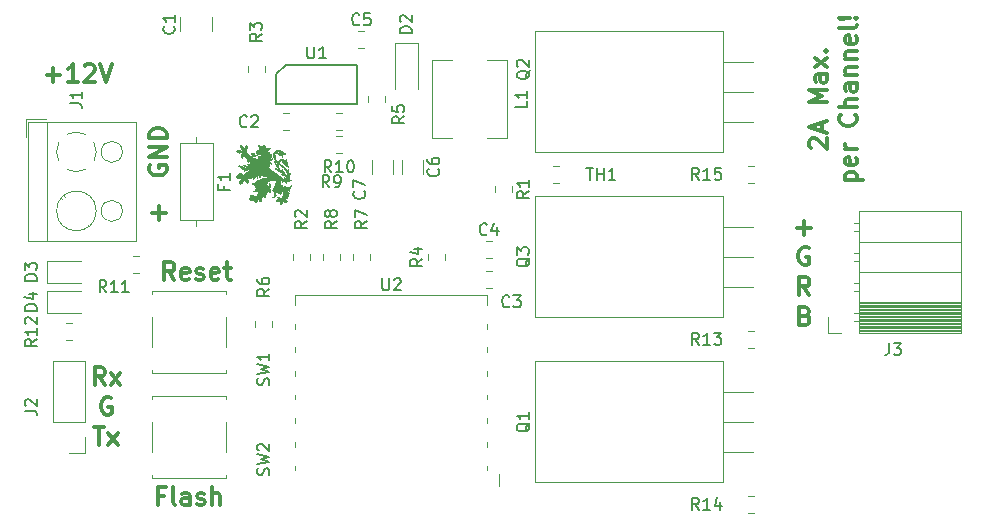
<source format=gto>
G04 #@! TF.GenerationSoftware,KiCad,Pcbnew,(5.1.0)-1*
G04 #@! TF.CreationDate,2019-04-07T02:16:08+02:00*
G04 #@! TF.ProjectId,WiFiLEDController_FET,57694669-4c45-4444-936f-6e74726f6c6c,rev?*
G04 #@! TF.SameCoordinates,Original*
G04 #@! TF.FileFunction,Legend,Top*
G04 #@! TF.FilePolarity,Positive*
%FSLAX46Y46*%
G04 Gerber Fmt 4.6, Leading zero omitted, Abs format (unit mm)*
G04 Created by KiCad (PCBNEW (5.1.0)-1) date 2019-04-07 02:16:08*
%MOMM*%
%LPD*%
G04 APERTURE LIST*
%ADD10C,0.300000*%
%ADD11C,0.010000*%
%ADD12C,0.120000*%
%ADD13C,0.150000*%
%ADD14R,2.602000X1.102000*%
%ADD15C,0.100000*%
%ADD16C,1.252000*%
%ADD17O,1.802000X1.802000*%
%ADD18R,1.802000X1.802000*%
%ADD19R,1.122000X0.402000*%
%ADD20R,1.930000X2.100000*%
%ADD21C,0.702000*%
%ADD22C,3.602120*%
%ADD23R,2.502000X1.602000*%
%ADD24R,2.602000X2.602000*%
%ADD25C,2.602000*%
%ADD26R,1.652000X1.402000*%
%ADD27C,1.527000*%
%ADD28R,1.302000X1.002000*%
%ADD29O,3.602000X3.602000*%
%ADD30R,2.102000X2.007000*%
%ADD31O,2.102000X2.007000*%
G04 APERTURE END LIST*
D10*
X148614142Y-77958142D02*
X149757000Y-77958142D01*
X149185571Y-78529571D02*
X149185571Y-77386714D01*
X151257000Y-78529571D02*
X150399857Y-78529571D01*
X150828428Y-78529571D02*
X150828428Y-77029571D01*
X150685571Y-77243857D01*
X150542714Y-77386714D01*
X150399857Y-77458142D01*
X151828428Y-77172428D02*
X151899857Y-77101000D01*
X152042714Y-77029571D01*
X152399857Y-77029571D01*
X152542714Y-77101000D01*
X152614142Y-77172428D01*
X152685571Y-77315285D01*
X152685571Y-77458142D01*
X152614142Y-77672428D01*
X151757000Y-78529571D01*
X152685571Y-78529571D01*
X153114142Y-77029571D02*
X153614142Y-78529571D01*
X154114142Y-77029571D01*
X158512142Y-113557857D02*
X158012142Y-113557857D01*
X158012142Y-114343571D02*
X158012142Y-112843571D01*
X158726428Y-112843571D01*
X159512142Y-114343571D02*
X159369285Y-114272142D01*
X159297857Y-114129285D01*
X159297857Y-112843571D01*
X160726428Y-114343571D02*
X160726428Y-113557857D01*
X160655000Y-113415000D01*
X160512142Y-113343571D01*
X160226428Y-113343571D01*
X160083571Y-113415000D01*
X160726428Y-114272142D02*
X160583571Y-114343571D01*
X160226428Y-114343571D01*
X160083571Y-114272142D01*
X160012142Y-114129285D01*
X160012142Y-113986428D01*
X160083571Y-113843571D01*
X160226428Y-113772142D01*
X160583571Y-113772142D01*
X160726428Y-113700714D01*
X161369285Y-114272142D02*
X161512142Y-114343571D01*
X161797857Y-114343571D01*
X161940714Y-114272142D01*
X162012142Y-114129285D01*
X162012142Y-114057857D01*
X161940714Y-113915000D01*
X161797857Y-113843571D01*
X161583571Y-113843571D01*
X161440714Y-113772142D01*
X161369285Y-113629285D01*
X161369285Y-113557857D01*
X161440714Y-113415000D01*
X161583571Y-113343571D01*
X161797857Y-113343571D01*
X161940714Y-113415000D01*
X162655000Y-114343571D02*
X162655000Y-112843571D01*
X163297857Y-114343571D02*
X163297857Y-113557857D01*
X163226428Y-113415000D01*
X163083571Y-113343571D01*
X162869285Y-113343571D01*
X162726428Y-113415000D01*
X162655000Y-113486428D01*
X159432857Y-95293571D02*
X158932857Y-94579285D01*
X158575714Y-95293571D02*
X158575714Y-93793571D01*
X159147142Y-93793571D01*
X159290000Y-93865000D01*
X159361428Y-93936428D01*
X159432857Y-94079285D01*
X159432857Y-94293571D01*
X159361428Y-94436428D01*
X159290000Y-94507857D01*
X159147142Y-94579285D01*
X158575714Y-94579285D01*
X160647142Y-95222142D02*
X160504285Y-95293571D01*
X160218571Y-95293571D01*
X160075714Y-95222142D01*
X160004285Y-95079285D01*
X160004285Y-94507857D01*
X160075714Y-94365000D01*
X160218571Y-94293571D01*
X160504285Y-94293571D01*
X160647142Y-94365000D01*
X160718571Y-94507857D01*
X160718571Y-94650714D01*
X160004285Y-94793571D01*
X161290000Y-95222142D02*
X161432857Y-95293571D01*
X161718571Y-95293571D01*
X161861428Y-95222142D01*
X161932857Y-95079285D01*
X161932857Y-95007857D01*
X161861428Y-94865000D01*
X161718571Y-94793571D01*
X161504285Y-94793571D01*
X161361428Y-94722142D01*
X161290000Y-94579285D01*
X161290000Y-94507857D01*
X161361428Y-94365000D01*
X161504285Y-94293571D01*
X161718571Y-94293571D01*
X161861428Y-94365000D01*
X163147142Y-95222142D02*
X163004285Y-95293571D01*
X162718571Y-95293571D01*
X162575714Y-95222142D01*
X162504285Y-95079285D01*
X162504285Y-94507857D01*
X162575714Y-94365000D01*
X162718571Y-94293571D01*
X163004285Y-94293571D01*
X163147142Y-94365000D01*
X163218571Y-94507857D01*
X163218571Y-94650714D01*
X162504285Y-94793571D01*
X163647142Y-94293571D02*
X164218571Y-94293571D01*
X163861428Y-93793571D02*
X163861428Y-95079285D01*
X163932857Y-95222142D01*
X164075714Y-95293571D01*
X164218571Y-95293571D01*
X154062857Y-105295000D02*
X153920000Y-105223571D01*
X153705714Y-105223571D01*
X153491428Y-105295000D01*
X153348571Y-105437857D01*
X153277142Y-105580714D01*
X153205714Y-105866428D01*
X153205714Y-106080714D01*
X153277142Y-106366428D01*
X153348571Y-106509285D01*
X153491428Y-106652142D01*
X153705714Y-106723571D01*
X153848571Y-106723571D01*
X154062857Y-106652142D01*
X154134285Y-106580714D01*
X154134285Y-106080714D01*
X153848571Y-106080714D01*
X152634285Y-107763571D02*
X153491428Y-107763571D01*
X153062857Y-109263571D02*
X153062857Y-107763571D01*
X153848571Y-109263571D02*
X154634285Y-108263571D01*
X153848571Y-108263571D02*
X154634285Y-109263571D01*
X153527142Y-104183571D02*
X153027142Y-103469285D01*
X152670000Y-104183571D02*
X152670000Y-102683571D01*
X153241428Y-102683571D01*
X153384285Y-102755000D01*
X153455714Y-102826428D01*
X153527142Y-102969285D01*
X153527142Y-103183571D01*
X153455714Y-103326428D01*
X153384285Y-103397857D01*
X153241428Y-103469285D01*
X152670000Y-103469285D01*
X154027142Y-104183571D02*
X154812857Y-103183571D01*
X154027142Y-103183571D02*
X154812857Y-104183571D01*
X213311428Y-84152857D02*
X213240000Y-84081428D01*
X213168571Y-83938571D01*
X213168571Y-83581428D01*
X213240000Y-83438571D01*
X213311428Y-83367142D01*
X213454285Y-83295714D01*
X213597142Y-83295714D01*
X213811428Y-83367142D01*
X214668571Y-84224285D01*
X214668571Y-83295714D01*
X214240000Y-82724285D02*
X214240000Y-82010000D01*
X214668571Y-82867142D02*
X213168571Y-82367142D01*
X214668571Y-81867142D01*
X214668571Y-80224285D02*
X213168571Y-80224285D01*
X214240000Y-79724285D01*
X213168571Y-79224285D01*
X214668571Y-79224285D01*
X214668571Y-77867142D02*
X213882857Y-77867142D01*
X213740000Y-77938571D01*
X213668571Y-78081428D01*
X213668571Y-78367142D01*
X213740000Y-78510000D01*
X214597142Y-77867142D02*
X214668571Y-78010000D01*
X214668571Y-78367142D01*
X214597142Y-78510000D01*
X214454285Y-78581428D01*
X214311428Y-78581428D01*
X214168571Y-78510000D01*
X214097142Y-78367142D01*
X214097142Y-78010000D01*
X214025714Y-77867142D01*
X214668571Y-77295714D02*
X213668571Y-76510000D01*
X213668571Y-77295714D02*
X214668571Y-76510000D01*
X214525714Y-75938571D02*
X214597142Y-75867142D01*
X214668571Y-75938571D01*
X214597142Y-76010000D01*
X214525714Y-75938571D01*
X214668571Y-75938571D01*
X216218571Y-86867142D02*
X217718571Y-86867142D01*
X216290000Y-86867142D02*
X216218571Y-86724285D01*
X216218571Y-86438571D01*
X216290000Y-86295714D01*
X216361428Y-86224285D01*
X216504285Y-86152857D01*
X216932857Y-86152857D01*
X217075714Y-86224285D01*
X217147142Y-86295714D01*
X217218571Y-86438571D01*
X217218571Y-86724285D01*
X217147142Y-86867142D01*
X217147142Y-84938571D02*
X217218571Y-85081428D01*
X217218571Y-85367142D01*
X217147142Y-85510000D01*
X217004285Y-85581428D01*
X216432857Y-85581428D01*
X216290000Y-85510000D01*
X216218571Y-85367142D01*
X216218571Y-85081428D01*
X216290000Y-84938571D01*
X216432857Y-84867142D01*
X216575714Y-84867142D01*
X216718571Y-85581428D01*
X217218571Y-84224285D02*
X216218571Y-84224285D01*
X216504285Y-84224285D02*
X216361428Y-84152857D01*
X216290000Y-84081428D01*
X216218571Y-83938571D01*
X216218571Y-83795714D01*
X217075714Y-81295714D02*
X217147142Y-81367142D01*
X217218571Y-81581428D01*
X217218571Y-81724285D01*
X217147142Y-81938571D01*
X217004285Y-82081428D01*
X216861428Y-82152857D01*
X216575714Y-82224285D01*
X216361428Y-82224285D01*
X216075714Y-82152857D01*
X215932857Y-82081428D01*
X215790000Y-81938571D01*
X215718571Y-81724285D01*
X215718571Y-81581428D01*
X215790000Y-81367142D01*
X215861428Y-81295714D01*
X217218571Y-80652857D02*
X215718571Y-80652857D01*
X217218571Y-80010000D02*
X216432857Y-80010000D01*
X216290000Y-80081428D01*
X216218571Y-80224285D01*
X216218571Y-80438571D01*
X216290000Y-80581428D01*
X216361428Y-80652857D01*
X217218571Y-78652857D02*
X216432857Y-78652857D01*
X216290000Y-78724285D01*
X216218571Y-78867142D01*
X216218571Y-79152857D01*
X216290000Y-79295714D01*
X217147142Y-78652857D02*
X217218571Y-78795714D01*
X217218571Y-79152857D01*
X217147142Y-79295714D01*
X217004285Y-79367142D01*
X216861428Y-79367142D01*
X216718571Y-79295714D01*
X216647142Y-79152857D01*
X216647142Y-78795714D01*
X216575714Y-78652857D01*
X216218571Y-77938571D02*
X217218571Y-77938571D01*
X216361428Y-77938571D02*
X216290000Y-77867142D01*
X216218571Y-77724285D01*
X216218571Y-77510000D01*
X216290000Y-77367142D01*
X216432857Y-77295714D01*
X217218571Y-77295714D01*
X216218571Y-76581428D02*
X217218571Y-76581428D01*
X216361428Y-76581428D02*
X216290000Y-76510000D01*
X216218571Y-76367142D01*
X216218571Y-76152857D01*
X216290000Y-76010000D01*
X216432857Y-75938571D01*
X217218571Y-75938571D01*
X217147142Y-74652857D02*
X217218571Y-74795714D01*
X217218571Y-75081428D01*
X217147142Y-75224285D01*
X217004285Y-75295714D01*
X216432857Y-75295714D01*
X216290000Y-75224285D01*
X216218571Y-75081428D01*
X216218571Y-74795714D01*
X216290000Y-74652857D01*
X216432857Y-74581428D01*
X216575714Y-74581428D01*
X216718571Y-75295714D01*
X217218571Y-73724285D02*
X217147142Y-73867142D01*
X217004285Y-73938571D01*
X215718571Y-73938571D01*
X217075714Y-73152857D02*
X217147142Y-73081428D01*
X217218571Y-73152857D01*
X217147142Y-73224285D01*
X217075714Y-73152857D01*
X217218571Y-73152857D01*
X216647142Y-73152857D02*
X215790000Y-73224285D01*
X215718571Y-73152857D01*
X215790000Y-73081428D01*
X216647142Y-73152857D01*
X215718571Y-73152857D01*
X157365000Y-85597857D02*
X157293571Y-85740714D01*
X157293571Y-85955000D01*
X157365000Y-86169285D01*
X157507857Y-86312142D01*
X157650714Y-86383571D01*
X157936428Y-86455000D01*
X158150714Y-86455000D01*
X158436428Y-86383571D01*
X158579285Y-86312142D01*
X158722142Y-86169285D01*
X158793571Y-85955000D01*
X158793571Y-85812142D01*
X158722142Y-85597857D01*
X158650714Y-85526428D01*
X158150714Y-85526428D01*
X158150714Y-85812142D01*
X158793571Y-84883571D02*
X157293571Y-84883571D01*
X158793571Y-84026428D01*
X157293571Y-84026428D01*
X158793571Y-83312142D02*
X157293571Y-83312142D01*
X157293571Y-82955000D01*
X157365000Y-82740714D01*
X157507857Y-82597857D01*
X157650714Y-82526428D01*
X157936428Y-82455000D01*
X158150714Y-82455000D01*
X158436428Y-82526428D01*
X158579285Y-82597857D01*
X158722142Y-82740714D01*
X158793571Y-82955000D01*
X158793571Y-83312142D01*
X157543571Y-89642142D02*
X158686428Y-89642142D01*
X158115000Y-90213571D02*
X158115000Y-89070714D01*
X212832142Y-98317857D02*
X213046428Y-98389285D01*
X213117857Y-98460714D01*
X213189285Y-98603571D01*
X213189285Y-98817857D01*
X213117857Y-98960714D01*
X213046428Y-99032142D01*
X212903571Y-99103571D01*
X212332142Y-99103571D01*
X212332142Y-97603571D01*
X212832142Y-97603571D01*
X212975000Y-97675000D01*
X213046428Y-97746428D01*
X213117857Y-97889285D01*
X213117857Y-98032142D01*
X213046428Y-98175000D01*
X212975000Y-98246428D01*
X212832142Y-98317857D01*
X212332142Y-98317857D01*
X213189285Y-96563571D02*
X212689285Y-95849285D01*
X212332142Y-96563571D02*
X212332142Y-95063571D01*
X212903571Y-95063571D01*
X213046428Y-95135000D01*
X213117857Y-95206428D01*
X213189285Y-95349285D01*
X213189285Y-95563571D01*
X213117857Y-95706428D01*
X213046428Y-95777857D01*
X212903571Y-95849285D01*
X212332142Y-95849285D01*
X213117857Y-92595000D02*
X212975000Y-92523571D01*
X212760714Y-92523571D01*
X212546428Y-92595000D01*
X212403571Y-92737857D01*
X212332142Y-92880714D01*
X212260714Y-93166428D01*
X212260714Y-93380714D01*
X212332142Y-93666428D01*
X212403571Y-93809285D01*
X212546428Y-93952142D01*
X212760714Y-94023571D01*
X212903571Y-94023571D01*
X213117857Y-93952142D01*
X213189285Y-93880714D01*
X213189285Y-93380714D01*
X212903571Y-93380714D01*
X212153571Y-90912142D02*
X213296428Y-90912142D01*
X212725000Y-91483571D02*
X212725000Y-90340714D01*
D11*
G36*
X166827200Y-84391500D02*
G01*
X166814500Y-84404200D01*
X166801800Y-84391500D01*
X166814500Y-84378800D01*
X166827200Y-84391500D01*
X166827200Y-84391500D01*
G37*
X166827200Y-84391500D02*
X166814500Y-84404200D01*
X166801800Y-84391500D01*
X166814500Y-84378800D01*
X166827200Y-84391500D01*
G36*
X166767933Y-84361866D02*
G01*
X166770973Y-84392010D01*
X166767933Y-84395733D01*
X166752833Y-84392246D01*
X166751000Y-84378800D01*
X166760293Y-84357892D01*
X166767933Y-84361866D01*
X166767933Y-84361866D01*
G37*
X166767933Y-84361866D02*
X166770973Y-84392010D01*
X166767933Y-84395733D01*
X166752833Y-84392246D01*
X166751000Y-84378800D01*
X166760293Y-84357892D01*
X166767933Y-84361866D01*
G36*
X166582745Y-83897104D02*
G01*
X166625028Y-83926376D01*
X166684800Y-83990291D01*
X166700200Y-84053376D01*
X166709656Y-84107269D01*
X166743362Y-84124622D01*
X166749500Y-84124799D01*
X166803148Y-84109408D01*
X166819194Y-84071609D01*
X166802753Y-84037048D01*
X166791597Y-83999213D01*
X166815256Y-83977787D01*
X166854629Y-83986354D01*
X166887609Y-83981065D01*
X166919570Y-83949753D01*
X166962878Y-83911225D01*
X167011120Y-83897195D01*
X167047104Y-83909613D01*
X167055800Y-83934300D01*
X167069515Y-83968101D01*
X167081200Y-83972400D01*
X167104084Y-83992817D01*
X167106600Y-84008383D01*
X167125577Y-84047697D01*
X167138350Y-84055056D01*
X167161229Y-84085403D01*
X167170100Y-84139170D01*
X167184187Y-84196101D01*
X167216637Y-84224195D01*
X167252726Y-84218104D01*
X167276462Y-84177809D01*
X167300411Y-84135385D01*
X167322287Y-84124800D01*
X167368693Y-84120063D01*
X167433625Y-84108925D01*
X167494131Y-84106356D01*
X167512479Y-84123149D01*
X167485811Y-84147671D01*
X167446502Y-84161382D01*
X167402671Y-84177671D01*
X167393616Y-84191682D01*
X167388971Y-84217018D01*
X167362773Y-84257047D01*
X167330342Y-84291522D01*
X167310505Y-84301526D01*
X167281732Y-84291936D01*
X167220391Y-84268076D01*
X167152811Y-84240498D01*
X167075106Y-84211142D01*
X167017475Y-84194825D01*
X166994659Y-84194407D01*
X166975444Y-84187857D01*
X166966772Y-84171727D01*
X166946112Y-84151565D01*
X166897633Y-84142919D01*
X166811180Y-84144299D01*
X166788859Y-84145620D01*
X166700142Y-84150174D01*
X166648607Y-84146667D01*
X166620772Y-84130706D01*
X166603152Y-84097898D01*
X166597527Y-84083278D01*
X166564163Y-84002627D01*
X166535489Y-83940650D01*
X166517315Y-83888434D01*
X166533104Y-83873913D01*
X166582745Y-83897104D01*
X166582745Y-83897104D01*
G37*
X166582745Y-83897104D02*
X166625028Y-83926376D01*
X166684800Y-83990291D01*
X166700200Y-84053376D01*
X166709656Y-84107269D01*
X166743362Y-84124622D01*
X166749500Y-84124799D01*
X166803148Y-84109408D01*
X166819194Y-84071609D01*
X166802753Y-84037048D01*
X166791597Y-83999213D01*
X166815256Y-83977787D01*
X166854629Y-83986354D01*
X166887609Y-83981065D01*
X166919570Y-83949753D01*
X166962878Y-83911225D01*
X167011120Y-83897195D01*
X167047104Y-83909613D01*
X167055800Y-83934300D01*
X167069515Y-83968101D01*
X167081200Y-83972400D01*
X167104084Y-83992817D01*
X167106600Y-84008383D01*
X167125577Y-84047697D01*
X167138350Y-84055056D01*
X167161229Y-84085403D01*
X167170100Y-84139170D01*
X167184187Y-84196101D01*
X167216637Y-84224195D01*
X167252726Y-84218104D01*
X167276462Y-84177809D01*
X167300411Y-84135385D01*
X167322287Y-84124800D01*
X167368693Y-84120063D01*
X167433625Y-84108925D01*
X167494131Y-84106356D01*
X167512479Y-84123149D01*
X167485811Y-84147671D01*
X167446502Y-84161382D01*
X167402671Y-84177671D01*
X167393616Y-84191682D01*
X167388971Y-84217018D01*
X167362773Y-84257047D01*
X167330342Y-84291522D01*
X167310505Y-84301526D01*
X167281732Y-84291936D01*
X167220391Y-84268076D01*
X167152811Y-84240498D01*
X167075106Y-84211142D01*
X167017475Y-84194825D01*
X166994659Y-84194407D01*
X166975444Y-84187857D01*
X166966772Y-84171727D01*
X166946112Y-84151565D01*
X166897633Y-84142919D01*
X166811180Y-84144299D01*
X166788859Y-84145620D01*
X166700142Y-84150174D01*
X166648607Y-84146667D01*
X166620772Y-84130706D01*
X166603152Y-84097898D01*
X166597527Y-84083278D01*
X166564163Y-84002627D01*
X166535489Y-83940650D01*
X166517315Y-83888434D01*
X166533104Y-83873913D01*
X166582745Y-83897104D01*
G36*
X166113693Y-84543541D02*
G01*
X166144028Y-84573387D01*
X166135173Y-84609972D01*
X166122424Y-84621547D01*
X166093390Y-84659955D01*
X166109534Y-84694360D01*
X166165236Y-84720894D01*
X166254875Y-84735684D01*
X166290560Y-84737320D01*
X166370056Y-84739284D01*
X166402332Y-84742288D01*
X166390955Y-84748400D01*
X166339495Y-84759685D01*
X166331900Y-84761257D01*
X166194356Y-84781912D01*
X166081553Y-84783324D01*
X166001455Y-84766038D01*
X165964493Y-84736069D01*
X165939345Y-84653247D01*
X165953186Y-84584624D01*
X166001366Y-84541028D01*
X166052500Y-84531200D01*
X166113693Y-84543541D01*
X166113693Y-84543541D01*
G37*
X166113693Y-84543541D02*
X166144028Y-84573387D01*
X166135173Y-84609972D01*
X166122424Y-84621547D01*
X166093390Y-84659955D01*
X166109534Y-84694360D01*
X166165236Y-84720894D01*
X166254875Y-84735684D01*
X166290560Y-84737320D01*
X166370056Y-84739284D01*
X166402332Y-84742288D01*
X166390955Y-84748400D01*
X166339495Y-84759685D01*
X166331900Y-84761257D01*
X166194356Y-84781912D01*
X166081553Y-84783324D01*
X166001455Y-84766038D01*
X165964493Y-84736069D01*
X165939345Y-84653247D01*
X165953186Y-84584624D01*
X166001366Y-84541028D01*
X166052500Y-84531200D01*
X166113693Y-84543541D01*
G36*
X167391146Y-84625828D02*
G01*
X167397293Y-84631478D01*
X167459725Y-84673020D01*
X167523600Y-84673695D01*
X167524293Y-84673522D01*
X167571793Y-84668096D01*
X167587997Y-84693246D01*
X167589200Y-84718498D01*
X167568358Y-84778129D01*
X167508080Y-84807748D01*
X167472449Y-84810600D01*
X167436602Y-84790629D01*
X167394257Y-84741279D01*
X167385721Y-84728050D01*
X167346888Y-84654474D01*
X167335240Y-84609638D01*
X167350189Y-84598452D01*
X167391146Y-84625828D01*
X167391146Y-84625828D01*
G37*
X167391146Y-84625828D02*
X167397293Y-84631478D01*
X167459725Y-84673020D01*
X167523600Y-84673695D01*
X167524293Y-84673522D01*
X167571793Y-84668096D01*
X167587997Y-84693246D01*
X167589200Y-84718498D01*
X167568358Y-84778129D01*
X167508080Y-84807748D01*
X167472449Y-84810600D01*
X167436602Y-84790629D01*
X167394257Y-84741279D01*
X167385721Y-84728050D01*
X167346888Y-84654474D01*
X167335240Y-84609638D01*
X167350189Y-84598452D01*
X167391146Y-84625828D01*
G36*
X166699908Y-84830251D02*
G01*
X166700200Y-84836000D01*
X166680673Y-84860423D01*
X166673300Y-84861400D01*
X166658131Y-84845839D01*
X166662100Y-84836000D01*
X166684924Y-84811768D01*
X166688999Y-84810600D01*
X166699908Y-84830251D01*
X166699908Y-84830251D01*
G37*
X166699908Y-84830251D02*
X166700200Y-84836000D01*
X166680673Y-84860423D01*
X166673300Y-84861400D01*
X166658131Y-84845839D01*
X166662100Y-84836000D01*
X166684924Y-84811768D01*
X166688999Y-84810600D01*
X166699908Y-84830251D01*
G36*
X166615533Y-84819066D02*
G01*
X166618573Y-84849210D01*
X166615533Y-84852933D01*
X166600433Y-84849446D01*
X166598600Y-84836000D01*
X166607893Y-84815092D01*
X166615533Y-84819066D01*
X166615533Y-84819066D01*
G37*
X166615533Y-84819066D02*
X166618573Y-84849210D01*
X166615533Y-84852933D01*
X166600433Y-84849446D01*
X166598600Y-84836000D01*
X166607893Y-84815092D01*
X166615533Y-84819066D01*
G36*
X167296071Y-84614186D02*
G01*
X167302288Y-84625232D01*
X167348516Y-84709686D01*
X167418876Y-84792876D01*
X167494545Y-84853171D01*
X167506021Y-84859315D01*
X167557920Y-84891996D01*
X167580494Y-84920865D01*
X167580231Y-84924900D01*
X167549208Y-84952841D01*
X167492930Y-84953886D01*
X167428579Y-84929060D01*
X167407487Y-84914574D01*
X167365812Y-84867704D01*
X167324430Y-84799406D01*
X167290068Y-84724746D01*
X167269453Y-84658791D01*
X167269313Y-84616609D01*
X167272487Y-84612206D01*
X167296071Y-84614186D01*
X167296071Y-84614186D01*
G37*
X167296071Y-84614186D02*
X167302288Y-84625232D01*
X167348516Y-84709686D01*
X167418876Y-84792876D01*
X167494545Y-84853171D01*
X167506021Y-84859315D01*
X167557920Y-84891996D01*
X167580494Y-84920865D01*
X167580231Y-84924900D01*
X167549208Y-84952841D01*
X167492930Y-84953886D01*
X167428579Y-84929060D01*
X167407487Y-84914574D01*
X167365812Y-84867704D01*
X167324430Y-84799406D01*
X167290068Y-84724746D01*
X167269453Y-84658791D01*
X167269313Y-84616609D01*
X167272487Y-84612206D01*
X167296071Y-84614186D01*
G36*
X167481195Y-85012587D02*
G01*
X167520962Y-85051114D01*
X167554380Y-85060199D01*
X167603680Y-85042742D01*
X167627245Y-85031641D01*
X167690359Y-85009150D01*
X167714104Y-85018034D01*
X167696530Y-85055309D01*
X167665400Y-85090000D01*
X167600999Y-85128314D01*
X167525056Y-85139313D01*
X167458857Y-85121677D01*
X167437960Y-85104098D01*
X167416797Y-85050606D01*
X167415800Y-85009255D01*
X167424100Y-84951114D01*
X167481195Y-85012587D01*
X167481195Y-85012587D01*
G37*
X167481195Y-85012587D02*
X167520962Y-85051114D01*
X167554380Y-85060199D01*
X167603680Y-85042742D01*
X167627245Y-85031641D01*
X167690359Y-85009150D01*
X167714104Y-85018034D01*
X167696530Y-85055309D01*
X167665400Y-85090000D01*
X167600999Y-85128314D01*
X167525056Y-85139313D01*
X167458857Y-85121677D01*
X167437960Y-85104098D01*
X167416797Y-85050606D01*
X167415800Y-85009255D01*
X167424100Y-84951114D01*
X167481195Y-85012587D01*
G36*
X166245461Y-85098243D02*
G01*
X166301386Y-85135334D01*
X166312951Y-85147150D01*
X166366358Y-85204300D01*
X166230213Y-85206280D01*
X166144593Y-85203020D01*
X166075257Y-85192515D01*
X166050589Y-85183928D01*
X166028041Y-85165151D01*
X166042816Y-85146868D01*
X166089871Y-85124798D01*
X166180088Y-85095245D01*
X166245461Y-85098243D01*
X166245461Y-85098243D01*
G37*
X166245461Y-85098243D02*
X166301386Y-85135334D01*
X166312951Y-85147150D01*
X166366358Y-85204300D01*
X166230213Y-85206280D01*
X166144593Y-85203020D01*
X166075257Y-85192515D01*
X166050589Y-85183928D01*
X166028041Y-85165151D01*
X166042816Y-85146868D01*
X166089871Y-85124798D01*
X166180088Y-85095245D01*
X166245461Y-85098243D01*
G36*
X168285058Y-84298566D02*
G01*
X168341923Y-84325941D01*
X168408035Y-84356303D01*
X168447187Y-84348831D01*
X168447910Y-84348129D01*
X168471856Y-84340889D01*
X168508261Y-84361187D01*
X168562541Y-84413483D01*
X168640112Y-84502237D01*
X168651295Y-84515611D01*
X168701240Y-84560635D01*
X168743318Y-84573139D01*
X168746545Y-84572183D01*
X168778303Y-84571044D01*
X168783000Y-84579834D01*
X168762978Y-84609287D01*
X168714401Y-84617194D01*
X168654502Y-84604013D01*
X168605883Y-84575134D01*
X168572133Y-84547822D01*
X168568728Y-84549990D01*
X168573450Y-84555710D01*
X168605226Y-84610394D01*
X168600475Y-84645795D01*
X168568253Y-84651672D01*
X168518114Y-84618285D01*
X168487556Y-84596945D01*
X168478200Y-84604086D01*
X168496750Y-84640311D01*
X168503600Y-84645499D01*
X168528721Y-84676733D01*
X168516833Y-84700013D01*
X168484550Y-84698952D01*
X168472341Y-84701304D01*
X168497090Y-84726343D01*
X168509950Y-84736453D01*
X168560159Y-84791095D01*
X168577794Y-84844468D01*
X168572616Y-84877206D01*
X168560974Y-84861400D01*
X168509606Y-84797590D01*
X168416292Y-84755324D01*
X168383680Y-84747887D01*
X168313601Y-84720120D01*
X168263030Y-84676934D01*
X168231602Y-84608447D01*
X168227096Y-84542687D01*
X168249580Y-84497036D01*
X168262300Y-84489585D01*
X168297454Y-84459755D01*
X168288958Y-84422373D01*
X168240371Y-84388632D01*
X168228767Y-84384198D01*
X168134780Y-84377456D01*
X168030495Y-84415716D01*
X167957500Y-84466421D01*
X167923071Y-84495979D01*
X167929092Y-84497364D01*
X167962180Y-84481801D01*
X168024116Y-84461579D01*
X168085604Y-84455561D01*
X168130384Y-84463485D01*
X168142337Y-84484688D01*
X168113904Y-84511158D01*
X168055274Y-84540527D01*
X168034939Y-84548133D01*
X167939355Y-84588347D01*
X167886563Y-84630550D01*
X167868757Y-84681287D01*
X167868600Y-84687603D01*
X167875336Y-84720580D01*
X167904766Y-84716348D01*
X167921116Y-84708081D01*
X167948311Y-84695774D01*
X167962586Y-84701808D01*
X167966132Y-84735412D01*
X167961137Y-84805813D01*
X167956263Y-84856246D01*
X167938894Y-85032517D01*
X168032657Y-85136301D01*
X168088297Y-85204800D01*
X168109089Y-85251648D01*
X168103137Y-85281687D01*
X168085874Y-85297846D01*
X168060077Y-85287330D01*
X168018214Y-85244779D01*
X167970920Y-85187595D01*
X167907946Y-85102860D01*
X167853708Y-85018939D01*
X167824220Y-84963052D01*
X167800804Y-84863390D01*
X167798897Y-84785200D01*
X167843200Y-84785200D01*
X167852493Y-84806107D01*
X167860133Y-84802133D01*
X167863173Y-84771989D01*
X167860133Y-84768266D01*
X167845033Y-84771753D01*
X167843200Y-84785200D01*
X167798897Y-84785200D01*
X167797776Y-84739279D01*
X167813543Y-84612070D01*
X167846513Y-84503113D01*
X167860604Y-84475301D01*
X167945401Y-84371603D01*
X168051178Y-84305481D01*
X168167782Y-84280085D01*
X168285058Y-84298566D01*
X168285058Y-84298566D01*
G37*
X168285058Y-84298566D02*
X168341923Y-84325941D01*
X168408035Y-84356303D01*
X168447187Y-84348831D01*
X168447910Y-84348129D01*
X168471856Y-84340889D01*
X168508261Y-84361187D01*
X168562541Y-84413483D01*
X168640112Y-84502237D01*
X168651295Y-84515611D01*
X168701240Y-84560635D01*
X168743318Y-84573139D01*
X168746545Y-84572183D01*
X168778303Y-84571044D01*
X168783000Y-84579834D01*
X168762978Y-84609287D01*
X168714401Y-84617194D01*
X168654502Y-84604013D01*
X168605883Y-84575134D01*
X168572133Y-84547822D01*
X168568728Y-84549990D01*
X168573450Y-84555710D01*
X168605226Y-84610394D01*
X168600475Y-84645795D01*
X168568253Y-84651672D01*
X168518114Y-84618285D01*
X168487556Y-84596945D01*
X168478200Y-84604086D01*
X168496750Y-84640311D01*
X168503600Y-84645499D01*
X168528721Y-84676733D01*
X168516833Y-84700013D01*
X168484550Y-84698952D01*
X168472341Y-84701304D01*
X168497090Y-84726343D01*
X168509950Y-84736453D01*
X168560159Y-84791095D01*
X168577794Y-84844468D01*
X168572616Y-84877206D01*
X168560974Y-84861400D01*
X168509606Y-84797590D01*
X168416292Y-84755324D01*
X168383680Y-84747887D01*
X168313601Y-84720120D01*
X168263030Y-84676934D01*
X168231602Y-84608447D01*
X168227096Y-84542687D01*
X168249580Y-84497036D01*
X168262300Y-84489585D01*
X168297454Y-84459755D01*
X168288958Y-84422373D01*
X168240371Y-84388632D01*
X168228767Y-84384198D01*
X168134780Y-84377456D01*
X168030495Y-84415716D01*
X167957500Y-84466421D01*
X167923071Y-84495979D01*
X167929092Y-84497364D01*
X167962180Y-84481801D01*
X168024116Y-84461579D01*
X168085604Y-84455561D01*
X168130384Y-84463485D01*
X168142337Y-84484688D01*
X168113904Y-84511158D01*
X168055274Y-84540527D01*
X168034939Y-84548133D01*
X167939355Y-84588347D01*
X167886563Y-84630550D01*
X167868757Y-84681287D01*
X167868600Y-84687603D01*
X167875336Y-84720580D01*
X167904766Y-84716348D01*
X167921116Y-84708081D01*
X167948311Y-84695774D01*
X167962586Y-84701808D01*
X167966132Y-84735412D01*
X167961137Y-84805813D01*
X167956263Y-84856246D01*
X167938894Y-85032517D01*
X168032657Y-85136301D01*
X168088297Y-85204800D01*
X168109089Y-85251648D01*
X168103137Y-85281687D01*
X168085874Y-85297846D01*
X168060077Y-85287330D01*
X168018214Y-85244779D01*
X167970920Y-85187595D01*
X167907946Y-85102860D01*
X167853708Y-85018939D01*
X167824220Y-84963052D01*
X167800804Y-84863390D01*
X167798897Y-84785200D01*
X167843200Y-84785200D01*
X167852493Y-84806107D01*
X167860133Y-84802133D01*
X167863173Y-84771989D01*
X167860133Y-84768266D01*
X167845033Y-84771753D01*
X167843200Y-84785200D01*
X167798897Y-84785200D01*
X167797776Y-84739279D01*
X167813543Y-84612070D01*
X167846513Y-84503113D01*
X167860604Y-84475301D01*
X167945401Y-84371603D01*
X168051178Y-84305481D01*
X168167782Y-84280085D01*
X168285058Y-84298566D01*
G36*
X166800954Y-85145306D02*
G01*
X166798343Y-85232074D01*
X166785278Y-85285907D01*
X166755831Y-85324466D01*
X166734874Y-85342156D01*
X166664758Y-85380972D01*
X166594326Y-85395000D01*
X166542555Y-85380776D01*
X166539333Y-85377866D01*
X166523126Y-85341202D01*
X166551641Y-85320131D01*
X166569263Y-85318600D01*
X166629108Y-85296549D01*
X166678402Y-85242973D01*
X166700141Y-85176732D01*
X166700200Y-85173363D01*
X166715992Y-85116309D01*
X166750154Y-85061063D01*
X166800109Y-85001100D01*
X166800954Y-85145306D01*
X166800954Y-85145306D01*
G37*
X166800954Y-85145306D02*
X166798343Y-85232074D01*
X166785278Y-85285907D01*
X166755831Y-85324466D01*
X166734874Y-85342156D01*
X166664758Y-85380972D01*
X166594326Y-85395000D01*
X166542555Y-85380776D01*
X166539333Y-85377866D01*
X166523126Y-85341202D01*
X166551641Y-85320131D01*
X166569263Y-85318600D01*
X166629108Y-85296549D01*
X166678402Y-85242973D01*
X166700141Y-85176732D01*
X166700200Y-85173363D01*
X166715992Y-85116309D01*
X166750154Y-85061063D01*
X166800109Y-85001100D01*
X166800954Y-85145306D01*
G36*
X167069090Y-85011001D02*
G01*
X167098309Y-85067671D01*
X167107202Y-85126829D01*
X167117229Y-85191887D01*
X167142598Y-85281181D01*
X167169910Y-85355376D01*
X167206166Y-85449560D01*
X167220740Y-85501963D01*
X167213747Y-85511351D01*
X167185303Y-85476488D01*
X167161975Y-85440303D01*
X167120906Y-85362701D01*
X167082504Y-85271060D01*
X167050115Y-85176722D01*
X167027086Y-85091029D01*
X167016766Y-85025320D01*
X167022501Y-84990939D01*
X167028599Y-84988400D01*
X167069090Y-85011001D01*
X167069090Y-85011001D01*
G37*
X167069090Y-85011001D02*
X167098309Y-85067671D01*
X167107202Y-85126829D01*
X167117229Y-85191887D01*
X167142598Y-85281181D01*
X167169910Y-85355376D01*
X167206166Y-85449560D01*
X167220740Y-85501963D01*
X167213747Y-85511351D01*
X167185303Y-85476488D01*
X167161975Y-85440303D01*
X167120906Y-85362701D01*
X167082504Y-85271060D01*
X167050115Y-85176722D01*
X167027086Y-85091029D01*
X167016766Y-85025320D01*
X167022501Y-84990939D01*
X167028599Y-84988400D01*
X167069090Y-85011001D01*
G36*
X167216186Y-84637575D02*
G01*
X167233377Y-84666665D01*
X167262021Y-84725634D01*
X167305664Y-84819801D01*
X167347754Y-84924735D01*
X167376461Y-85023149D01*
X167386000Y-85090562D01*
X167392184Y-85152227D01*
X167416834Y-85205055D01*
X167469094Y-85265480D01*
X167500300Y-85295955D01*
X167560597Y-85359461D01*
X167601867Y-85414485D01*
X167614211Y-85444295D01*
X167608625Y-85468425D01*
X167593130Y-85451089D01*
X167554829Y-85429229D01*
X167536369Y-85431641D01*
X167499663Y-85420483D01*
X167452611Y-85373893D01*
X167403600Y-85303660D01*
X167361017Y-85221572D01*
X167335702Y-85149596D01*
X167310581Y-85051900D01*
X167322084Y-85152023D01*
X167345708Y-85237349D01*
X167391843Y-85330718D01*
X167411994Y-85361325D01*
X167459897Y-85437784D01*
X167473720Y-85489320D01*
X167467387Y-85511628D01*
X167448544Y-85531588D01*
X167425557Y-85516570D01*
X167392867Y-85467425D01*
X167330969Y-85337620D01*
X167288205Y-85180423D01*
X167271262Y-85077300D01*
X167250831Y-84978803D01*
X167220126Y-84883073D01*
X167208011Y-84855050D01*
X167184563Y-84796857D01*
X167179997Y-84763162D01*
X167184211Y-84759800D01*
X167215070Y-84782501D01*
X167248209Y-84841474D01*
X167276753Y-84923022D01*
X167286181Y-84963000D01*
X167297868Y-85015179D01*
X167303960Y-85019948D01*
X167306879Y-84984572D01*
X167297919Y-84924355D01*
X167271765Y-84841166D01*
X167247345Y-84782443D01*
X167215734Y-84708456D01*
X167197794Y-84654813D01*
X167196545Y-84635987D01*
X167205543Y-84630102D01*
X167216186Y-84637575D01*
X167216186Y-84637575D01*
G37*
X167216186Y-84637575D02*
X167233377Y-84666665D01*
X167262021Y-84725634D01*
X167305664Y-84819801D01*
X167347754Y-84924735D01*
X167376461Y-85023149D01*
X167386000Y-85090562D01*
X167392184Y-85152227D01*
X167416834Y-85205055D01*
X167469094Y-85265480D01*
X167500300Y-85295955D01*
X167560597Y-85359461D01*
X167601867Y-85414485D01*
X167614211Y-85444295D01*
X167608625Y-85468425D01*
X167593130Y-85451089D01*
X167554829Y-85429229D01*
X167536369Y-85431641D01*
X167499663Y-85420483D01*
X167452611Y-85373893D01*
X167403600Y-85303660D01*
X167361017Y-85221572D01*
X167335702Y-85149596D01*
X167310581Y-85051900D01*
X167322084Y-85152023D01*
X167345708Y-85237349D01*
X167391843Y-85330718D01*
X167411994Y-85361325D01*
X167459897Y-85437784D01*
X167473720Y-85489320D01*
X167467387Y-85511628D01*
X167448544Y-85531588D01*
X167425557Y-85516570D01*
X167392867Y-85467425D01*
X167330969Y-85337620D01*
X167288205Y-85180423D01*
X167271262Y-85077300D01*
X167250831Y-84978803D01*
X167220126Y-84883073D01*
X167208011Y-84855050D01*
X167184563Y-84796857D01*
X167179997Y-84763162D01*
X167184211Y-84759800D01*
X167215070Y-84782501D01*
X167248209Y-84841474D01*
X167276753Y-84923022D01*
X167286181Y-84963000D01*
X167297868Y-85015179D01*
X167303960Y-85019948D01*
X167306879Y-84984572D01*
X167297919Y-84924355D01*
X167271765Y-84841166D01*
X167247345Y-84782443D01*
X167215734Y-84708456D01*
X167197794Y-84654813D01*
X167196545Y-84635987D01*
X167205543Y-84630102D01*
X167216186Y-84637575D01*
G36*
X167218467Y-84967272D02*
G01*
X167237438Y-85043313D01*
X167257440Y-85154154D01*
X167281834Y-85261996D01*
X167315894Y-85365313D01*
X167347853Y-85433554D01*
X167420034Y-85555960D01*
X167464379Y-85638449D01*
X167481195Y-85683394D01*
X167470792Y-85693170D01*
X167433479Y-85670151D01*
X167371942Y-85618800D01*
X167282990Y-85518147D01*
X167211637Y-85394142D01*
X167162409Y-85260210D01*
X167139833Y-85129778D01*
X167148434Y-85016271D01*
X167158505Y-84985730D01*
X167181151Y-84942141D01*
X167200421Y-84934768D01*
X167218467Y-84967272D01*
X167218467Y-84967272D01*
G37*
X167218467Y-84967272D02*
X167237438Y-85043313D01*
X167257440Y-85154154D01*
X167281834Y-85261996D01*
X167315894Y-85365313D01*
X167347853Y-85433554D01*
X167420034Y-85555960D01*
X167464379Y-85638449D01*
X167481195Y-85683394D01*
X167470792Y-85693170D01*
X167433479Y-85670151D01*
X167371942Y-85618800D01*
X167282990Y-85518147D01*
X167211637Y-85394142D01*
X167162409Y-85260210D01*
X167139833Y-85129778D01*
X167148434Y-85016271D01*
X167158505Y-84985730D01*
X167181151Y-84942141D01*
X167200421Y-84934768D01*
X167218467Y-84967272D01*
G36*
X166984809Y-85052484D02*
G01*
X167004870Y-85099684D01*
X167011989Y-85141181D01*
X167047761Y-85271884D01*
X167116385Y-85410770D01*
X167208144Y-85538298D01*
X167211040Y-85541616D01*
X167270484Y-85635647D01*
X167284400Y-85711684D01*
X167278679Y-85782040D01*
X167260371Y-85805225D01*
X167227754Y-85781114D01*
X167179107Y-85709579D01*
X167175570Y-85703657D01*
X167110564Y-85598692D01*
X167054046Y-85515824D01*
X167010621Y-85461062D01*
X166984895Y-85440417D01*
X166979846Y-85448193D01*
X166994908Y-85486537D01*
X167033451Y-85547809D01*
X167069652Y-85596369D01*
X167116459Y-85663896D01*
X167143220Y-85719855D01*
X167145606Y-85744497D01*
X167133272Y-85783300D01*
X167132000Y-85791461D01*
X167117182Y-85781256D01*
X167079438Y-85742420D01*
X167052534Y-85712461D01*
X167003213Y-85646790D01*
X166977330Y-85579758D01*
X166966257Y-85487943D01*
X166965638Y-85476628D01*
X166956586Y-85381720D01*
X166941481Y-85296657D01*
X166930803Y-85259796D01*
X166906080Y-85168841D01*
X166904611Y-85094819D01*
X166925388Y-85048820D01*
X166950855Y-85039200D01*
X166984809Y-85052484D01*
X166984809Y-85052484D01*
G37*
X166984809Y-85052484D02*
X167004870Y-85099684D01*
X167011989Y-85141181D01*
X167047761Y-85271884D01*
X167116385Y-85410770D01*
X167208144Y-85538298D01*
X167211040Y-85541616D01*
X167270484Y-85635647D01*
X167284400Y-85711684D01*
X167278679Y-85782040D01*
X167260371Y-85805225D01*
X167227754Y-85781114D01*
X167179107Y-85709579D01*
X167175570Y-85703657D01*
X167110564Y-85598692D01*
X167054046Y-85515824D01*
X167010621Y-85461062D01*
X166984895Y-85440417D01*
X166979846Y-85448193D01*
X166994908Y-85486537D01*
X167033451Y-85547809D01*
X167069652Y-85596369D01*
X167116459Y-85663896D01*
X167143220Y-85719855D01*
X167145606Y-85744497D01*
X167133272Y-85783300D01*
X167132000Y-85791461D01*
X167117182Y-85781256D01*
X167079438Y-85742420D01*
X167052534Y-85712461D01*
X167003213Y-85646790D01*
X166977330Y-85579758D01*
X166966257Y-85487943D01*
X166965638Y-85476628D01*
X166956586Y-85381720D01*
X166941481Y-85296657D01*
X166930803Y-85259796D01*
X166906080Y-85168841D01*
X166904611Y-85094819D01*
X166925388Y-85048820D01*
X166950855Y-85039200D01*
X166984809Y-85052484D01*
G36*
X166722957Y-84220262D02*
G01*
X166828909Y-84237970D01*
X166905838Y-84252522D01*
X166990557Y-84272724D01*
X167084927Y-84301121D01*
X167176340Y-84333093D01*
X167252193Y-84364021D01*
X167299878Y-84389286D01*
X167309800Y-84400548D01*
X167329492Y-84424138D01*
X167377922Y-84458729D01*
X167388290Y-84465012D01*
X167438809Y-84504208D01*
X167444120Y-84533838D01*
X167442490Y-84535669D01*
X167394385Y-84559816D01*
X167311226Y-84579481D01*
X167208742Y-84591506D01*
X167153475Y-84593687D01*
X167096590Y-84598822D01*
X167071827Y-84610286D01*
X167072424Y-84613750D01*
X167105192Y-84631386D01*
X167119300Y-84632799D01*
X167163346Y-84649360D01*
X167170044Y-84690445D01*
X167143251Y-84736000D01*
X167119639Y-84771601D01*
X167126351Y-84785200D01*
X167159323Y-84805898D01*
X167171822Y-84856212D01*
X167161940Y-84918471D01*
X167144590Y-84954031D01*
X167102168Y-85018776D01*
X167064455Y-84964933D01*
X167026741Y-84911089D01*
X166979126Y-84968794D01*
X166944211Y-85005862D01*
X166913088Y-85011595D01*
X166863539Y-84988557D01*
X166853956Y-84983231D01*
X166802794Y-84961172D01*
X166777197Y-84963085D01*
X166776400Y-84966525D01*
X166761897Y-85003499D01*
X166726877Y-85056036D01*
X166725600Y-85057669D01*
X166689577Y-85116978D01*
X166674800Y-85167811D01*
X166657373Y-85221022D01*
X166617136Y-85269960D01*
X166572157Y-85293101D01*
X166569542Y-85293200D01*
X166565976Y-85276333D01*
X166590199Y-85234878D01*
X166596756Y-85226274D01*
X166639422Y-85165521D01*
X166646419Y-85139561D01*
X166619940Y-85149319D01*
X166562178Y-85195717D01*
X166550139Y-85206639D01*
X166431118Y-85316392D01*
X166344506Y-85397844D01*
X166285161Y-85456908D01*
X166247940Y-85499498D01*
X166227701Y-85531526D01*
X166219302Y-85558905D01*
X166217601Y-85587547D01*
X166217600Y-85589006D01*
X166193454Y-85689762D01*
X166124995Y-85774471D01*
X166064919Y-85814045D01*
X165987331Y-85846007D01*
X165930709Y-85843382D01*
X165877148Y-85804291D01*
X165866427Y-85793212D01*
X165827908Y-85746979D01*
X165811219Y-85716577D01*
X165811200Y-85716072D01*
X165828098Y-85691007D01*
X165873126Y-85640164D01*
X165937783Y-85572962D01*
X165963600Y-85547200D01*
X166032436Y-85480577D01*
X166085096Y-85432209D01*
X166113362Y-85409532D01*
X166116000Y-85409256D01*
X166107125Y-85438810D01*
X166085306Y-85495182D01*
X166080699Y-85506318D01*
X166027863Y-85597426D01*
X165959855Y-85666359D01*
X165889447Y-85700860D01*
X165876260Y-85702546D01*
X165842378Y-85706380D01*
X165857393Y-85714063D01*
X165869598Y-85717349D01*
X165939545Y-85710008D01*
X166011446Y-85653354D01*
X166083914Y-85548766D01*
X166128862Y-85459706D01*
X166186062Y-85347122D01*
X166236832Y-85277959D01*
X166286285Y-85246170D01*
X166312514Y-85242400D01*
X166310076Y-85258354D01*
X166289213Y-85286850D01*
X166256480Y-85334365D01*
X166219187Y-85401054D01*
X166184594Y-85471868D01*
X166159962Y-85531761D01*
X166152549Y-85565684D01*
X166153622Y-85567889D01*
X166169310Y-85552837D01*
X166199582Y-85502930D01*
X166233918Y-85436872D01*
X166286766Y-85343977D01*
X166343919Y-85282412D01*
X166417328Y-85236492D01*
X166485671Y-85195448D01*
X166532475Y-85156405D01*
X166543212Y-85140295D01*
X166543998Y-85120016D01*
X166518134Y-85135870D01*
X166505060Y-85147150D01*
X166463601Y-85178804D01*
X166427831Y-85185843D01*
X166386158Y-85164432D01*
X166326989Y-85110738D01*
X166293800Y-85077300D01*
X166228054Y-85007971D01*
X166200104Y-84972253D01*
X166209950Y-84969812D01*
X166257591Y-85000315D01*
X166293800Y-85026500D01*
X166363945Y-85069490D01*
X166420614Y-85088773D01*
X166454095Y-85082823D01*
X166455385Y-85051900D01*
X166456408Y-85043791D01*
X166506315Y-85043791D01*
X166512564Y-85051182D01*
X166535100Y-85062293D01*
X166581455Y-85083144D01*
X166609412Y-85084191D01*
X166647205Y-85065779D01*
X166651069Y-85063706D01*
X166690491Y-85031089D01*
X166700200Y-85008969D01*
X166685273Y-85000991D01*
X166654813Y-85021600D01*
X166589466Y-85051023D01*
X166546863Y-85050416D01*
X166506315Y-85043791D01*
X166456408Y-85043791D01*
X166459273Y-85021104D01*
X166494282Y-85013800D01*
X166539776Y-85001621D01*
X166541348Y-84972492D01*
X166504549Y-84941320D01*
X166476051Y-84914009D01*
X166491629Y-84880571D01*
X166509402Y-84842601D01*
X166505246Y-84827312D01*
X166507941Y-84811930D01*
X166518166Y-84810599D01*
X166544428Y-84831102D01*
X166547800Y-84848700D01*
X166564932Y-84875444D01*
X166621431Y-84886235D01*
X166647322Y-84886800D01*
X166743518Y-84881259D01*
X166799147Y-84860981D01*
X166823589Y-84820483D01*
X166827200Y-84781666D01*
X166819605Y-84722643D01*
X166800752Y-84651336D01*
X166776536Y-84584854D01*
X166752851Y-84540304D01*
X166740892Y-84531200D01*
X166741487Y-84551771D01*
X166758520Y-84603078D01*
X166766422Y-84622697D01*
X166789631Y-84696945D01*
X166797141Y-84760888D01*
X166796392Y-84768747D01*
X166787044Y-84787086D01*
X166770487Y-84759116D01*
X166750737Y-84700673D01*
X166714121Y-84601754D01*
X166679749Y-84551113D01*
X166648506Y-84549565D01*
X166625864Y-84585450D01*
X166608017Y-84618955D01*
X166600210Y-84613750D01*
X166577444Y-84589647D01*
X166541450Y-84583785D01*
X166501878Y-84586769D01*
X166511077Y-84596707D01*
X166535100Y-84607400D01*
X166569003Y-84623597D01*
X166566200Y-84633490D01*
X166520849Y-84643880D01*
X166500528Y-84647658D01*
X166457421Y-84648235D01*
X166453987Y-84623748D01*
X166454178Y-84623246D01*
X166451045Y-84597850D01*
X166422787Y-84599520D01*
X166381402Y-84590959D01*
X166347050Y-84537099D01*
X166346238Y-84535154D01*
X166338545Y-84505800D01*
X166484300Y-84505800D01*
X166486313Y-84529205D01*
X166495500Y-84531200D01*
X166510836Y-84520267D01*
X167144462Y-84520267D01*
X167153368Y-84525734D01*
X167170100Y-84526136D01*
X167234555Y-84518302D01*
X167284400Y-84505800D01*
X167322737Y-84491332D01*
X167313831Y-84485865D01*
X167297100Y-84485463D01*
X167232644Y-84493297D01*
X167182800Y-84505800D01*
X167144462Y-84520267D01*
X166510836Y-84520267D01*
X166521366Y-84512761D01*
X166522400Y-84505800D01*
X166513733Y-84481060D01*
X166511199Y-84480400D01*
X166489513Y-84498198D01*
X166484300Y-84505800D01*
X166338545Y-84505800D01*
X166329581Y-84471596D01*
X167083836Y-84471596D01*
X167093139Y-84470797D01*
X167124494Y-84452450D01*
X167161963Y-84423531D01*
X167161964Y-84423527D01*
X167219216Y-84423527D01*
X167244183Y-84427594D01*
X167277127Y-84422924D01*
X167277520Y-84414254D01*
X167243525Y-84408190D01*
X167228837Y-84412248D01*
X167219216Y-84423527D01*
X167161964Y-84423527D01*
X167168340Y-84406673D01*
X167144153Y-84413239D01*
X167112345Y-84440300D01*
X167083836Y-84471596D01*
X166329581Y-84471596D01*
X166323014Y-84446540D01*
X166327886Y-84429600D01*
X166370000Y-84429600D01*
X166379293Y-84450507D01*
X166386933Y-84446533D01*
X166389973Y-84416389D01*
X166386933Y-84412666D01*
X166371833Y-84416153D01*
X166370000Y-84429600D01*
X166327886Y-84429600D01*
X166340264Y-84386572D01*
X166399043Y-84351849D01*
X166403613Y-84350574D01*
X166462512Y-84322494D01*
X166677067Y-84322494D01*
X166696960Y-84327611D01*
X166718454Y-84335962D01*
X166701901Y-84364049D01*
X166687431Y-84398213D01*
X166717841Y-84426777D01*
X166767622Y-84444621D01*
X166828251Y-84453385D01*
X166880049Y-84451884D01*
X166903336Y-84438934D01*
X166903400Y-84437950D01*
X166888162Y-84408002D01*
X166861363Y-84374450D01*
X166839158Y-84338540D01*
X166852197Y-84328786D01*
X166890212Y-84348772D01*
X166903445Y-84359750D01*
X166926054Y-84378058D01*
X166915798Y-84360840D01*
X166906309Y-84348128D01*
X166857883Y-84316744D01*
X166793234Y-84316863D01*
X166744778Y-84322420D01*
X166742256Y-84316147D01*
X166763700Y-84304870D01*
X166792899Y-84285885D01*
X166776400Y-84279374D01*
X166722177Y-84291368D01*
X166700200Y-84302600D01*
X166677067Y-84322494D01*
X166462512Y-84322494D01*
X166472379Y-84317790D01*
X166534622Y-84267415D01*
X166566828Y-84237109D01*
X166602138Y-84219422D01*
X166650774Y-84213943D01*
X166722957Y-84220262D01*
X166722957Y-84220262D01*
G37*
X166722957Y-84220262D02*
X166828909Y-84237970D01*
X166905838Y-84252522D01*
X166990557Y-84272724D01*
X167084927Y-84301121D01*
X167176340Y-84333093D01*
X167252193Y-84364021D01*
X167299878Y-84389286D01*
X167309800Y-84400548D01*
X167329492Y-84424138D01*
X167377922Y-84458729D01*
X167388290Y-84465012D01*
X167438809Y-84504208D01*
X167444120Y-84533838D01*
X167442490Y-84535669D01*
X167394385Y-84559816D01*
X167311226Y-84579481D01*
X167208742Y-84591506D01*
X167153475Y-84593687D01*
X167096590Y-84598822D01*
X167071827Y-84610286D01*
X167072424Y-84613750D01*
X167105192Y-84631386D01*
X167119300Y-84632799D01*
X167163346Y-84649360D01*
X167170044Y-84690445D01*
X167143251Y-84736000D01*
X167119639Y-84771601D01*
X167126351Y-84785200D01*
X167159323Y-84805898D01*
X167171822Y-84856212D01*
X167161940Y-84918471D01*
X167144590Y-84954031D01*
X167102168Y-85018776D01*
X167064455Y-84964933D01*
X167026741Y-84911089D01*
X166979126Y-84968794D01*
X166944211Y-85005862D01*
X166913088Y-85011595D01*
X166863539Y-84988557D01*
X166853956Y-84983231D01*
X166802794Y-84961172D01*
X166777197Y-84963085D01*
X166776400Y-84966525D01*
X166761897Y-85003499D01*
X166726877Y-85056036D01*
X166725600Y-85057669D01*
X166689577Y-85116978D01*
X166674800Y-85167811D01*
X166657373Y-85221022D01*
X166617136Y-85269960D01*
X166572157Y-85293101D01*
X166569542Y-85293200D01*
X166565976Y-85276333D01*
X166590199Y-85234878D01*
X166596756Y-85226274D01*
X166639422Y-85165521D01*
X166646419Y-85139561D01*
X166619940Y-85149319D01*
X166562178Y-85195717D01*
X166550139Y-85206639D01*
X166431118Y-85316392D01*
X166344506Y-85397844D01*
X166285161Y-85456908D01*
X166247940Y-85499498D01*
X166227701Y-85531526D01*
X166219302Y-85558905D01*
X166217601Y-85587547D01*
X166217600Y-85589006D01*
X166193454Y-85689762D01*
X166124995Y-85774471D01*
X166064919Y-85814045D01*
X165987331Y-85846007D01*
X165930709Y-85843382D01*
X165877148Y-85804291D01*
X165866427Y-85793212D01*
X165827908Y-85746979D01*
X165811219Y-85716577D01*
X165811200Y-85716072D01*
X165828098Y-85691007D01*
X165873126Y-85640164D01*
X165937783Y-85572962D01*
X165963600Y-85547200D01*
X166032436Y-85480577D01*
X166085096Y-85432209D01*
X166113362Y-85409532D01*
X166116000Y-85409256D01*
X166107125Y-85438810D01*
X166085306Y-85495182D01*
X166080699Y-85506318D01*
X166027863Y-85597426D01*
X165959855Y-85666359D01*
X165889447Y-85700860D01*
X165876260Y-85702546D01*
X165842378Y-85706380D01*
X165857393Y-85714063D01*
X165869598Y-85717349D01*
X165939545Y-85710008D01*
X166011446Y-85653354D01*
X166083914Y-85548766D01*
X166128862Y-85459706D01*
X166186062Y-85347122D01*
X166236832Y-85277959D01*
X166286285Y-85246170D01*
X166312514Y-85242400D01*
X166310076Y-85258354D01*
X166289213Y-85286850D01*
X166256480Y-85334365D01*
X166219187Y-85401054D01*
X166184594Y-85471868D01*
X166159962Y-85531761D01*
X166152549Y-85565684D01*
X166153622Y-85567889D01*
X166169310Y-85552837D01*
X166199582Y-85502930D01*
X166233918Y-85436872D01*
X166286766Y-85343977D01*
X166343919Y-85282412D01*
X166417328Y-85236492D01*
X166485671Y-85195448D01*
X166532475Y-85156405D01*
X166543212Y-85140295D01*
X166543998Y-85120016D01*
X166518134Y-85135870D01*
X166505060Y-85147150D01*
X166463601Y-85178804D01*
X166427831Y-85185843D01*
X166386158Y-85164432D01*
X166326989Y-85110738D01*
X166293800Y-85077300D01*
X166228054Y-85007971D01*
X166200104Y-84972253D01*
X166209950Y-84969812D01*
X166257591Y-85000315D01*
X166293800Y-85026500D01*
X166363945Y-85069490D01*
X166420614Y-85088773D01*
X166454095Y-85082823D01*
X166455385Y-85051900D01*
X166456408Y-85043791D01*
X166506315Y-85043791D01*
X166512564Y-85051182D01*
X166535100Y-85062293D01*
X166581455Y-85083144D01*
X166609412Y-85084191D01*
X166647205Y-85065779D01*
X166651069Y-85063706D01*
X166690491Y-85031089D01*
X166700200Y-85008969D01*
X166685273Y-85000991D01*
X166654813Y-85021600D01*
X166589466Y-85051023D01*
X166546863Y-85050416D01*
X166506315Y-85043791D01*
X166456408Y-85043791D01*
X166459273Y-85021104D01*
X166494282Y-85013800D01*
X166539776Y-85001621D01*
X166541348Y-84972492D01*
X166504549Y-84941320D01*
X166476051Y-84914009D01*
X166491629Y-84880571D01*
X166509402Y-84842601D01*
X166505246Y-84827312D01*
X166507941Y-84811930D01*
X166518166Y-84810599D01*
X166544428Y-84831102D01*
X166547800Y-84848700D01*
X166564932Y-84875444D01*
X166621431Y-84886235D01*
X166647322Y-84886800D01*
X166743518Y-84881259D01*
X166799147Y-84860981D01*
X166823589Y-84820483D01*
X166827200Y-84781666D01*
X166819605Y-84722643D01*
X166800752Y-84651336D01*
X166776536Y-84584854D01*
X166752851Y-84540304D01*
X166740892Y-84531200D01*
X166741487Y-84551771D01*
X166758520Y-84603078D01*
X166766422Y-84622697D01*
X166789631Y-84696945D01*
X166797141Y-84760888D01*
X166796392Y-84768747D01*
X166787044Y-84787086D01*
X166770487Y-84759116D01*
X166750737Y-84700673D01*
X166714121Y-84601754D01*
X166679749Y-84551113D01*
X166648506Y-84549565D01*
X166625864Y-84585450D01*
X166608017Y-84618955D01*
X166600210Y-84613750D01*
X166577444Y-84589647D01*
X166541450Y-84583785D01*
X166501878Y-84586769D01*
X166511077Y-84596707D01*
X166535100Y-84607400D01*
X166569003Y-84623597D01*
X166566200Y-84633490D01*
X166520849Y-84643880D01*
X166500528Y-84647658D01*
X166457421Y-84648235D01*
X166453987Y-84623748D01*
X166454178Y-84623246D01*
X166451045Y-84597850D01*
X166422787Y-84599520D01*
X166381402Y-84590959D01*
X166347050Y-84537099D01*
X166346238Y-84535154D01*
X166338545Y-84505800D01*
X166484300Y-84505800D01*
X166486313Y-84529205D01*
X166495500Y-84531200D01*
X166510836Y-84520267D01*
X167144462Y-84520267D01*
X167153368Y-84525734D01*
X167170100Y-84526136D01*
X167234555Y-84518302D01*
X167284400Y-84505800D01*
X167322737Y-84491332D01*
X167313831Y-84485865D01*
X167297100Y-84485463D01*
X167232644Y-84493297D01*
X167182800Y-84505800D01*
X167144462Y-84520267D01*
X166510836Y-84520267D01*
X166521366Y-84512761D01*
X166522400Y-84505800D01*
X166513733Y-84481060D01*
X166511199Y-84480400D01*
X166489513Y-84498198D01*
X166484300Y-84505800D01*
X166338545Y-84505800D01*
X166329581Y-84471596D01*
X167083836Y-84471596D01*
X167093139Y-84470797D01*
X167124494Y-84452450D01*
X167161963Y-84423531D01*
X167161964Y-84423527D01*
X167219216Y-84423527D01*
X167244183Y-84427594D01*
X167277127Y-84422924D01*
X167277520Y-84414254D01*
X167243525Y-84408190D01*
X167228837Y-84412248D01*
X167219216Y-84423527D01*
X167161964Y-84423527D01*
X167168340Y-84406673D01*
X167144153Y-84413239D01*
X167112345Y-84440300D01*
X167083836Y-84471596D01*
X166329581Y-84471596D01*
X166323014Y-84446540D01*
X166327886Y-84429600D01*
X166370000Y-84429600D01*
X166379293Y-84450507D01*
X166386933Y-84446533D01*
X166389973Y-84416389D01*
X166386933Y-84412666D01*
X166371833Y-84416153D01*
X166370000Y-84429600D01*
X166327886Y-84429600D01*
X166340264Y-84386572D01*
X166399043Y-84351849D01*
X166403613Y-84350574D01*
X166462512Y-84322494D01*
X166677067Y-84322494D01*
X166696960Y-84327611D01*
X166718454Y-84335962D01*
X166701901Y-84364049D01*
X166687431Y-84398213D01*
X166717841Y-84426777D01*
X166767622Y-84444621D01*
X166828251Y-84453385D01*
X166880049Y-84451884D01*
X166903336Y-84438934D01*
X166903400Y-84437950D01*
X166888162Y-84408002D01*
X166861363Y-84374450D01*
X166839158Y-84338540D01*
X166852197Y-84328786D01*
X166890212Y-84348772D01*
X166903445Y-84359750D01*
X166926054Y-84378058D01*
X166915798Y-84360840D01*
X166906309Y-84348128D01*
X166857883Y-84316744D01*
X166793234Y-84316863D01*
X166744778Y-84322420D01*
X166742256Y-84316147D01*
X166763700Y-84304870D01*
X166792899Y-84285885D01*
X166776400Y-84279374D01*
X166722177Y-84291368D01*
X166700200Y-84302600D01*
X166677067Y-84322494D01*
X166462512Y-84322494D01*
X166472379Y-84317790D01*
X166534622Y-84267415D01*
X166566828Y-84237109D01*
X166602138Y-84219422D01*
X166650774Y-84213943D01*
X166722957Y-84220262D01*
G36*
X166722317Y-85430730D02*
G01*
X166728835Y-85490525D01*
X166730965Y-85537739D01*
X166734461Y-85672247D01*
X166732760Y-85766233D01*
X166724644Y-85829821D01*
X166708894Y-85873133D01*
X166686963Y-85903392D01*
X166617331Y-85945484D01*
X166532158Y-85946168D01*
X166506019Y-85937667D01*
X166489134Y-85904848D01*
X166497748Y-85857123D01*
X166513740Y-85794048D01*
X166532910Y-85704208D01*
X166545530Y-85637718D01*
X166568118Y-85534125D01*
X166589561Y-85473126D01*
X166607134Y-85456222D01*
X166618113Y-85484913D01*
X166619770Y-85560700D01*
X166617688Y-85598000D01*
X166608552Y-85692325D01*
X166596468Y-85771940D01*
X166585886Y-85813900D01*
X166575574Y-85847701D01*
X166591378Y-85840620D01*
X166600407Y-85832483D01*
X166621181Y-85788619D01*
X166637352Y-85706658D01*
X166645068Y-85623701D01*
X166656264Y-85515984D01*
X166674685Y-85442927D01*
X166690322Y-85417857D01*
X166710416Y-85409268D01*
X166722317Y-85430730D01*
X166722317Y-85430730D01*
G37*
X166722317Y-85430730D02*
X166728835Y-85490525D01*
X166730965Y-85537739D01*
X166734461Y-85672247D01*
X166732760Y-85766233D01*
X166724644Y-85829821D01*
X166708894Y-85873133D01*
X166686963Y-85903392D01*
X166617331Y-85945484D01*
X166532158Y-85946168D01*
X166506019Y-85937667D01*
X166489134Y-85904848D01*
X166497748Y-85857123D01*
X166513740Y-85794048D01*
X166532910Y-85704208D01*
X166545530Y-85637718D01*
X166568118Y-85534125D01*
X166589561Y-85473126D01*
X166607134Y-85456222D01*
X166618113Y-85484913D01*
X166619770Y-85560700D01*
X166617688Y-85598000D01*
X166608552Y-85692325D01*
X166596468Y-85771940D01*
X166585886Y-85813900D01*
X166575574Y-85847701D01*
X166591378Y-85840620D01*
X166600407Y-85832483D01*
X166621181Y-85788619D01*
X166637352Y-85706658D01*
X166645068Y-85623701D01*
X166656264Y-85515984D01*
X166674685Y-85442927D01*
X166690322Y-85417857D01*
X166710416Y-85409268D01*
X166722317Y-85430730D01*
G36*
X166495172Y-85338602D02*
G01*
X166495395Y-85381297D01*
X166484040Y-85420710D01*
X166475405Y-85430547D01*
X166457955Y-85459703D01*
X166431525Y-85524615D01*
X166401326Y-85612259D01*
X166396063Y-85628896D01*
X166364856Y-85722515D01*
X166335756Y-85798960D01*
X166314447Y-85843459D01*
X166312438Y-85846263D01*
X166297270Y-85881773D01*
X166301007Y-85893074D01*
X166321337Y-85884663D01*
X166350395Y-85838273D01*
X166382867Y-85764741D01*
X166413436Y-85674909D01*
X166420800Y-85648800D01*
X166448232Y-85561285D01*
X166479247Y-85482193D01*
X166488044Y-85463819D01*
X166524582Y-85414477D01*
X166550863Y-85410893D01*
X166556439Y-85448025D01*
X166544267Y-85490949D01*
X166526601Y-85553105D01*
X166508388Y-85643774D01*
X166496419Y-85722530D01*
X166478181Y-85825883D01*
X166450935Y-85896558D01*
X166407514Y-85952644D01*
X166403731Y-85956445D01*
X166341235Y-86001365D01*
X166264068Y-86034342D01*
X166187888Y-86051386D01*
X166128353Y-86048504D01*
X166105019Y-86032582D01*
X166110555Y-85999155D01*
X166146827Y-85953890D01*
X166154488Y-85947008D01*
X166193473Y-85904907D01*
X166217033Y-85851468D01*
X166231130Y-85770354D01*
X166235610Y-85724712D01*
X166248478Y-85626694D01*
X166267348Y-85539823D01*
X166284168Y-85492052D01*
X166321080Y-85440987D01*
X166376403Y-85385731D01*
X166434109Y-85340347D01*
X166478167Y-85318897D01*
X166481871Y-85318600D01*
X166495172Y-85338602D01*
X166495172Y-85338602D01*
G37*
X166495172Y-85338602D02*
X166495395Y-85381297D01*
X166484040Y-85420710D01*
X166475405Y-85430547D01*
X166457955Y-85459703D01*
X166431525Y-85524615D01*
X166401326Y-85612259D01*
X166396063Y-85628896D01*
X166364856Y-85722515D01*
X166335756Y-85798960D01*
X166314447Y-85843459D01*
X166312438Y-85846263D01*
X166297270Y-85881773D01*
X166301007Y-85893074D01*
X166321337Y-85884663D01*
X166350395Y-85838273D01*
X166382867Y-85764741D01*
X166413436Y-85674909D01*
X166420800Y-85648800D01*
X166448232Y-85561285D01*
X166479247Y-85482193D01*
X166488044Y-85463819D01*
X166524582Y-85414477D01*
X166550863Y-85410893D01*
X166556439Y-85448025D01*
X166544267Y-85490949D01*
X166526601Y-85553105D01*
X166508388Y-85643774D01*
X166496419Y-85722530D01*
X166478181Y-85825883D01*
X166450935Y-85896558D01*
X166407514Y-85952644D01*
X166403731Y-85956445D01*
X166341235Y-86001365D01*
X166264068Y-86034342D01*
X166187888Y-86051386D01*
X166128353Y-86048504D01*
X166105019Y-86032582D01*
X166110555Y-85999155D01*
X166146827Y-85953890D01*
X166154488Y-85947008D01*
X166193473Y-85904907D01*
X166217033Y-85851468D01*
X166231130Y-85770354D01*
X166235610Y-85724712D01*
X166248478Y-85626694D01*
X166267348Y-85539823D01*
X166284168Y-85492052D01*
X166321080Y-85440987D01*
X166376403Y-85385731D01*
X166434109Y-85340347D01*
X166478167Y-85318897D01*
X166481871Y-85318600D01*
X166495172Y-85338602D01*
G36*
X166864579Y-85062410D02*
G01*
X166876054Y-85123549D01*
X166886548Y-85209880D01*
X166887399Y-85218827D01*
X166901468Y-85331813D01*
X166923567Y-85467985D01*
X166949384Y-85601252D01*
X166954547Y-85624958D01*
X166983352Y-85761307D01*
X166998818Y-85858736D01*
X167000895Y-85927359D01*
X166989528Y-85977288D01*
X166964666Y-86018636D01*
X166952429Y-86033336D01*
X166899859Y-86093300D01*
X166915318Y-86021438D01*
X166916340Y-85958023D01*
X166902786Y-85863206D01*
X166878599Y-85759387D01*
X166850486Y-85637154D01*
X166835454Y-85514374D01*
X166831393Y-85370269D01*
X166832317Y-85304199D01*
X166836194Y-85195092D01*
X166842054Y-85107800D01*
X166849018Y-85052852D01*
X166854458Y-85039200D01*
X166864579Y-85062410D01*
X166864579Y-85062410D01*
G37*
X166864579Y-85062410D02*
X166876054Y-85123549D01*
X166886548Y-85209880D01*
X166887399Y-85218827D01*
X166901468Y-85331813D01*
X166923567Y-85467985D01*
X166949384Y-85601252D01*
X166954547Y-85624958D01*
X166983352Y-85761307D01*
X166998818Y-85858736D01*
X167000895Y-85927359D01*
X166989528Y-85977288D01*
X166964666Y-86018636D01*
X166952429Y-86033336D01*
X166899859Y-86093300D01*
X166915318Y-86021438D01*
X166916340Y-85958023D01*
X166902786Y-85863206D01*
X166878599Y-85759387D01*
X166850486Y-85637154D01*
X166835454Y-85514374D01*
X166831393Y-85370269D01*
X166832317Y-85304199D01*
X166836194Y-85195092D01*
X166842054Y-85107800D01*
X166849018Y-85052852D01*
X166854458Y-85039200D01*
X166864579Y-85062410D01*
G36*
X166197405Y-85819190D02*
G01*
X166169323Y-85876218D01*
X166117058Y-85931341D01*
X166112720Y-85934640D01*
X166064024Y-85978517D01*
X166040259Y-86015385D01*
X166039800Y-86019159D01*
X166018088Y-86054561D01*
X165965345Y-86075379D01*
X165900155Y-86077927D01*
X165841159Y-86058555D01*
X165828455Y-86035949D01*
X165849684Y-85998183D01*
X165887563Y-85957344D01*
X165943230Y-85908511D01*
X165988701Y-85880227D01*
X166000109Y-85877400D01*
X166040369Y-85863991D01*
X166100988Y-85830536D01*
X166120940Y-85817526D01*
X166209169Y-85757652D01*
X166197405Y-85819190D01*
X166197405Y-85819190D01*
G37*
X166197405Y-85819190D02*
X166169323Y-85876218D01*
X166117058Y-85931341D01*
X166112720Y-85934640D01*
X166064024Y-85978517D01*
X166040259Y-86015385D01*
X166039800Y-86019159D01*
X166018088Y-86054561D01*
X165965345Y-86075379D01*
X165900155Y-86077927D01*
X165841159Y-86058555D01*
X165828455Y-86035949D01*
X165849684Y-85998183D01*
X165887563Y-85957344D01*
X165943230Y-85908511D01*
X165988701Y-85880227D01*
X166000109Y-85877400D01*
X166040369Y-85863991D01*
X166100988Y-85830536D01*
X166120940Y-85817526D01*
X166209169Y-85757652D01*
X166197405Y-85819190D01*
G36*
X166795931Y-85397502D02*
G01*
X166807266Y-85466822D01*
X166813811Y-85525096D01*
X166823394Y-85640061D01*
X166829405Y-85755550D01*
X166830564Y-85839300D01*
X166827010Y-85980253D01*
X166822521Y-86100559D01*
X166817518Y-86192058D01*
X166812418Y-86246591D01*
X166809040Y-86258400D01*
X166787996Y-86242593D01*
X166751000Y-86207600D01*
X166718786Y-86168185D01*
X166704129Y-86123880D01*
X166706527Y-86062116D01*
X166725476Y-85970325D01*
X166739327Y-85915653D01*
X166765951Y-85748621D01*
X166761747Y-85595885D01*
X166756378Y-85497259D01*
X166760250Y-85419178D01*
X166769789Y-85382115D01*
X166783965Y-85370979D01*
X166795931Y-85397502D01*
X166795931Y-85397502D01*
G37*
X166795931Y-85397502D02*
X166807266Y-85466822D01*
X166813811Y-85525096D01*
X166823394Y-85640061D01*
X166829405Y-85755550D01*
X166830564Y-85839300D01*
X166827010Y-85980253D01*
X166822521Y-86100559D01*
X166817518Y-86192058D01*
X166812418Y-86246591D01*
X166809040Y-86258400D01*
X166787996Y-86242593D01*
X166751000Y-86207600D01*
X166718786Y-86168185D01*
X166704129Y-86123880D01*
X166706527Y-86062116D01*
X166725476Y-85970325D01*
X166739327Y-85915653D01*
X166765951Y-85748621D01*
X166761747Y-85595885D01*
X166756378Y-85497259D01*
X166760250Y-85419178D01*
X166769789Y-85382115D01*
X166783965Y-85370979D01*
X166795931Y-85397502D01*
G36*
X166413687Y-86324634D02*
G01*
X166396117Y-86360000D01*
X166364599Y-86417499D01*
X166349263Y-86433793D01*
X166344697Y-86413657D01*
X166344600Y-86405443D01*
X166362754Y-86358297D01*
X166386858Y-86331360D01*
X166414373Y-86311205D01*
X166413687Y-86324634D01*
X166413687Y-86324634D01*
G37*
X166413687Y-86324634D02*
X166396117Y-86360000D01*
X166364599Y-86417499D01*
X166349263Y-86433793D01*
X166344697Y-86413657D01*
X166344600Y-86405443D01*
X166362754Y-86358297D01*
X166386858Y-86331360D01*
X166414373Y-86311205D01*
X166413687Y-86324634D01*
G36*
X164970971Y-87095250D02*
G01*
X164973000Y-87110799D01*
X164958798Y-87143627D01*
X164947600Y-87147400D01*
X164927162Y-87126062D01*
X164922200Y-87095100D01*
X164931977Y-87059979D01*
X164947600Y-87058500D01*
X164970971Y-87095250D01*
X164970971Y-87095250D01*
G37*
X164970971Y-87095250D02*
X164973000Y-87110799D01*
X164958798Y-87143627D01*
X164947600Y-87147400D01*
X164927162Y-87126062D01*
X164922200Y-87095100D01*
X164931977Y-87059979D01*
X164947600Y-87058500D01*
X164970971Y-87095250D01*
G36*
X167558984Y-87415967D02*
G01*
X167560307Y-87448154D01*
X167533342Y-87458158D01*
X167490969Y-87441537D01*
X167451440Y-87416727D01*
X167454632Y-87401416D01*
X167476166Y-87391728D01*
X167526409Y-87389686D01*
X167558984Y-87415967D01*
X167558984Y-87415967D01*
G37*
X167558984Y-87415967D02*
X167560307Y-87448154D01*
X167533342Y-87458158D01*
X167490969Y-87441537D01*
X167451440Y-87416727D01*
X167454632Y-87401416D01*
X167476166Y-87391728D01*
X167526409Y-87389686D01*
X167558984Y-87415967D01*
G36*
X166554752Y-87495323D02*
G01*
X166561136Y-87504029D01*
X166568791Y-87546968D01*
X166559462Y-87601561D01*
X166539163Y-87644590D01*
X166521916Y-87655400D01*
X166504287Y-87633360D01*
X166497000Y-87580699D01*
X166505990Y-87519243D01*
X166527815Y-87487708D01*
X166554752Y-87495323D01*
X166554752Y-87495323D01*
G37*
X166554752Y-87495323D02*
X166561136Y-87504029D01*
X166568791Y-87546968D01*
X166559462Y-87601561D01*
X166539163Y-87644590D01*
X166521916Y-87655400D01*
X166504287Y-87633360D01*
X166497000Y-87580699D01*
X166505990Y-87519243D01*
X166527815Y-87487708D01*
X166554752Y-87495323D01*
G36*
X166621373Y-86855513D02*
G01*
X166678809Y-86868275D01*
X166692665Y-86881571D01*
X166669555Y-86903748D01*
X166663274Y-86908382D01*
X166605220Y-86937168D01*
X166568345Y-86944200D01*
X166528320Y-86955965D01*
X166531264Y-86986776D01*
X166576367Y-87029903D01*
X166578851Y-87031659D01*
X166651027Y-87066313D01*
X166719134Y-87058906D01*
X166796894Y-87007929D01*
X166797167Y-87007700D01*
X166848508Y-86967052D01*
X166881854Y-86945329D01*
X166885638Y-86944200D01*
X166891268Y-86964001D01*
X166881991Y-87009617D01*
X166863359Y-87060361D01*
X166846744Y-87089137D01*
X166835482Y-87133846D01*
X166863951Y-87166643D01*
X166893910Y-87172800D01*
X166915497Y-87179844D01*
X166919174Y-87207199D01*
X166904018Y-87264195D01*
X166877523Y-87337900D01*
X166828292Y-87414417D01*
X166754981Y-87468292D01*
X166673030Y-87491799D01*
X166598529Y-87477562D01*
X166545740Y-87449310D01*
X166600883Y-87404658D01*
X166647799Y-87337071D01*
X166675370Y-87234653D01*
X166684774Y-87160802D01*
X166687402Y-87110815D01*
X166685355Y-87099314D01*
X166675942Y-87101370D01*
X166664039Y-87132241D01*
X166647041Y-87200060D01*
X166633350Y-87261700D01*
X166599894Y-87348299D01*
X166556306Y-87387444D01*
X166507123Y-87436211D01*
X166478603Y-87528022D01*
X166471600Y-87627523D01*
X166453489Y-87721456D01*
X166398583Y-87780767D01*
X166306023Y-87806237D01*
X166273309Y-87807411D01*
X166194292Y-87802651D01*
X166133811Y-87791093D01*
X166118993Y-87784787D01*
X166101921Y-87770217D01*
X166109712Y-87757952D01*
X166150267Y-87744104D01*
X166231481Y-87724784D01*
X166248616Y-87720960D01*
X166311279Y-87689990D01*
X166347469Y-87650038D01*
X166360896Y-87604678D01*
X166371173Y-87532946D01*
X166377824Y-87448151D01*
X166380376Y-87363603D01*
X166378352Y-87292613D01*
X166371277Y-87248492D01*
X166362058Y-87241221D01*
X166352549Y-87271211D01*
X166347636Y-87337398D01*
X166348321Y-87423110D01*
X166348414Y-87542040D01*
X166336216Y-87616411D01*
X166310511Y-87651243D01*
X166292085Y-87655400D01*
X166284727Y-87637833D01*
X166299144Y-87605481D01*
X166314631Y-87565741D01*
X166311613Y-87513766D01*
X166288820Y-87433611D01*
X166284421Y-87420534D01*
X166238524Y-87285506D01*
X166305107Y-87160279D01*
X166347478Y-87086764D01*
X166385210Y-87031667D01*
X166402595Y-87013092D01*
X166416970Y-86998008D01*
X166395400Y-87001248D01*
X166360875Y-87029136D01*
X166322307Y-87085917D01*
X166312881Y-87104290D01*
X166253653Y-87184090D01*
X166177566Y-87219223D01*
X166091859Y-87206976D01*
X166068996Y-87195755D01*
X166018801Y-87159036D01*
X165993792Y-87125156D01*
X165998223Y-87104695D01*
X166033439Y-87107281D01*
X166115609Y-87108363D01*
X166198797Y-87066208D01*
X166271436Y-86986794D01*
X166273890Y-86983034D01*
X166354581Y-86902255D01*
X166464151Y-86856883D01*
X166591492Y-86850996D01*
X166621373Y-86855513D01*
X166621373Y-86855513D01*
G37*
X166621373Y-86855513D02*
X166678809Y-86868275D01*
X166692665Y-86881571D01*
X166669555Y-86903748D01*
X166663274Y-86908382D01*
X166605220Y-86937168D01*
X166568345Y-86944200D01*
X166528320Y-86955965D01*
X166531264Y-86986776D01*
X166576367Y-87029903D01*
X166578851Y-87031659D01*
X166651027Y-87066313D01*
X166719134Y-87058906D01*
X166796894Y-87007929D01*
X166797167Y-87007700D01*
X166848508Y-86967052D01*
X166881854Y-86945329D01*
X166885638Y-86944200D01*
X166891268Y-86964001D01*
X166881991Y-87009617D01*
X166863359Y-87060361D01*
X166846744Y-87089137D01*
X166835482Y-87133846D01*
X166863951Y-87166643D01*
X166893910Y-87172800D01*
X166915497Y-87179844D01*
X166919174Y-87207199D01*
X166904018Y-87264195D01*
X166877523Y-87337900D01*
X166828292Y-87414417D01*
X166754981Y-87468292D01*
X166673030Y-87491799D01*
X166598529Y-87477562D01*
X166545740Y-87449310D01*
X166600883Y-87404658D01*
X166647799Y-87337071D01*
X166675370Y-87234653D01*
X166684774Y-87160802D01*
X166687402Y-87110815D01*
X166685355Y-87099314D01*
X166675942Y-87101370D01*
X166664039Y-87132241D01*
X166647041Y-87200060D01*
X166633350Y-87261700D01*
X166599894Y-87348299D01*
X166556306Y-87387444D01*
X166507123Y-87436211D01*
X166478603Y-87528022D01*
X166471600Y-87627523D01*
X166453489Y-87721456D01*
X166398583Y-87780767D01*
X166306023Y-87806237D01*
X166273309Y-87807411D01*
X166194292Y-87802651D01*
X166133811Y-87791093D01*
X166118993Y-87784787D01*
X166101921Y-87770217D01*
X166109712Y-87757952D01*
X166150267Y-87744104D01*
X166231481Y-87724784D01*
X166248616Y-87720960D01*
X166311279Y-87689990D01*
X166347469Y-87650038D01*
X166360896Y-87604678D01*
X166371173Y-87532946D01*
X166377824Y-87448151D01*
X166380376Y-87363603D01*
X166378352Y-87292613D01*
X166371277Y-87248492D01*
X166362058Y-87241221D01*
X166352549Y-87271211D01*
X166347636Y-87337398D01*
X166348321Y-87423110D01*
X166348414Y-87542040D01*
X166336216Y-87616411D01*
X166310511Y-87651243D01*
X166292085Y-87655400D01*
X166284727Y-87637833D01*
X166299144Y-87605481D01*
X166314631Y-87565741D01*
X166311613Y-87513766D01*
X166288820Y-87433611D01*
X166284421Y-87420534D01*
X166238524Y-87285506D01*
X166305107Y-87160279D01*
X166347478Y-87086764D01*
X166385210Y-87031667D01*
X166402595Y-87013092D01*
X166416970Y-86998008D01*
X166395400Y-87001248D01*
X166360875Y-87029136D01*
X166322307Y-87085917D01*
X166312881Y-87104290D01*
X166253653Y-87184090D01*
X166177566Y-87219223D01*
X166091859Y-87206976D01*
X166068996Y-87195755D01*
X166018801Y-87159036D01*
X165993792Y-87125156D01*
X165998223Y-87104695D01*
X166033439Y-87107281D01*
X166115609Y-87108363D01*
X166198797Y-87066208D01*
X166271436Y-86986794D01*
X166273890Y-86983034D01*
X166354581Y-86902255D01*
X166464151Y-86856883D01*
X166591492Y-86850996D01*
X166621373Y-86855513D01*
G36*
X165861315Y-88131973D02*
G01*
X165862000Y-88138000D01*
X165841325Y-88160291D01*
X165822400Y-88163400D01*
X165796110Y-88151086D01*
X165798500Y-88138000D01*
X165830972Y-88113568D01*
X165838099Y-88112600D01*
X165861315Y-88131973D01*
X165861315Y-88131973D01*
G37*
X165861315Y-88131973D02*
X165862000Y-88138000D01*
X165841325Y-88160291D01*
X165822400Y-88163400D01*
X165796110Y-88151086D01*
X165798500Y-88138000D01*
X165830972Y-88113568D01*
X165838099Y-88112600D01*
X165861315Y-88131973D01*
G36*
X167944696Y-88164043D02*
G01*
X167932157Y-88213674D01*
X167893708Y-88263648D01*
X167838566Y-88301743D01*
X167779700Y-88315800D01*
X167731965Y-88307105D01*
X167716200Y-88290400D01*
X167730308Y-88269599D01*
X167735250Y-88270032D01*
X167793817Y-88263295D01*
X167851311Y-88226041D01*
X167883950Y-88174582D01*
X167903025Y-88133410D01*
X167922109Y-88126974D01*
X167944696Y-88164043D01*
X167944696Y-88164043D01*
G37*
X167944696Y-88164043D02*
X167932157Y-88213674D01*
X167893708Y-88263648D01*
X167838566Y-88301743D01*
X167779700Y-88315800D01*
X167731965Y-88307105D01*
X167716200Y-88290400D01*
X167730308Y-88269599D01*
X167735250Y-88270032D01*
X167793817Y-88263295D01*
X167851311Y-88226041D01*
X167883950Y-88174582D01*
X167903025Y-88133410D01*
X167922109Y-88126974D01*
X167944696Y-88164043D01*
G36*
X167632788Y-86635475D02*
G01*
X167754101Y-86655203D01*
X167870473Y-86688468D01*
X167944385Y-86717659D01*
X167983521Y-86746814D01*
X167995570Y-86779968D01*
X167995600Y-86782011D01*
X167983268Y-86808193D01*
X167938726Y-86808454D01*
X167923322Y-86805361D01*
X167853100Y-86802631D01*
X167751327Y-86813815D01*
X167634270Y-86835675D01*
X167518192Y-86864972D01*
X167419360Y-86898465D01*
X167389655Y-86911645D01*
X167309810Y-86972552D01*
X167245983Y-87060315D01*
X167211807Y-87154699D01*
X167209420Y-87179150D01*
X167227272Y-87231615D01*
X167271167Y-87285364D01*
X167322881Y-87320628D01*
X167344047Y-87325200D01*
X167373504Y-87303749D01*
X167408599Y-87249480D01*
X167423735Y-87217250D01*
X167469176Y-87109300D01*
X167495437Y-87220760D01*
X167509187Y-87292802D01*
X167504788Y-87334246D01*
X167479682Y-87362840D01*
X167474394Y-87366810D01*
X167391758Y-87398515D01*
X167302560Y-87388329D01*
X167248300Y-87357491D01*
X167233940Y-87349276D01*
X167250835Y-87372982D01*
X167284400Y-87411320D01*
X167353302Y-87476392D01*
X167425447Y-87528682D01*
X167453710Y-87543575D01*
X167522752Y-87598373D01*
X167558050Y-87680597D01*
X167553340Y-87774947D01*
X167551281Y-87781829D01*
X167515560Y-87822177D01*
X167454943Y-87832270D01*
X167387355Y-87809183D01*
X167386580Y-87808696D01*
X167338484Y-87803222D01*
X167303874Y-87825862D01*
X167267275Y-87853314D01*
X167252494Y-87856327D01*
X167178743Y-87719480D01*
X167137023Y-87609665D01*
X167129949Y-87579565D01*
X167112441Y-87490300D01*
X167109520Y-87574167D01*
X167120651Y-87650088D01*
X167151950Y-87735066D01*
X167163088Y-87756186D01*
X167219577Y-87854338D01*
X167151313Y-88002519D01*
X167114127Y-88088433D01*
X167086384Y-88162153D01*
X167075426Y-88201500D01*
X167059365Y-88242659D01*
X167035745Y-88239977D01*
X167012329Y-88198045D01*
X167001993Y-88158049D01*
X166990905Y-88110860D01*
X166983628Y-88101237D01*
X166982943Y-88104864D01*
X166959751Y-88136441D01*
X166909981Y-88168595D01*
X166847709Y-88216480D01*
X166805481Y-88274739D01*
X166774192Y-88318082D01*
X166748105Y-88314111D01*
X166730894Y-88266286D01*
X166725988Y-88199827D01*
X166733660Y-88145954D01*
X166765315Y-88105130D01*
X166830054Y-88063247D01*
X166899256Y-88029113D01*
X166938548Y-88023689D01*
X166954095Y-88036230D01*
X166969279Y-88036846D01*
X166982104Y-87992066D01*
X166985229Y-87969610D01*
X166998288Y-87891865D01*
X167015278Y-87829248D01*
X167017905Y-87822683D01*
X167026809Y-87789008D01*
X167010300Y-87791824D01*
X166986037Y-87827282D01*
X166966736Y-87888740D01*
X166966115Y-87891949D01*
X166945704Y-87949569D01*
X166901358Y-87995306D01*
X166831881Y-88037108D01*
X166756577Y-88085785D01*
X166711444Y-88133268D01*
X166704368Y-88150700D01*
X166678239Y-88205239D01*
X166643153Y-88242699D01*
X166608256Y-88290798D01*
X166611882Y-88336981D01*
X166650389Y-88364482D01*
X166670066Y-88366600D01*
X166726143Y-88386743D01*
X166776827Y-88433952D01*
X166801547Y-88488394D01*
X166801800Y-88493600D01*
X166786440Y-88537424D01*
X166757350Y-88580062D01*
X166728033Y-88615658D01*
X166731922Y-88617170D01*
X166757350Y-88598002D01*
X166791336Y-88576916D01*
X166801477Y-88592444D01*
X166801800Y-88603290D01*
X166793508Y-88640491D01*
X166761150Y-88654851D01*
X166693500Y-88650272D01*
X166674800Y-88647435D01*
X166608529Y-88627548D01*
X166572058Y-88584374D01*
X166571343Y-88582500D01*
X166598600Y-88582500D01*
X166611300Y-88595200D01*
X166624000Y-88582500D01*
X166611300Y-88569800D01*
X166598600Y-88582500D01*
X166571343Y-88582500D01*
X166559211Y-88550731D01*
X166528814Y-88476805D01*
X166497976Y-88433539D01*
X166472878Y-88427744D01*
X166463198Y-88444902D01*
X166435621Y-88539823D01*
X166413287Y-88596389D01*
X166388091Y-88625257D01*
X166351932Y-88637088D01*
X166314048Y-88641084D01*
X166231045Y-88634012D01*
X166188843Y-88597965D01*
X166188878Y-88592028D01*
X166376599Y-88592028D01*
X166395206Y-88579855D01*
X166398551Y-88576573D01*
X166418614Y-88543270D01*
X166415894Y-88531027D01*
X166397000Y-88538650D01*
X166384333Y-88562354D01*
X166376599Y-88592028D01*
X166188878Y-88592028D01*
X166189208Y-88536478D01*
X166225848Y-88464567D01*
X166283775Y-88379300D01*
X166143052Y-88450388D01*
X166035161Y-88495812D01*
X165957395Y-88508709D01*
X165942736Y-88506520D01*
X165901558Y-88502045D01*
X165901664Y-88521521D01*
X165902138Y-88522298D01*
X165904685Y-88542165D01*
X165876789Y-88536016D01*
X165834354Y-88521636D01*
X165821822Y-88519000D01*
X165812477Y-88498172D01*
X165811200Y-88479400D01*
X165801204Y-88451476D01*
X165790937Y-88452325D01*
X165754297Y-88451931D01*
X165736308Y-88443608D01*
X165725939Y-88422581D01*
X165752785Y-88389399D01*
X165765913Y-88379300D01*
X165785800Y-88379300D01*
X165798500Y-88392000D01*
X165811200Y-88379300D01*
X165798500Y-88366600D01*
X165785800Y-88379300D01*
X165765913Y-88379300D01*
X165803959Y-88350034D01*
X165858054Y-88308248D01*
X166004859Y-88308248D01*
X166039800Y-88311789D01*
X166075858Y-88307797D01*
X166071550Y-88298978D01*
X166019547Y-88295623D01*
X166008050Y-88298978D01*
X166004859Y-88308248D01*
X165858054Y-88308248D01*
X165865141Y-88302774D01*
X165883034Y-88277700D01*
X165938200Y-88277700D01*
X165950900Y-88290400D01*
X165963600Y-88277700D01*
X165950900Y-88265000D01*
X165938200Y-88277700D01*
X165883034Y-88277700D01*
X165892880Y-88263903D01*
X165896964Y-88215135D01*
X165893405Y-88182912D01*
X165896402Y-88105544D01*
X165928398Y-88068335D01*
X165985499Y-88074031D01*
X166020946Y-88092983D01*
X166079853Y-88123508D01*
X166161359Y-88157219D01*
X166195611Y-88169433D01*
X166273365Y-88191979D01*
X166324857Y-88194261D01*
X166370126Y-88176917D01*
X166373411Y-88175080D01*
X166441609Y-88138835D01*
X166509700Y-88105357D01*
X166575994Y-88065196D01*
X166624000Y-88021963D01*
X166640970Y-87997109D01*
X166625248Y-88003725D01*
X166588824Y-88030728D01*
X166527508Y-88066051D01*
X166464557Y-88084970D01*
X166415383Y-88084905D01*
X166395400Y-88063279D01*
X166395400Y-88063092D01*
X166415889Y-88029993D01*
X166467159Y-87986174D01*
X166533912Y-87942303D01*
X166600851Y-87909048D01*
X166629647Y-87899727D01*
X166721131Y-87853647D01*
X166787191Y-87771089D01*
X166811853Y-87700383D01*
X166818212Y-87645286D01*
X166814772Y-87609989D01*
X166804560Y-87605454D01*
X166793164Y-87632714D01*
X166762679Y-87732540D01*
X166734528Y-87795120D01*
X166701423Y-87833089D01*
X166664980Y-87854956D01*
X166594303Y-87876084D01*
X166532221Y-87861910D01*
X166486154Y-87830487D01*
X166472311Y-87799991D01*
X166494997Y-87783052D01*
X166505108Y-87782400D01*
X166530482Y-87759952D01*
X166558255Y-87702314D01*
X166572484Y-87658026D01*
X166595790Y-87583481D01*
X166621862Y-87544124D01*
X166664143Y-87525481D01*
X166702237Y-87518320D01*
X166800582Y-87479929D01*
X166824552Y-87454374D01*
X167212699Y-87454374D01*
X167215246Y-87465227D01*
X167241307Y-87503000D01*
X167282599Y-87569613D01*
X167324653Y-87649813D01*
X167329909Y-87661035D01*
X167358386Y-87711883D01*
X167377742Y-87724995D01*
X167381562Y-87717927D01*
X167374331Y-87673358D01*
X167346031Y-87610226D01*
X167336805Y-87594497D01*
X167290805Y-87529174D01*
X167246239Y-87479465D01*
X167239941Y-87474105D01*
X167212699Y-87454374D01*
X166824552Y-87454374D01*
X166877070Y-87398385D01*
X166931215Y-87279781D01*
X166967692Y-87204574D01*
X167015987Y-87144495D01*
X167021561Y-87139824D01*
X167064366Y-87097496D01*
X167081200Y-87064567D01*
X167066939Y-87060389D01*
X167032321Y-87088730D01*
X167029410Y-87091810D01*
X166977877Y-87131555D01*
X166927892Y-87147593D01*
X166893166Y-87138846D01*
X166887412Y-87104235D01*
X166887782Y-87102950D01*
X166903225Y-87045728D01*
X166918804Y-86982300D01*
X166939949Y-86922207D01*
X166964460Y-86887438D01*
X166976137Y-86870637D01*
X166966818Y-86868388D01*
X166933874Y-86881949D01*
X166874400Y-86917521D01*
X166816297Y-86956900D01*
X166731334Y-87013643D01*
X166674255Y-87039831D01*
X166634367Y-87037958D01*
X166600976Y-87010520D01*
X166598600Y-87007700D01*
X166580303Y-86977484D01*
X166601403Y-86969612D01*
X166603437Y-86969600D01*
X166643284Y-86952447D01*
X166696479Y-86909901D01*
X166709834Y-86896599D01*
X166779772Y-86823599D01*
X166717563Y-86835491D01*
X166657676Y-86840521D01*
X166639448Y-86827569D01*
X166659201Y-86801572D01*
X166713255Y-86767462D01*
X166795360Y-86731148D01*
X166937878Y-86688964D01*
X167108267Y-86657085D01*
X167291139Y-86636732D01*
X167471109Y-86629122D01*
X167632788Y-86635475D01*
X167632788Y-86635475D01*
G37*
X167632788Y-86635475D02*
X167754101Y-86655203D01*
X167870473Y-86688468D01*
X167944385Y-86717659D01*
X167983521Y-86746814D01*
X167995570Y-86779968D01*
X167995600Y-86782011D01*
X167983268Y-86808193D01*
X167938726Y-86808454D01*
X167923322Y-86805361D01*
X167853100Y-86802631D01*
X167751327Y-86813815D01*
X167634270Y-86835675D01*
X167518192Y-86864972D01*
X167419360Y-86898465D01*
X167389655Y-86911645D01*
X167309810Y-86972552D01*
X167245983Y-87060315D01*
X167211807Y-87154699D01*
X167209420Y-87179150D01*
X167227272Y-87231615D01*
X167271167Y-87285364D01*
X167322881Y-87320628D01*
X167344047Y-87325200D01*
X167373504Y-87303749D01*
X167408599Y-87249480D01*
X167423735Y-87217250D01*
X167469176Y-87109300D01*
X167495437Y-87220760D01*
X167509187Y-87292802D01*
X167504788Y-87334246D01*
X167479682Y-87362840D01*
X167474394Y-87366810D01*
X167391758Y-87398515D01*
X167302560Y-87388329D01*
X167248300Y-87357491D01*
X167233940Y-87349276D01*
X167250835Y-87372982D01*
X167284400Y-87411320D01*
X167353302Y-87476392D01*
X167425447Y-87528682D01*
X167453710Y-87543575D01*
X167522752Y-87598373D01*
X167558050Y-87680597D01*
X167553340Y-87774947D01*
X167551281Y-87781829D01*
X167515560Y-87822177D01*
X167454943Y-87832270D01*
X167387355Y-87809183D01*
X167386580Y-87808696D01*
X167338484Y-87803222D01*
X167303874Y-87825862D01*
X167267275Y-87853314D01*
X167252494Y-87856327D01*
X167178743Y-87719480D01*
X167137023Y-87609665D01*
X167129949Y-87579565D01*
X167112441Y-87490300D01*
X167109520Y-87574167D01*
X167120651Y-87650088D01*
X167151950Y-87735066D01*
X167163088Y-87756186D01*
X167219577Y-87854338D01*
X167151313Y-88002519D01*
X167114127Y-88088433D01*
X167086384Y-88162153D01*
X167075426Y-88201500D01*
X167059365Y-88242659D01*
X167035745Y-88239977D01*
X167012329Y-88198045D01*
X167001993Y-88158049D01*
X166990905Y-88110860D01*
X166983628Y-88101237D01*
X166982943Y-88104864D01*
X166959751Y-88136441D01*
X166909981Y-88168595D01*
X166847709Y-88216480D01*
X166805481Y-88274739D01*
X166774192Y-88318082D01*
X166748105Y-88314111D01*
X166730894Y-88266286D01*
X166725988Y-88199827D01*
X166733660Y-88145954D01*
X166765315Y-88105130D01*
X166830054Y-88063247D01*
X166899256Y-88029113D01*
X166938548Y-88023689D01*
X166954095Y-88036230D01*
X166969279Y-88036846D01*
X166982104Y-87992066D01*
X166985229Y-87969610D01*
X166998288Y-87891865D01*
X167015278Y-87829248D01*
X167017905Y-87822683D01*
X167026809Y-87789008D01*
X167010300Y-87791824D01*
X166986037Y-87827282D01*
X166966736Y-87888740D01*
X166966115Y-87891949D01*
X166945704Y-87949569D01*
X166901358Y-87995306D01*
X166831881Y-88037108D01*
X166756577Y-88085785D01*
X166711444Y-88133268D01*
X166704368Y-88150700D01*
X166678239Y-88205239D01*
X166643153Y-88242699D01*
X166608256Y-88290798D01*
X166611882Y-88336981D01*
X166650389Y-88364482D01*
X166670066Y-88366600D01*
X166726143Y-88386743D01*
X166776827Y-88433952D01*
X166801547Y-88488394D01*
X166801800Y-88493600D01*
X166786440Y-88537424D01*
X166757350Y-88580062D01*
X166728033Y-88615658D01*
X166731922Y-88617170D01*
X166757350Y-88598002D01*
X166791336Y-88576916D01*
X166801477Y-88592444D01*
X166801800Y-88603290D01*
X166793508Y-88640491D01*
X166761150Y-88654851D01*
X166693500Y-88650272D01*
X166674800Y-88647435D01*
X166608529Y-88627548D01*
X166572058Y-88584374D01*
X166571343Y-88582500D01*
X166598600Y-88582500D01*
X166611300Y-88595200D01*
X166624000Y-88582500D01*
X166611300Y-88569800D01*
X166598600Y-88582500D01*
X166571343Y-88582500D01*
X166559211Y-88550731D01*
X166528814Y-88476805D01*
X166497976Y-88433539D01*
X166472878Y-88427744D01*
X166463198Y-88444902D01*
X166435621Y-88539823D01*
X166413287Y-88596389D01*
X166388091Y-88625257D01*
X166351932Y-88637088D01*
X166314048Y-88641084D01*
X166231045Y-88634012D01*
X166188843Y-88597965D01*
X166188878Y-88592028D01*
X166376599Y-88592028D01*
X166395206Y-88579855D01*
X166398551Y-88576573D01*
X166418614Y-88543270D01*
X166415894Y-88531027D01*
X166397000Y-88538650D01*
X166384333Y-88562354D01*
X166376599Y-88592028D01*
X166188878Y-88592028D01*
X166189208Y-88536478D01*
X166225848Y-88464567D01*
X166283775Y-88379300D01*
X166143052Y-88450388D01*
X166035161Y-88495812D01*
X165957395Y-88508709D01*
X165942736Y-88506520D01*
X165901558Y-88502045D01*
X165901664Y-88521521D01*
X165902138Y-88522298D01*
X165904685Y-88542165D01*
X165876789Y-88536016D01*
X165834354Y-88521636D01*
X165821822Y-88519000D01*
X165812477Y-88498172D01*
X165811200Y-88479400D01*
X165801204Y-88451476D01*
X165790937Y-88452325D01*
X165754297Y-88451931D01*
X165736308Y-88443608D01*
X165725939Y-88422581D01*
X165752785Y-88389399D01*
X165765913Y-88379300D01*
X165785800Y-88379300D01*
X165798500Y-88392000D01*
X165811200Y-88379300D01*
X165798500Y-88366600D01*
X165785800Y-88379300D01*
X165765913Y-88379300D01*
X165803959Y-88350034D01*
X165858054Y-88308248D01*
X166004859Y-88308248D01*
X166039800Y-88311789D01*
X166075858Y-88307797D01*
X166071550Y-88298978D01*
X166019547Y-88295623D01*
X166008050Y-88298978D01*
X166004859Y-88308248D01*
X165858054Y-88308248D01*
X165865141Y-88302774D01*
X165883034Y-88277700D01*
X165938200Y-88277700D01*
X165950900Y-88290400D01*
X165963600Y-88277700D01*
X165950900Y-88265000D01*
X165938200Y-88277700D01*
X165883034Y-88277700D01*
X165892880Y-88263903D01*
X165896964Y-88215135D01*
X165893405Y-88182912D01*
X165896402Y-88105544D01*
X165928398Y-88068335D01*
X165985499Y-88074031D01*
X166020946Y-88092983D01*
X166079853Y-88123508D01*
X166161359Y-88157219D01*
X166195611Y-88169433D01*
X166273365Y-88191979D01*
X166324857Y-88194261D01*
X166370126Y-88176917D01*
X166373411Y-88175080D01*
X166441609Y-88138835D01*
X166509700Y-88105357D01*
X166575994Y-88065196D01*
X166624000Y-88021963D01*
X166640970Y-87997109D01*
X166625248Y-88003725D01*
X166588824Y-88030728D01*
X166527508Y-88066051D01*
X166464557Y-88084970D01*
X166415383Y-88084905D01*
X166395400Y-88063279D01*
X166395400Y-88063092D01*
X166415889Y-88029993D01*
X166467159Y-87986174D01*
X166533912Y-87942303D01*
X166600851Y-87909048D01*
X166629647Y-87899727D01*
X166721131Y-87853647D01*
X166787191Y-87771089D01*
X166811853Y-87700383D01*
X166818212Y-87645286D01*
X166814772Y-87609989D01*
X166804560Y-87605454D01*
X166793164Y-87632714D01*
X166762679Y-87732540D01*
X166734528Y-87795120D01*
X166701423Y-87833089D01*
X166664980Y-87854956D01*
X166594303Y-87876084D01*
X166532221Y-87861910D01*
X166486154Y-87830487D01*
X166472311Y-87799991D01*
X166494997Y-87783052D01*
X166505108Y-87782400D01*
X166530482Y-87759952D01*
X166558255Y-87702314D01*
X166572484Y-87658026D01*
X166595790Y-87583481D01*
X166621862Y-87544124D01*
X166664143Y-87525481D01*
X166702237Y-87518320D01*
X166800582Y-87479929D01*
X166824552Y-87454374D01*
X167212699Y-87454374D01*
X167215246Y-87465227D01*
X167241307Y-87503000D01*
X167282599Y-87569613D01*
X167324653Y-87649813D01*
X167329909Y-87661035D01*
X167358386Y-87711883D01*
X167377742Y-87724995D01*
X167381562Y-87717927D01*
X167374331Y-87673358D01*
X167346031Y-87610226D01*
X167336805Y-87594497D01*
X167290805Y-87529174D01*
X167246239Y-87479465D01*
X167239941Y-87474105D01*
X167212699Y-87454374D01*
X166824552Y-87454374D01*
X166877070Y-87398385D01*
X166931215Y-87279781D01*
X166967692Y-87204574D01*
X167015987Y-87144495D01*
X167021561Y-87139824D01*
X167064366Y-87097496D01*
X167081200Y-87064567D01*
X167066939Y-87060389D01*
X167032321Y-87088730D01*
X167029410Y-87091810D01*
X166977877Y-87131555D01*
X166927892Y-87147593D01*
X166893166Y-87138846D01*
X166887412Y-87104235D01*
X166887782Y-87102950D01*
X166903225Y-87045728D01*
X166918804Y-86982300D01*
X166939949Y-86922207D01*
X166964460Y-86887438D01*
X166976137Y-86870637D01*
X166966818Y-86868388D01*
X166933874Y-86881949D01*
X166874400Y-86917521D01*
X166816297Y-86956900D01*
X166731334Y-87013643D01*
X166674255Y-87039831D01*
X166634367Y-87037958D01*
X166600976Y-87010520D01*
X166598600Y-87007700D01*
X166580303Y-86977484D01*
X166601403Y-86969612D01*
X166603437Y-86969600D01*
X166643284Y-86952447D01*
X166696479Y-86909901D01*
X166709834Y-86896599D01*
X166779772Y-86823599D01*
X166717563Y-86835491D01*
X166657676Y-86840521D01*
X166639448Y-86827569D01*
X166659201Y-86801572D01*
X166713255Y-86767462D01*
X166795360Y-86731148D01*
X166937878Y-86688964D01*
X167108267Y-86657085D01*
X167291139Y-86636732D01*
X167471109Y-86629122D01*
X167632788Y-86635475D01*
G36*
X166314353Y-88684661D02*
G01*
X166319200Y-88696800D01*
X166300969Y-88721472D01*
X166295299Y-88722200D01*
X166260898Y-88703736D01*
X166255700Y-88696800D01*
X166261458Y-88675055D01*
X166279600Y-88671400D01*
X166314353Y-88684661D01*
X166314353Y-88684661D01*
G37*
X166314353Y-88684661D02*
X166319200Y-88696800D01*
X166300969Y-88721472D01*
X166295299Y-88722200D01*
X166260898Y-88703736D01*
X166255700Y-88696800D01*
X166261458Y-88675055D01*
X166279600Y-88671400D01*
X166314353Y-88684661D01*
G36*
X165071890Y-83889601D02*
G01*
X165085180Y-83912535D01*
X165105558Y-83940429D01*
X165116637Y-83938829D01*
X165151136Y-83932848D01*
X165190772Y-83962577D01*
X165223279Y-84016001D01*
X165234184Y-84053980D01*
X165250650Y-84122677D01*
X165275593Y-84197555D01*
X165303316Y-84264758D01*
X165328123Y-84310431D01*
X165343988Y-84321078D01*
X165350659Y-84291414D01*
X165356786Y-84224612D01*
X165361169Y-84134326D01*
X165361550Y-84121482D01*
X165365236Y-84025603D01*
X165372024Y-83970154D01*
X165385374Y-83944769D01*
X165408745Y-83939080D01*
X165422104Y-83940041D01*
X165469570Y-83930354D01*
X165485604Y-83909423D01*
X165498771Y-83889428D01*
X165530439Y-83902017D01*
X165556141Y-83920483D01*
X165618582Y-83967901D01*
X165551158Y-84103500D01*
X165510091Y-84197074D01*
X165477864Y-84290036D01*
X165466445Y-84336455D01*
X165459827Y-84393174D01*
X165468994Y-84437259D01*
X165501042Y-84484774D01*
X165560328Y-84548942D01*
X165642480Y-84627178D01*
X165742256Y-84712759D01*
X165819533Y-84773182D01*
X165910075Y-84845530D01*
X165997550Y-84924616D01*
X166054887Y-84984305D01*
X166103771Y-85044054D01*
X166121692Y-85077185D01*
X166112247Y-85094312D01*
X166094582Y-85101435D01*
X166030401Y-85105435D01*
X165998997Y-85098148D01*
X165968315Y-85088447D01*
X165966486Y-85100527D01*
X165993223Y-85144122D01*
X165997448Y-85150575D01*
X166026576Y-85200295D01*
X166036050Y-85227609D01*
X166035479Y-85228552D01*
X166009564Y-85244130D01*
X165957496Y-85272621D01*
X165950900Y-85276131D01*
X165910865Y-85302542D01*
X165908040Y-85316830D01*
X165913498Y-85317583D01*
X165964416Y-85304723D01*
X166002398Y-85284304D01*
X166060548Y-85257732D01*
X166138808Y-85236713D01*
X166152618Y-85234311D01*
X166252736Y-85218613D01*
X166077099Y-85395606D01*
X165998921Y-85471235D01*
X165931452Y-85530743D01*
X165884031Y-85566187D01*
X165869031Y-85572600D01*
X165839104Y-85592297D01*
X165836600Y-85604590D01*
X165813440Y-85645802D01*
X165750628Y-85690975D01*
X165658166Y-85733342D01*
X165633400Y-85742097D01*
X165587351Y-85761116D01*
X165579836Y-85772596D01*
X165587296Y-85773847D01*
X165642669Y-85766511D01*
X165697531Y-85750159D01*
X165745489Y-85738593D01*
X165785328Y-85753018D01*
X165836016Y-85800581D01*
X165838539Y-85803275D01*
X165884749Y-85860816D01*
X165895936Y-85902779D01*
X165887081Y-85928795D01*
X165845523Y-85974599D01*
X165817349Y-85989748D01*
X165772559Y-86022896D01*
X165747472Y-86061291D01*
X165708600Y-86110453D01*
X165645518Y-86157245D01*
X165633400Y-86163800D01*
X165585885Y-86190114D01*
X165584245Y-86197917D01*
X165608000Y-86193433D01*
X165676914Y-86166685D01*
X165735527Y-86132801D01*
X165826657Y-86098480D01*
X165881265Y-86099681D01*
X165952919Y-86102709D01*
X166007738Y-86093287D01*
X166057421Y-86082184D01*
X166136930Y-86073420D01*
X166195446Y-86070174D01*
X166338392Y-86065449D01*
X166307579Y-86154451D01*
X166277030Y-86213099D01*
X166231576Y-86270595D01*
X166183067Y-86315172D01*
X166143354Y-86335065D01*
X166129550Y-86331216D01*
X166127171Y-86300694D01*
X166138440Y-86243463D01*
X166140061Y-86237667D01*
X166150604Y-86178996D01*
X166139979Y-86156806D01*
X166139626Y-86156800D01*
X166121323Y-86178383D01*
X166116000Y-86215220D01*
X166103829Y-86274504D01*
X166086352Y-86303287D01*
X166073305Y-86331226D01*
X166103035Y-86350713D01*
X166172234Y-86352150D01*
X166241361Y-86308634D01*
X166303802Y-86225588D01*
X166334606Y-86160802D01*
X166375944Y-86065304D01*
X166413610Y-86008187D01*
X166459571Y-85979502D01*
X166525796Y-85969298D01*
X166566416Y-85968069D01*
X166687631Y-85966300D01*
X166678679Y-86060168D01*
X166681900Y-86138670D01*
X166716763Y-86199910D01*
X166734609Y-86218918D01*
X166794630Y-86267351D01*
X166841180Y-86284521D01*
X166865652Y-86269902D01*
X166860816Y-86226650D01*
X166844359Y-86148175D01*
X166842899Y-86061229D01*
X166855350Y-85986189D01*
X166875741Y-85947283D01*
X166897389Y-85932334D01*
X166896517Y-85955990D01*
X166890069Y-85979000D01*
X166870929Y-86039864D01*
X166859096Y-86074250D01*
X166863023Y-86101340D01*
X166895676Y-86103629D01*
X166942916Y-86083573D01*
X166981896Y-86052903D01*
X167015366Y-86006913D01*
X167027998Y-85946928D01*
X167026346Y-85875087D01*
X167026360Y-85799712D01*
X167036340Y-85756822D01*
X167052545Y-85752240D01*
X167071233Y-85791787D01*
X167073840Y-85801200D01*
X167097447Y-85845664D01*
X167127653Y-85841690D01*
X167155674Y-85794850D01*
X167173791Y-85756884D01*
X167187637Y-85764123D01*
X167195673Y-85782150D01*
X167203892Y-85839801D01*
X167199014Y-85864700D01*
X167194823Y-85898309D01*
X167215805Y-85897923D01*
X167252738Y-85866927D01*
X167278329Y-85835579D01*
X167327296Y-85768358D01*
X167477298Y-85878369D01*
X167580161Y-85956301D01*
X167691871Y-86044682D01*
X167767000Y-86106579D01*
X167854681Y-86177066D01*
X167944175Y-86243144D01*
X168008300Y-86285602D01*
X168102403Y-86348748D01*
X168188140Y-86418264D01*
X168255588Y-86484850D01*
X168294825Y-86539202D01*
X168300788Y-86559805D01*
X168315010Y-86617087D01*
X168326960Y-86639400D01*
X168342023Y-86653763D01*
X168339968Y-86624260D01*
X168335131Y-86602127D01*
X168317520Y-86526754D01*
X168427832Y-86621177D01*
X168516517Y-86685675D01*
X168592855Y-86713343D01*
X168622955Y-86715600D01*
X168679572Y-86711779D01*
X168697994Y-86692847D01*
X168692140Y-86653336D01*
X168684804Y-86610801D01*
X168702145Y-86604934D01*
X168741152Y-86621578D01*
X168800691Y-86667997D01*
X168818568Y-86724758D01*
X168791624Y-86779546D01*
X168767784Y-86808745D01*
X168782746Y-86817051D01*
X168789949Y-86817200D01*
X168833213Y-86799736D01*
X168870356Y-86768105D01*
X168901182Y-86701176D01*
X168891517Y-86624094D01*
X168847912Y-86545873D01*
X168776921Y-86475527D01*
X168685099Y-86422069D01*
X168600904Y-86397495D01*
X168515493Y-86376776D01*
X168450585Y-86349291D01*
X168416700Y-86320649D01*
X168419094Y-86300571D01*
X168461382Y-86286147D01*
X168529809Y-86285649D01*
X168601991Y-86297966D01*
X168638619Y-86311456D01*
X168679766Y-86329667D01*
X168684070Y-86325684D01*
X168657987Y-86303883D01*
X168607973Y-86268638D01*
X168540484Y-86224326D01*
X168461975Y-86175320D01*
X168378901Y-86125998D01*
X168299978Y-86081943D01*
X168153034Y-85999921D01*
X168038662Y-85929403D01*
X167960516Y-85872957D01*
X167922255Y-85833154D01*
X167921631Y-85816062D01*
X167959965Y-85809841D01*
X168022441Y-85830166D01*
X168095036Y-85870053D01*
X168163728Y-85922520D01*
X168191496Y-85950458D01*
X168238113Y-85997653D01*
X168268103Y-86017694D01*
X168274046Y-86013467D01*
X168254765Y-85979572D01*
X168239542Y-85970828D01*
X168211834Y-85940488D01*
X168179808Y-85877796D01*
X168162286Y-85831375D01*
X168110990Y-85723599D01*
X168036562Y-85620827D01*
X168019943Y-85602958D01*
X167947539Y-85513671D01*
X167919657Y-85439912D01*
X167919400Y-85433224D01*
X167909355Y-85361749D01*
X167893106Y-85316930D01*
X167879784Y-85276611D01*
X167893426Y-85267800D01*
X167917306Y-85289179D01*
X167951460Y-85344461D01*
X167979113Y-85401150D01*
X168017804Y-85479877D01*
X168054762Y-85541130D01*
X168074043Y-85564160D01*
X168094339Y-85574050D01*
X168103394Y-85553953D01*
X168103401Y-85525217D01*
X168173250Y-85525217D01*
X168183641Y-85604648D01*
X168203564Y-85692633D01*
X168224824Y-85758939D01*
X168296098Y-85893877D01*
X168402624Y-86012795D01*
X168465628Y-86069498D01*
X168510909Y-86107707D01*
X168528977Y-86119425D01*
X168529000Y-86119257D01*
X168520971Y-86090813D01*
X168504312Y-86044374D01*
X168491316Y-85978156D01*
X168501171Y-85925247D01*
X168530552Y-85902822D01*
X168531717Y-85902800D01*
X168549313Y-85924382D01*
X168554400Y-85961011D01*
X168574090Y-86015684D01*
X168628442Y-86088803D01*
X168669919Y-86132461D01*
X168749041Y-86218884D01*
X168831202Y-86322265D01*
X168879469Y-86391300D01*
X168973500Y-86536901D01*
X168981860Y-86442100D01*
X168979789Y-86352467D01*
X168963736Y-86257380D01*
X168960539Y-86245700D01*
X168903534Y-86109878D01*
X168893131Y-86093300D01*
X168960800Y-86093300D01*
X168973500Y-86106000D01*
X168986200Y-86093300D01*
X168973500Y-86080600D01*
X168960800Y-86093300D01*
X168893131Y-86093300D01*
X168814744Y-85968397D01*
X168706606Y-85840601D01*
X168689094Y-85823434D01*
X168634920Y-85775715D01*
X168558995Y-85713805D01*
X168471021Y-85645010D01*
X168380700Y-85576637D01*
X168297734Y-85515995D01*
X168231825Y-85470390D01*
X168192674Y-85447131D01*
X168187451Y-85445600D01*
X168173988Y-85467736D01*
X168173250Y-85525217D01*
X168103401Y-85525217D01*
X168103409Y-85495362D01*
X168101344Y-85458724D01*
X168099350Y-85376247D01*
X168111880Y-85319389D01*
X168147145Y-85265107D01*
X168186395Y-85220017D01*
X168267824Y-85144484D01*
X168354285Y-85099686D01*
X168458739Y-85081933D01*
X168594147Y-85087535D01*
X168635213Y-85092260D01*
X168732358Y-85101804D01*
X168813946Y-85105068D01*
X168863129Y-85101413D01*
X168864636Y-85100974D01*
X168902425Y-85099558D01*
X168906527Y-85121529D01*
X168878510Y-85153701D01*
X168856719Y-85167527D01*
X168803439Y-85196042D01*
X168856719Y-85233361D01*
X168897443Y-85274458D01*
X168910000Y-85305900D01*
X168929042Y-85345715D01*
X168965617Y-85380075D01*
X169000229Y-85414435D01*
X169002499Y-85437767D01*
X168969745Y-85440218D01*
X168940531Y-85425590D01*
X168879391Y-85388851D01*
X168817732Y-85361964D01*
X168773273Y-85352006D01*
X168763588Y-85354944D01*
X168774907Y-85376773D01*
X168815750Y-85424381D01*
X168878379Y-85489023D01*
X168906811Y-85516745D01*
X168978431Y-85591061D01*
X169032384Y-85657612D01*
X169059914Y-85705213D01*
X169061712Y-85714640D01*
X169055285Y-85736991D01*
X169032379Y-85727406D01*
X168985975Y-85682324D01*
X168975063Y-85670679D01*
X168915928Y-85614741D01*
X168877349Y-85598311D01*
X168861450Y-85605909D01*
X168840141Y-85614096D01*
X168833800Y-85576498D01*
X168808902Y-85517034D01*
X168754818Y-85476168D01*
X168657929Y-85417317D01*
X168601126Y-85366116D01*
X168576351Y-85314006D01*
X168573450Y-85283479D01*
X168554738Y-85220506D01*
X168506134Y-85186525D01*
X168438929Y-85180792D01*
X168364417Y-85202561D01*
X168293891Y-85251087D01*
X168250283Y-85304794D01*
X168217044Y-85364089D01*
X168199857Y-85405543D01*
X168199188Y-85410498D01*
X168209909Y-85412535D01*
X168223386Y-85395246D01*
X168244849Y-85376041D01*
X168275614Y-85387915D01*
X168318247Y-85425023D01*
X168369666Y-85469999D01*
X168448654Y-85534706D01*
X168542066Y-85608492D01*
X168592500Y-85647309D01*
X168722087Y-85753239D01*
X168825423Y-85852331D01*
X168897333Y-85938871D01*
X168932644Y-86007143D01*
X168935400Y-86026052D01*
X168945141Y-86043135D01*
X168978208Y-86022987D01*
X168998900Y-86004400D01*
X169062400Y-85944744D01*
X169062011Y-86019022D01*
X169054928Y-86084517D01*
X169040806Y-86126110D01*
X169035106Y-86168150D01*
X169042622Y-86237613D01*
X169059265Y-86314159D01*
X169080943Y-86377451D01*
X169096378Y-86402445D01*
X169105511Y-86400663D01*
X169099878Y-86380239D01*
X169105384Y-86329726D01*
X169138752Y-86283647D01*
X169185490Y-86244833D01*
X169205093Y-86248618D01*
X169197425Y-86294570D01*
X169166831Y-86372215D01*
X169130899Y-86481535D01*
X169127776Y-86584688D01*
X169129578Y-86599405D01*
X169135195Y-86672786D01*
X169122597Y-86716288D01*
X169089495Y-86747113D01*
X169056145Y-86773027D01*
X169059362Y-86787253D01*
X169105056Y-86798870D01*
X169125735Y-86802793D01*
X169201186Y-86810205D01*
X169262629Y-86805307D01*
X169266710Y-86804147D01*
X169306314Y-86801561D01*
X169316400Y-86813470D01*
X169294367Y-86835247D01*
X169240642Y-86854830D01*
X169233850Y-86856381D01*
X169154791Y-86880428D01*
X169068817Y-86916110D01*
X169057335Y-86921759D01*
X168981458Y-86951803D01*
X168921203Y-86951657D01*
X168896932Y-86944060D01*
X168832556Y-86922415D01*
X168813202Y-86923672D01*
X168838520Y-86947877D01*
X168843473Y-86951545D01*
X168874859Y-86994552D01*
X168870929Y-87053324D01*
X168853602Y-87122358D01*
X168754801Y-87020550D01*
X168700407Y-86960530D01*
X168664522Y-86913323D01*
X168656000Y-86894869D01*
X168637822Y-86859970D01*
X168635068Y-86858061D01*
X168619520Y-86868477D01*
X168616018Y-86900220D01*
X168599502Y-86949815D01*
X168573450Y-86964319D01*
X168536857Y-86955524D01*
X168529000Y-86922505D01*
X168513339Y-86880867D01*
X168475853Y-86833573D01*
X168471647Y-86829900D01*
X168706800Y-86829900D01*
X168719500Y-86842600D01*
X168732200Y-86829900D01*
X168719500Y-86817200D01*
X168706800Y-86829900D01*
X168471647Y-86829900D01*
X168430787Y-86794218D01*
X168392388Y-86776395D01*
X168379798Y-86780134D01*
X168370355Y-86814151D01*
X168364262Y-86884155D01*
X168361509Y-86975445D01*
X168362086Y-87073320D01*
X168365981Y-87163080D01*
X168373184Y-87230021D01*
X168380145Y-87255350D01*
X168418343Y-87293029D01*
X168461502Y-87295073D01*
X168486849Y-87268050D01*
X168503909Y-87250958D01*
X168524716Y-87272096D01*
X168538548Y-87328854D01*
X168506471Y-87381866D01*
X168477051Y-87402014D01*
X168412619Y-87415349D01*
X168354750Y-87381017D01*
X168301040Y-87297517D01*
X168297343Y-87289725D01*
X168269088Y-87231632D01*
X168257672Y-87217524D01*
X168259816Y-87244742D01*
X168262822Y-87261700D01*
X168301295Y-87353468D01*
X168370564Y-87416961D01*
X168458411Y-87442745D01*
X168494534Y-87440627D01*
X168574024Y-87419243D01*
X168640772Y-87388020D01*
X168698357Y-87363219D01*
X168760712Y-87372729D01*
X168773221Y-87377298D01*
X168846500Y-87405346D01*
X168786536Y-87454173D01*
X168750199Y-87487776D01*
X168743556Y-87502929D01*
X168744429Y-87503000D01*
X168774889Y-87488744D01*
X168824312Y-87454196D01*
X168827326Y-87451840D01*
X168882351Y-87419406D01*
X168946429Y-87410610D01*
X169009132Y-87416109D01*
X169086132Y-87421747D01*
X169142736Y-87408539D01*
X169203926Y-87369168D01*
X169224642Y-87352968D01*
X169283142Y-87307764D01*
X169323145Y-87279360D01*
X169332592Y-87274400D01*
X169342110Y-87291162D01*
X169316074Y-87339407D01*
X169256175Y-87416066D01*
X169251500Y-87421550D01*
X169195132Y-87482892D01*
X169150675Y-87512858D01*
X169099441Y-87520623D01*
X169054650Y-87518194D01*
X169002779Y-87515115D01*
X168991249Y-87517282D01*
X169003391Y-87520379D01*
X169068930Y-87549383D01*
X169110747Y-87611547D01*
X169126611Y-87661892D01*
X169127852Y-87712848D01*
X169105239Y-87729580D01*
X169070928Y-87713696D01*
X169037075Y-87666805D01*
X169029594Y-87649050D01*
X168991238Y-87613554D01*
X168942547Y-87608405D01*
X168871900Y-87612211D01*
X168942891Y-87622902D01*
X168992456Y-87637560D01*
X169002070Y-87667434D01*
X168997934Y-87683840D01*
X169001744Y-87744194D01*
X169038288Y-87821182D01*
X169100392Y-87900013D01*
X169105158Y-87904864D01*
X169136227Y-87950559D01*
X169120100Y-87977563D01*
X169064243Y-87985600D01*
X168992843Y-87963667D01*
X168928128Y-87909284D01*
X168887883Y-87839571D01*
X168882594Y-87810724D01*
X168875794Y-87789236D01*
X168868247Y-87800041D01*
X168871625Y-87852764D01*
X168910021Y-87921310D01*
X168976156Y-87993372D01*
X168989422Y-88004909D01*
X169049066Y-88078534D01*
X169062400Y-88140257D01*
X169052351Y-88199346D01*
X169026070Y-88214996D01*
X168989359Y-88189541D01*
X168948015Y-88125317D01*
X168930605Y-88087200D01*
X168898017Y-88016796D01*
X168870284Y-87970679D01*
X168858106Y-87960200D01*
X168857266Y-87980640D01*
X168875590Y-88033468D01*
X168899593Y-88087075D01*
X168944159Y-88192939D01*
X168958322Y-88267496D01*
X168942880Y-88319530D01*
X168922700Y-88341200D01*
X168882825Y-88359678D01*
X168843751Y-88338918D01*
X168807667Y-88319564D01*
X168777137Y-88340849D01*
X168767551Y-88353363D01*
X168735664Y-88410223D01*
X168741713Y-88439579D01*
X168756745Y-88442800D01*
X168788589Y-88458709D01*
X168841352Y-88499049D01*
X168870307Y-88524497D01*
X168959325Y-88606195D01*
X168904835Y-88664197D01*
X168842631Y-88710923D01*
X168787557Y-88718076D01*
X168750055Y-88685036D01*
X168745628Y-88673693D01*
X168707364Y-88603557D01*
X168659667Y-88577419D01*
X168614841Y-88593362D01*
X168585193Y-88649470D01*
X168579800Y-88699517D01*
X168576614Y-88763510D01*
X168559330Y-88791517D01*
X168516353Y-88798293D01*
X168502100Y-88798400D01*
X168452806Y-88804879D01*
X168438275Y-88820619D01*
X168439015Y-88822044D01*
X168436227Y-88854870D01*
X168429569Y-88860559D01*
X168396568Y-88857622D01*
X168389556Y-88849614D01*
X168385479Y-88806745D01*
X168389300Y-88798400D01*
X168387286Y-88774994D01*
X168378099Y-88773000D01*
X168365078Y-88760300D01*
X168529000Y-88760300D01*
X168541700Y-88773000D01*
X168554400Y-88760300D01*
X168541700Y-88747600D01*
X168529000Y-88760300D01*
X168365078Y-88760300D01*
X168357146Y-88752565D01*
X168352224Y-88705778D01*
X168363096Y-88654410D01*
X168379675Y-88627684D01*
X168385087Y-88611038D01*
X168349952Y-88608226D01*
X168303718Y-88613216D01*
X168205272Y-88613319D01*
X168156187Y-88592161D01*
X168125490Y-88570761D01*
X168124599Y-88586915D01*
X168130253Y-88602869D01*
X168134777Y-88634162D01*
X168122309Y-88633120D01*
X168100044Y-88596982D01*
X168096811Y-88574650D01*
X168090375Y-88549050D01*
X168077090Y-88562109D01*
X168042296Y-88578453D01*
X168023425Y-88571299D01*
X168002556Y-88538199D01*
X168006800Y-88521425D01*
X168035641Y-88502958D01*
X168045493Y-88505739D01*
X168070565Y-88497511D01*
X168082281Y-88477523D01*
X168099723Y-88455109D01*
X168137495Y-88445433D01*
X168207617Y-88446633D01*
X168256392Y-88450534D01*
X168338422Y-88457511D01*
X168373122Y-88458788D01*
X168363723Y-88453605D01*
X168313454Y-88441203D01*
X168304727Y-88439169D01*
X168224381Y-88411599D01*
X168178429Y-88369315D01*
X168165027Y-88343448D01*
X168132595Y-88295045D01*
X168100375Y-88285018D01*
X168075702Y-88279768D01*
X168077610Y-88261825D01*
X168101834Y-88237519D01*
X168152966Y-88238531D01*
X168236995Y-88265755D01*
X168308458Y-88296288D01*
X168398483Y-88329081D01*
X168461244Y-88327778D01*
X168506163Y-88287389D01*
X168542667Y-88202924D01*
X168547020Y-88188800D01*
X168789918Y-88188800D01*
X168791899Y-88243736D01*
X168796965Y-88258817D01*
X168800925Y-88245950D01*
X168805127Y-88171934D01*
X168800925Y-88131650D01*
X168794644Y-88119613D01*
X168790658Y-88151525D01*
X168789918Y-88188800D01*
X168547020Y-88188800D01*
X168553959Y-88166286D01*
X168591796Y-88069267D01*
X168638603Y-88013535D01*
X168656000Y-88003097D01*
X168712010Y-87951231D01*
X168729359Y-87878112D01*
X168707425Y-87796151D01*
X168669100Y-87740975D01*
X168603234Y-87668100D01*
X168654922Y-87757000D01*
X168696001Y-87848882D01*
X168703527Y-87920801D01*
X168677072Y-87964958D01*
X168666622Y-87970182D01*
X168629776Y-87983495D01*
X168622172Y-87985582D01*
X168617780Y-87963627D01*
X168613895Y-87916595D01*
X168591320Y-87848439D01*
X168542114Y-87794483D01*
X168481739Y-87768357D01*
X168448735Y-87770990D01*
X168395992Y-87767797D01*
X168319431Y-87739245D01*
X168286573Y-87722229D01*
X168225833Y-87690955D01*
X168190795Y-87678256D01*
X168187221Y-87682614D01*
X168217803Y-87708650D01*
X168275892Y-87744078D01*
X168297472Y-87755506D01*
X168387747Y-87810873D01*
X168437245Y-87862538D01*
X168441927Y-87906154D01*
X168440261Y-87909138D01*
X168414695Y-87912103D01*
X168373776Y-87873472D01*
X168372731Y-87872151D01*
X168324940Y-87827495D01*
X168280167Y-87809392D01*
X168279506Y-87809410D01*
X168258650Y-87814974D01*
X168285015Y-87830343D01*
X168292389Y-87833377D01*
X168359734Y-87885878D01*
X168396749Y-87968926D01*
X168400983Y-88015680D01*
X168398734Y-88054052D01*
X168388580Y-88051199D01*
X168363470Y-88007318D01*
X168313435Y-87952946D01*
X168225178Y-87895289D01*
X168172003Y-87868592D01*
X168065029Y-87813530D01*
X168041633Y-87795100D01*
X168198800Y-87795100D01*
X168211500Y-87807800D01*
X168224200Y-87795100D01*
X168211500Y-87782400D01*
X168198800Y-87795100D01*
X168041633Y-87795100D01*
X168004255Y-87765656D01*
X167986706Y-87719419D01*
X168009405Y-87669264D01*
X168044908Y-87631392D01*
X168093457Y-87578258D01*
X168120059Y-87533971D01*
X168121827Y-87524559D01*
X168112083Y-87513997D01*
X168092679Y-87539192D01*
X168052632Y-87591400D01*
X168002216Y-87641489D01*
X167955968Y-87701743D01*
X167941180Y-87757697D01*
X167946924Y-87832999D01*
X167959899Y-87924230D01*
X167976799Y-88013163D01*
X167994316Y-88081573D01*
X168004445Y-88106362D01*
X168005128Y-88133570D01*
X167986128Y-88138000D01*
X167939380Y-88115211D01*
X167891996Y-88055765D01*
X167852104Y-87973045D01*
X167827834Y-87880431D01*
X167827274Y-87876499D01*
X167821624Y-87798178D01*
X167835116Y-87747242D01*
X167865563Y-87709236D01*
X167904286Y-87661663D01*
X167919400Y-87626574D01*
X167906340Y-87624225D01*
X167874175Y-87655530D01*
X167866756Y-87664674D01*
X167808869Y-87715459D01*
X167749459Y-87732198D01*
X167708413Y-87715346D01*
X167713304Y-87688024D01*
X167743764Y-87636268D01*
X167769917Y-87600916D01*
X167813267Y-87536797D01*
X167855608Y-87458926D01*
X167891896Y-87379294D01*
X167914530Y-87316934D01*
X168113928Y-87316934D01*
X168138683Y-87358410D01*
X168140464Y-87360812D01*
X168179193Y-87405232D01*
X168194982Y-87409888D01*
X168182589Y-87376197D01*
X168169050Y-87353073D01*
X168136212Y-87312263D01*
X168115304Y-87299800D01*
X168113928Y-87316934D01*
X167914530Y-87316934D01*
X167917087Y-87309890D01*
X167923959Y-87274054D01*
X167992456Y-87274054D01*
X167994496Y-87274400D01*
X168023290Y-87256615D01*
X168068261Y-87212242D01*
X168083286Y-87195010D01*
X168099171Y-87172800D01*
X168176529Y-87172800D01*
X168179351Y-87231386D01*
X168189248Y-87290958D01*
X168202358Y-87333992D01*
X168214211Y-87343654D01*
X168215146Y-87315692D01*
X168207145Y-87255381D01*
X168201068Y-87221997D01*
X168187774Y-87166827D01*
X168178941Y-87155733D01*
X168176529Y-87172800D01*
X168099171Y-87172800D01*
X168121046Y-87142216D01*
X168135039Y-87105763D01*
X168132866Y-87099760D01*
X168111288Y-87104598D01*
X168102670Y-87120556D01*
X168076268Y-87163692D01*
X168031102Y-87215806D01*
X167997579Y-87255012D01*
X167992456Y-87274054D01*
X167923959Y-87274054D01*
X167926137Y-87262703D01*
X167917975Y-87249000D01*
X167917042Y-87230662D01*
X167940500Y-87184259D01*
X167958265Y-87156555D01*
X167989423Y-87104393D01*
X168008267Y-87050840D01*
X168017760Y-86980963D01*
X168020869Y-86879827D01*
X168021000Y-86840554D01*
X168018135Y-86734267D01*
X168010372Y-86652367D01*
X167998957Y-86606166D01*
X167994581Y-86600670D01*
X167978876Y-86606414D01*
X167984248Y-86648430D01*
X168000333Y-86712518D01*
X167870694Y-86663259D01*
X167788005Y-86635264D01*
X167717974Y-86617419D01*
X167690527Y-86614000D01*
X167648651Y-86601767D01*
X167647643Y-86597502D01*
X167897867Y-86597502D01*
X167912682Y-86613935D01*
X167914565Y-86614000D01*
X167943915Y-86593648D01*
X167954799Y-86573777D01*
X167955488Y-86544001D01*
X167940054Y-86543615D01*
X167909592Y-86566882D01*
X167897867Y-86597502D01*
X167647643Y-86597502D01*
X167642658Y-86576416D01*
X167643394Y-86575900D01*
X167843200Y-86575900D01*
X167855900Y-86588600D01*
X167868600Y-86575900D01*
X167855900Y-86563200D01*
X167843200Y-86575900D01*
X167643394Y-86575900D01*
X167669530Y-86557589D01*
X167692318Y-86534123D01*
X167707494Y-86495611D01*
X167707458Y-86465825D01*
X167700224Y-86461599D01*
X167674023Y-86475084D01*
X167625506Y-86507957D01*
X167619921Y-86512022D01*
X167583798Y-86534729D01*
X167543259Y-86548213D01*
X167486530Y-86553686D01*
X167401839Y-86552363D01*
X167288670Y-86546158D01*
X167164426Y-86537003D01*
X167077332Y-86525652D01*
X167013746Y-86508846D01*
X166960030Y-86483323D01*
X166920370Y-86458098D01*
X166850405Y-86416069D01*
X166791678Y-86389995D01*
X166771816Y-86385862D01*
X166733852Y-86363646D01*
X166718125Y-86328250D01*
X166711900Y-86319827D01*
X166706599Y-86354598D01*
X166703659Y-86416256D01*
X166697754Y-86505432D01*
X166682636Y-86557520D01*
X166654176Y-86585977D01*
X166651069Y-86587706D01*
X166608751Y-86608571D01*
X166593919Y-86613801D01*
X166588540Y-86590798D01*
X166583484Y-86532097D01*
X166581154Y-86484172D01*
X166574662Y-86392967D01*
X166560940Y-86345607D01*
X166535928Y-86335239D01*
X166502131Y-86350781D01*
X166468206Y-86400699D01*
X166447788Y-86499336D01*
X166446200Y-86514983D01*
X166433500Y-86652100D01*
X166389050Y-86589298D01*
X166354282Y-86532975D01*
X166349888Y-86489782D01*
X166376659Y-86437768D01*
X166395487Y-86410676D01*
X166426175Y-86351976D01*
X166432844Y-86304585D01*
X166431856Y-86301375D01*
X166433319Y-86259336D01*
X166444468Y-86246770D01*
X166470191Y-86214941D01*
X166471600Y-86206668D01*
X166456270Y-86211348D01*
X166416201Y-86246399D01*
X166363650Y-86300433D01*
X166299318Y-86377122D01*
X166265850Y-86439325D01*
X166254472Y-86504328D01*
X166254113Y-86516289D01*
X166244315Y-86589842D01*
X166209704Y-86646671D01*
X166165213Y-86688246D01*
X166110966Y-86730075D01*
X166074650Y-86751296D01*
X166067776Y-86751682D01*
X166074923Y-86727183D01*
X166104458Y-86675778D01*
X166126961Y-86641908D01*
X166174178Y-86554929D01*
X166185517Y-86485841D01*
X166184994Y-86482698D01*
X166176629Y-86444365D01*
X166172549Y-86453619D01*
X166170259Y-86490239D01*
X166153796Y-86553005D01*
X166128699Y-86588600D01*
X166103189Y-86602759D01*
X166092470Y-86581685D01*
X166090600Y-86533290D01*
X166099017Y-86465045D01*
X166119442Y-86417641D01*
X166121080Y-86415880D01*
X166135768Y-86390019D01*
X166125079Y-86385400D01*
X166098170Y-86406036D01*
X166062586Y-86457733D01*
X166050149Y-86480650D01*
X166018363Y-86542435D01*
X165997179Y-86582317D01*
X165993968Y-86587864D01*
X165976658Y-86580654D01*
X165963608Y-86563213D01*
X165960498Y-86510194D01*
X165990389Y-86446651D01*
X166022733Y-86388419D01*
X166038645Y-86348151D01*
X166039007Y-86344301D01*
X166029496Y-86338882D01*
X166007045Y-86368181D01*
X165977923Y-86419890D01*
X165948401Y-86481699D01*
X165924747Y-86541300D01*
X165913230Y-86586383D01*
X165912930Y-86591839D01*
X165899160Y-86654374D01*
X165874843Y-86690080D01*
X165841689Y-86705381D01*
X165807353Y-86684475D01*
X165786788Y-86661441D01*
X165749072Y-86607559D01*
X165741762Y-86561909D01*
X165767756Y-86511382D01*
X165829955Y-86442868D01*
X165836600Y-86436199D01*
X165898322Y-86370886D01*
X165930877Y-86329576D01*
X165933479Y-86316085D01*
X165905342Y-86334228D01*
X165846782Y-86386767D01*
X165779126Y-86465655D01*
X165717048Y-86560575D01*
X165698946Y-86595643D01*
X165665353Y-86665082D01*
X165643130Y-86695026D01*
X165622578Y-86692209D01*
X165596853Y-86666517D01*
X165563710Y-86600370D01*
X165579815Y-86532823D01*
X165643841Y-86467248D01*
X165685733Y-86440522D01*
X165744202Y-86403717D01*
X165775881Y-86376392D01*
X165777705Y-86368838D01*
X165746177Y-86369214D01*
X165694309Y-86397303D01*
X165635224Y-86442597D01*
X165582047Y-86494590D01*
X165547901Y-86542773D01*
X165542858Y-86556865D01*
X165527672Y-86621133D01*
X165516856Y-86660845D01*
X165527150Y-86698150D01*
X165565892Y-86749695D01*
X165582533Y-86766337D01*
X165633443Y-86823780D01*
X165650339Y-86878687D01*
X165647869Y-86922692D01*
X165639704Y-86991297D01*
X165635175Y-87040057D01*
X165635114Y-87041179D01*
X165618967Y-87053799D01*
X165571627Y-87030786D01*
X165550849Y-87016771D01*
X165502489Y-86984703D01*
X165490064Y-86982829D01*
X165506400Y-87006472D01*
X165530917Y-87040657D01*
X165521806Y-87046351D01*
X165506400Y-87042067D01*
X165473498Y-87014101D01*
X165430801Y-86955584D01*
X165404800Y-86911010D01*
X165353296Y-86828918D01*
X165312059Y-86795948D01*
X165280127Y-86811679D01*
X165263555Y-86848950D01*
X165233571Y-86902480D01*
X165181323Y-86963701D01*
X165166593Y-86977689D01*
X165126365Y-87016703D01*
X165115465Y-87033368D01*
X165122345Y-87031304D01*
X165147547Y-87029024D01*
X165145786Y-87048614D01*
X165111639Y-87084089D01*
X165052844Y-87088990D01*
X164984396Y-87064504D01*
X164940700Y-87032344D01*
X164894955Y-86981152D01*
X164890185Y-86942633D01*
X164929150Y-86906188D01*
X164980960Y-86877720D01*
X165037823Y-86841981D01*
X165105578Y-86789643D01*
X165171929Y-86731616D01*
X165224580Y-86678806D01*
X165251236Y-86642120D01*
X165252400Y-86636920D01*
X165230895Y-86631706D01*
X165177289Y-86640268D01*
X165157150Y-86645373D01*
X165076201Y-86661100D01*
X164973506Y-86672817D01*
X164913314Y-86676393D01*
X164823590Y-86676104D01*
X164770441Y-86665530D01*
X164740135Y-86641471D01*
X164735754Y-86634994D01*
X164726489Y-86626700D01*
X164769800Y-86626700D01*
X164782500Y-86639400D01*
X164795200Y-86626700D01*
X164782500Y-86614000D01*
X164769800Y-86626700D01*
X164726489Y-86626700D01*
X164693396Y-86597076D01*
X164662887Y-86588599D01*
X164631420Y-86574223D01*
X164633614Y-86550499D01*
X164663942Y-86516772D01*
X164680655Y-86512399D01*
X164712545Y-86491145D01*
X164726359Y-86461600D01*
X164757911Y-86420460D01*
X164813573Y-86415838D01*
X164881206Y-86448658D01*
X164882604Y-86449707D01*
X164944031Y-86476173D01*
X165009604Y-86484053D01*
X165051909Y-86479769D01*
X165045154Y-86472419D01*
X165036500Y-86470364D01*
X164969127Y-86456024D01*
X164925812Y-86446740D01*
X164882063Y-86426293D01*
X164876084Y-86381812D01*
X164877840Y-86371529D01*
X164876620Y-86321319D01*
X164853678Y-86309200D01*
X164828816Y-86297928D01*
X164830729Y-86287958D01*
X164862021Y-86274085D01*
X164925135Y-86264364D01*
X164954453Y-86262534D01*
X165034802Y-86266449D01*
X165092561Y-86292809D01*
X165138076Y-86334575D01*
X165194033Y-86382807D01*
X165243545Y-86409144D01*
X165254019Y-86410800D01*
X165285819Y-86392948D01*
X165344116Y-86343876D01*
X165421623Y-86270301D01*
X165511059Y-86178945D01*
X165547717Y-86139821D01*
X165798500Y-85868843D01*
X165702276Y-85884382D01*
X165616175Y-85912359D01*
X165535218Y-85959725D01*
X165528877Y-85964861D01*
X165471416Y-86000281D01*
X165405265Y-86023762D01*
X165345864Y-86032226D01*
X165308656Y-86022590D01*
X165303200Y-86009876D01*
X165324028Y-85983278D01*
X165375977Y-85946613D01*
X165443239Y-85909274D01*
X165510008Y-85880651D01*
X165531800Y-85874055D01*
X165595300Y-85858010D01*
X165528875Y-85855005D01*
X165462686Y-85868475D01*
X165394897Y-85905152D01*
X165393261Y-85906424D01*
X165343301Y-85940909D01*
X165303219Y-85945951D01*
X165246892Y-85924032D01*
X165240394Y-85920946D01*
X165165811Y-85877253D01*
X165086891Y-85819505D01*
X165075231Y-85809666D01*
X165235466Y-85809666D01*
X165238953Y-85824766D01*
X165252400Y-85826600D01*
X165273307Y-85817306D01*
X165269333Y-85809666D01*
X165239189Y-85806626D01*
X165235466Y-85809666D01*
X165075231Y-85809666D01*
X165071208Y-85806272D01*
X164993772Y-85744336D01*
X164912221Y-85687273D01*
X164911624Y-85686900D01*
X165061900Y-85686900D01*
X165110286Y-85744050D01*
X165153100Y-85785248D01*
X165184370Y-85801200D01*
X165201437Y-85796483D01*
X165199483Y-85794579D01*
X165174165Y-85775684D01*
X165127514Y-85739111D01*
X165125400Y-85737429D01*
X165061900Y-85686900D01*
X164911624Y-85686900D01*
X164898226Y-85678543D01*
X164845768Y-85641884D01*
X164836335Y-85619466D01*
X164849395Y-85610755D01*
X164899966Y-85608526D01*
X164959442Y-85623073D01*
X165013486Y-85638749D01*
X165042813Y-85638253D01*
X165069466Y-85643045D01*
X165122368Y-85669237D01*
X165147240Y-85684093D01*
X165280157Y-85754596D01*
X165388687Y-85783781D01*
X165474800Y-85773328D01*
X165542899Y-85747437D01*
X165416699Y-85673151D01*
X165341427Y-85632346D01*
X165279930Y-85605180D01*
X165253669Y-85598433D01*
X165230994Y-85590365D01*
X165246195Y-85568644D01*
X165277030Y-85556136D01*
X165331825Y-85564404D01*
X165418635Y-85594044D01*
X165521075Y-85630116D01*
X165594978Y-85645364D01*
X165657611Y-85640930D01*
X165726241Y-85617959D01*
X165733616Y-85614889D01*
X165814266Y-85580979D01*
X165692083Y-85540256D01*
X165569900Y-85499534D01*
X165661724Y-85497967D01*
X165746262Y-85481886D01*
X165818130Y-85445600D01*
X165876803Y-85409630D01*
X165926508Y-85394800D01*
X165968871Y-85383504D01*
X166028841Y-85356041D01*
X166088869Y-85322044D01*
X166131412Y-85291148D01*
X166141399Y-85276803D01*
X166121811Y-85280524D01*
X166072216Y-85304010D01*
X166042166Y-85320322D01*
X165957954Y-85357246D01*
X165888053Y-85360720D01*
X165870716Y-85356915D01*
X165829387Y-85340655D01*
X165827115Y-85327225D01*
X165828692Y-85326570D01*
X165837884Y-85302440D01*
X165805062Y-85253502D01*
X165755758Y-85204262D01*
X165725146Y-85198058D01*
X165704722Y-85235016D01*
X165699169Y-85255099D01*
X165680257Y-85302628D01*
X165662608Y-85318600D01*
X165633016Y-85295230D01*
X165603893Y-85232899D01*
X165579888Y-85143271D01*
X165570749Y-85088079D01*
X165557616Y-85015968D01*
X165538168Y-84982034D01*
X165504575Y-84973678D01*
X165499708Y-84973779D01*
X165466763Y-84969764D01*
X165450207Y-84946430D01*
X165444591Y-84891284D01*
X165444184Y-84846471D01*
X165443352Y-84771839D01*
X165437660Y-84740458D01*
X165422733Y-84744778D01*
X165400029Y-84770271D01*
X165372294Y-84800619D01*
X165359359Y-84798180D01*
X165355352Y-84755814D01*
X165354845Y-84715350D01*
X165349654Y-84649402D01*
X165337602Y-84611212D01*
X165331710Y-84607400D01*
X165291116Y-84629103D01*
X165267848Y-84680298D01*
X165269160Y-84729507D01*
X165265463Y-84796760D01*
X165225646Y-84846139D01*
X165173887Y-84861399D01*
X165139918Y-84874784D01*
X165141614Y-84899499D01*
X165141767Y-84932187D01*
X165130835Y-84937599D01*
X165100945Y-84917235D01*
X165090017Y-84897422D01*
X165078126Y-84841795D01*
X165074804Y-84772556D01*
X165079301Y-84707740D01*
X165090862Y-84665386D01*
X165100000Y-84658200D01*
X165123563Y-84638121D01*
X165125399Y-84626209D01*
X165144871Y-84589371D01*
X165178673Y-84560949D01*
X165213330Y-84530677D01*
X165216353Y-84512086D01*
X165182945Y-84503514D01*
X165117170Y-84499878D01*
X165037183Y-84500782D01*
X164961136Y-84505826D01*
X164907182Y-84514612D01*
X164895792Y-84519122D01*
X164863772Y-84512705D01*
X164810048Y-84478688D01*
X164770674Y-84446111D01*
X164671863Y-84356842D01*
X164732638Y-84317021D01*
X164810916Y-84283274D01*
X164896725Y-84285360D01*
X165001679Y-84324193D01*
X165034060Y-84340700D01*
X165134610Y-84387700D01*
X165199128Y-84402932D01*
X165226202Y-84386116D01*
X165227000Y-84378800D01*
X165210363Y-84354112D01*
X165205256Y-84353400D01*
X165178337Y-84333955D01*
X165134128Y-84284223D01*
X165082085Y-84217111D01*
X165031660Y-84145521D01*
X164992307Y-84082360D01*
X164973479Y-84040531D01*
X164972999Y-84036352D01*
X164989601Y-83993102D01*
X164999433Y-83984461D01*
X165014474Y-83950218D01*
X165010421Y-83919462D01*
X165012496Y-83880865D01*
X165039244Y-83870332D01*
X165071890Y-83889601D01*
X165071890Y-83889601D01*
G37*
X165071890Y-83889601D02*
X165085180Y-83912535D01*
X165105558Y-83940429D01*
X165116637Y-83938829D01*
X165151136Y-83932848D01*
X165190772Y-83962577D01*
X165223279Y-84016001D01*
X165234184Y-84053980D01*
X165250650Y-84122677D01*
X165275593Y-84197555D01*
X165303316Y-84264758D01*
X165328123Y-84310431D01*
X165343988Y-84321078D01*
X165350659Y-84291414D01*
X165356786Y-84224612D01*
X165361169Y-84134326D01*
X165361550Y-84121482D01*
X165365236Y-84025603D01*
X165372024Y-83970154D01*
X165385374Y-83944769D01*
X165408745Y-83939080D01*
X165422104Y-83940041D01*
X165469570Y-83930354D01*
X165485604Y-83909423D01*
X165498771Y-83889428D01*
X165530439Y-83902017D01*
X165556141Y-83920483D01*
X165618582Y-83967901D01*
X165551158Y-84103500D01*
X165510091Y-84197074D01*
X165477864Y-84290036D01*
X165466445Y-84336455D01*
X165459827Y-84393174D01*
X165468994Y-84437259D01*
X165501042Y-84484774D01*
X165560328Y-84548942D01*
X165642480Y-84627178D01*
X165742256Y-84712759D01*
X165819533Y-84773182D01*
X165910075Y-84845530D01*
X165997550Y-84924616D01*
X166054887Y-84984305D01*
X166103771Y-85044054D01*
X166121692Y-85077185D01*
X166112247Y-85094312D01*
X166094582Y-85101435D01*
X166030401Y-85105435D01*
X165998997Y-85098148D01*
X165968315Y-85088447D01*
X165966486Y-85100527D01*
X165993223Y-85144122D01*
X165997448Y-85150575D01*
X166026576Y-85200295D01*
X166036050Y-85227609D01*
X166035479Y-85228552D01*
X166009564Y-85244130D01*
X165957496Y-85272621D01*
X165950900Y-85276131D01*
X165910865Y-85302542D01*
X165908040Y-85316830D01*
X165913498Y-85317583D01*
X165964416Y-85304723D01*
X166002398Y-85284304D01*
X166060548Y-85257732D01*
X166138808Y-85236713D01*
X166152618Y-85234311D01*
X166252736Y-85218613D01*
X166077099Y-85395606D01*
X165998921Y-85471235D01*
X165931452Y-85530743D01*
X165884031Y-85566187D01*
X165869031Y-85572600D01*
X165839104Y-85592297D01*
X165836600Y-85604590D01*
X165813440Y-85645802D01*
X165750628Y-85690975D01*
X165658166Y-85733342D01*
X165633400Y-85742097D01*
X165587351Y-85761116D01*
X165579836Y-85772596D01*
X165587296Y-85773847D01*
X165642669Y-85766511D01*
X165697531Y-85750159D01*
X165745489Y-85738593D01*
X165785328Y-85753018D01*
X165836016Y-85800581D01*
X165838539Y-85803275D01*
X165884749Y-85860816D01*
X165895936Y-85902779D01*
X165887081Y-85928795D01*
X165845523Y-85974599D01*
X165817349Y-85989748D01*
X165772559Y-86022896D01*
X165747472Y-86061291D01*
X165708600Y-86110453D01*
X165645518Y-86157245D01*
X165633400Y-86163800D01*
X165585885Y-86190114D01*
X165584245Y-86197917D01*
X165608000Y-86193433D01*
X165676914Y-86166685D01*
X165735527Y-86132801D01*
X165826657Y-86098480D01*
X165881265Y-86099681D01*
X165952919Y-86102709D01*
X166007738Y-86093287D01*
X166057421Y-86082184D01*
X166136930Y-86073420D01*
X166195446Y-86070174D01*
X166338392Y-86065449D01*
X166307579Y-86154451D01*
X166277030Y-86213099D01*
X166231576Y-86270595D01*
X166183067Y-86315172D01*
X166143354Y-86335065D01*
X166129550Y-86331216D01*
X166127171Y-86300694D01*
X166138440Y-86243463D01*
X166140061Y-86237667D01*
X166150604Y-86178996D01*
X166139979Y-86156806D01*
X166139626Y-86156800D01*
X166121323Y-86178383D01*
X166116000Y-86215220D01*
X166103829Y-86274504D01*
X166086352Y-86303287D01*
X166073305Y-86331226D01*
X166103035Y-86350713D01*
X166172234Y-86352150D01*
X166241361Y-86308634D01*
X166303802Y-86225588D01*
X166334606Y-86160802D01*
X166375944Y-86065304D01*
X166413610Y-86008187D01*
X166459571Y-85979502D01*
X166525796Y-85969298D01*
X166566416Y-85968069D01*
X166687631Y-85966300D01*
X166678679Y-86060168D01*
X166681900Y-86138670D01*
X166716763Y-86199910D01*
X166734609Y-86218918D01*
X166794630Y-86267351D01*
X166841180Y-86284521D01*
X166865652Y-86269902D01*
X166860816Y-86226650D01*
X166844359Y-86148175D01*
X166842899Y-86061229D01*
X166855350Y-85986189D01*
X166875741Y-85947283D01*
X166897389Y-85932334D01*
X166896517Y-85955990D01*
X166890069Y-85979000D01*
X166870929Y-86039864D01*
X166859096Y-86074250D01*
X166863023Y-86101340D01*
X166895676Y-86103629D01*
X166942916Y-86083573D01*
X166981896Y-86052903D01*
X167015366Y-86006913D01*
X167027998Y-85946928D01*
X167026346Y-85875087D01*
X167026360Y-85799712D01*
X167036340Y-85756822D01*
X167052545Y-85752240D01*
X167071233Y-85791787D01*
X167073840Y-85801200D01*
X167097447Y-85845664D01*
X167127653Y-85841690D01*
X167155674Y-85794850D01*
X167173791Y-85756884D01*
X167187637Y-85764123D01*
X167195673Y-85782150D01*
X167203892Y-85839801D01*
X167199014Y-85864700D01*
X167194823Y-85898309D01*
X167215805Y-85897923D01*
X167252738Y-85866927D01*
X167278329Y-85835579D01*
X167327296Y-85768358D01*
X167477298Y-85878369D01*
X167580161Y-85956301D01*
X167691871Y-86044682D01*
X167767000Y-86106579D01*
X167854681Y-86177066D01*
X167944175Y-86243144D01*
X168008300Y-86285602D01*
X168102403Y-86348748D01*
X168188140Y-86418264D01*
X168255588Y-86484850D01*
X168294825Y-86539202D01*
X168300788Y-86559805D01*
X168315010Y-86617087D01*
X168326960Y-86639400D01*
X168342023Y-86653763D01*
X168339968Y-86624260D01*
X168335131Y-86602127D01*
X168317520Y-86526754D01*
X168427832Y-86621177D01*
X168516517Y-86685675D01*
X168592855Y-86713343D01*
X168622955Y-86715600D01*
X168679572Y-86711779D01*
X168697994Y-86692847D01*
X168692140Y-86653336D01*
X168684804Y-86610801D01*
X168702145Y-86604934D01*
X168741152Y-86621578D01*
X168800691Y-86667997D01*
X168818568Y-86724758D01*
X168791624Y-86779546D01*
X168767784Y-86808745D01*
X168782746Y-86817051D01*
X168789949Y-86817200D01*
X168833213Y-86799736D01*
X168870356Y-86768105D01*
X168901182Y-86701176D01*
X168891517Y-86624094D01*
X168847912Y-86545873D01*
X168776921Y-86475527D01*
X168685099Y-86422069D01*
X168600904Y-86397495D01*
X168515493Y-86376776D01*
X168450585Y-86349291D01*
X168416700Y-86320649D01*
X168419094Y-86300571D01*
X168461382Y-86286147D01*
X168529809Y-86285649D01*
X168601991Y-86297966D01*
X168638619Y-86311456D01*
X168679766Y-86329667D01*
X168684070Y-86325684D01*
X168657987Y-86303883D01*
X168607973Y-86268638D01*
X168540484Y-86224326D01*
X168461975Y-86175320D01*
X168378901Y-86125998D01*
X168299978Y-86081943D01*
X168153034Y-85999921D01*
X168038662Y-85929403D01*
X167960516Y-85872957D01*
X167922255Y-85833154D01*
X167921631Y-85816062D01*
X167959965Y-85809841D01*
X168022441Y-85830166D01*
X168095036Y-85870053D01*
X168163728Y-85922520D01*
X168191496Y-85950458D01*
X168238113Y-85997653D01*
X168268103Y-86017694D01*
X168274046Y-86013467D01*
X168254765Y-85979572D01*
X168239542Y-85970828D01*
X168211834Y-85940488D01*
X168179808Y-85877796D01*
X168162286Y-85831375D01*
X168110990Y-85723599D01*
X168036562Y-85620827D01*
X168019943Y-85602958D01*
X167947539Y-85513671D01*
X167919657Y-85439912D01*
X167919400Y-85433224D01*
X167909355Y-85361749D01*
X167893106Y-85316930D01*
X167879784Y-85276611D01*
X167893426Y-85267800D01*
X167917306Y-85289179D01*
X167951460Y-85344461D01*
X167979113Y-85401150D01*
X168017804Y-85479877D01*
X168054762Y-85541130D01*
X168074043Y-85564160D01*
X168094339Y-85574050D01*
X168103394Y-85553953D01*
X168103401Y-85525217D01*
X168173250Y-85525217D01*
X168183641Y-85604648D01*
X168203564Y-85692633D01*
X168224824Y-85758939D01*
X168296098Y-85893877D01*
X168402624Y-86012795D01*
X168465628Y-86069498D01*
X168510909Y-86107707D01*
X168528977Y-86119425D01*
X168529000Y-86119257D01*
X168520971Y-86090813D01*
X168504312Y-86044374D01*
X168491316Y-85978156D01*
X168501171Y-85925247D01*
X168530552Y-85902822D01*
X168531717Y-85902800D01*
X168549313Y-85924382D01*
X168554400Y-85961011D01*
X168574090Y-86015684D01*
X168628442Y-86088803D01*
X168669919Y-86132461D01*
X168749041Y-86218884D01*
X168831202Y-86322265D01*
X168879469Y-86391300D01*
X168973500Y-86536901D01*
X168981860Y-86442100D01*
X168979789Y-86352467D01*
X168963736Y-86257380D01*
X168960539Y-86245700D01*
X168903534Y-86109878D01*
X168893131Y-86093300D01*
X168960800Y-86093300D01*
X168973500Y-86106000D01*
X168986200Y-86093300D01*
X168973500Y-86080600D01*
X168960800Y-86093300D01*
X168893131Y-86093300D01*
X168814744Y-85968397D01*
X168706606Y-85840601D01*
X168689094Y-85823434D01*
X168634920Y-85775715D01*
X168558995Y-85713805D01*
X168471021Y-85645010D01*
X168380700Y-85576637D01*
X168297734Y-85515995D01*
X168231825Y-85470390D01*
X168192674Y-85447131D01*
X168187451Y-85445600D01*
X168173988Y-85467736D01*
X168173250Y-85525217D01*
X168103401Y-85525217D01*
X168103409Y-85495362D01*
X168101344Y-85458724D01*
X168099350Y-85376247D01*
X168111880Y-85319389D01*
X168147145Y-85265107D01*
X168186395Y-85220017D01*
X168267824Y-85144484D01*
X168354285Y-85099686D01*
X168458739Y-85081933D01*
X168594147Y-85087535D01*
X168635213Y-85092260D01*
X168732358Y-85101804D01*
X168813946Y-85105068D01*
X168863129Y-85101413D01*
X168864636Y-85100974D01*
X168902425Y-85099558D01*
X168906527Y-85121529D01*
X168878510Y-85153701D01*
X168856719Y-85167527D01*
X168803439Y-85196042D01*
X168856719Y-85233361D01*
X168897443Y-85274458D01*
X168910000Y-85305900D01*
X168929042Y-85345715D01*
X168965617Y-85380075D01*
X169000229Y-85414435D01*
X169002499Y-85437767D01*
X168969745Y-85440218D01*
X168940531Y-85425590D01*
X168879391Y-85388851D01*
X168817732Y-85361964D01*
X168773273Y-85352006D01*
X168763588Y-85354944D01*
X168774907Y-85376773D01*
X168815750Y-85424381D01*
X168878379Y-85489023D01*
X168906811Y-85516745D01*
X168978431Y-85591061D01*
X169032384Y-85657612D01*
X169059914Y-85705213D01*
X169061712Y-85714640D01*
X169055285Y-85736991D01*
X169032379Y-85727406D01*
X168985975Y-85682324D01*
X168975063Y-85670679D01*
X168915928Y-85614741D01*
X168877349Y-85598311D01*
X168861450Y-85605909D01*
X168840141Y-85614096D01*
X168833800Y-85576498D01*
X168808902Y-85517034D01*
X168754818Y-85476168D01*
X168657929Y-85417317D01*
X168601126Y-85366116D01*
X168576351Y-85314006D01*
X168573450Y-85283479D01*
X168554738Y-85220506D01*
X168506134Y-85186525D01*
X168438929Y-85180792D01*
X168364417Y-85202561D01*
X168293891Y-85251087D01*
X168250283Y-85304794D01*
X168217044Y-85364089D01*
X168199857Y-85405543D01*
X168199188Y-85410498D01*
X168209909Y-85412535D01*
X168223386Y-85395246D01*
X168244849Y-85376041D01*
X168275614Y-85387915D01*
X168318247Y-85425023D01*
X168369666Y-85469999D01*
X168448654Y-85534706D01*
X168542066Y-85608492D01*
X168592500Y-85647309D01*
X168722087Y-85753239D01*
X168825423Y-85852331D01*
X168897333Y-85938871D01*
X168932644Y-86007143D01*
X168935400Y-86026052D01*
X168945141Y-86043135D01*
X168978208Y-86022987D01*
X168998900Y-86004400D01*
X169062400Y-85944744D01*
X169062011Y-86019022D01*
X169054928Y-86084517D01*
X169040806Y-86126110D01*
X169035106Y-86168150D01*
X169042622Y-86237613D01*
X169059265Y-86314159D01*
X169080943Y-86377451D01*
X169096378Y-86402445D01*
X169105511Y-86400663D01*
X169099878Y-86380239D01*
X169105384Y-86329726D01*
X169138752Y-86283647D01*
X169185490Y-86244833D01*
X169205093Y-86248618D01*
X169197425Y-86294570D01*
X169166831Y-86372215D01*
X169130899Y-86481535D01*
X169127776Y-86584688D01*
X169129578Y-86599405D01*
X169135195Y-86672786D01*
X169122597Y-86716288D01*
X169089495Y-86747113D01*
X169056145Y-86773027D01*
X169059362Y-86787253D01*
X169105056Y-86798870D01*
X169125735Y-86802793D01*
X169201186Y-86810205D01*
X169262629Y-86805307D01*
X169266710Y-86804147D01*
X169306314Y-86801561D01*
X169316400Y-86813470D01*
X169294367Y-86835247D01*
X169240642Y-86854830D01*
X169233850Y-86856381D01*
X169154791Y-86880428D01*
X169068817Y-86916110D01*
X169057335Y-86921759D01*
X168981458Y-86951803D01*
X168921203Y-86951657D01*
X168896932Y-86944060D01*
X168832556Y-86922415D01*
X168813202Y-86923672D01*
X168838520Y-86947877D01*
X168843473Y-86951545D01*
X168874859Y-86994552D01*
X168870929Y-87053324D01*
X168853602Y-87122358D01*
X168754801Y-87020550D01*
X168700407Y-86960530D01*
X168664522Y-86913323D01*
X168656000Y-86894869D01*
X168637822Y-86859970D01*
X168635068Y-86858061D01*
X168619520Y-86868477D01*
X168616018Y-86900220D01*
X168599502Y-86949815D01*
X168573450Y-86964319D01*
X168536857Y-86955524D01*
X168529000Y-86922505D01*
X168513339Y-86880867D01*
X168475853Y-86833573D01*
X168471647Y-86829900D01*
X168706800Y-86829900D01*
X168719500Y-86842600D01*
X168732200Y-86829900D01*
X168719500Y-86817200D01*
X168706800Y-86829900D01*
X168471647Y-86829900D01*
X168430787Y-86794218D01*
X168392388Y-86776395D01*
X168379798Y-86780134D01*
X168370355Y-86814151D01*
X168364262Y-86884155D01*
X168361509Y-86975445D01*
X168362086Y-87073320D01*
X168365981Y-87163080D01*
X168373184Y-87230021D01*
X168380145Y-87255350D01*
X168418343Y-87293029D01*
X168461502Y-87295073D01*
X168486849Y-87268050D01*
X168503909Y-87250958D01*
X168524716Y-87272096D01*
X168538548Y-87328854D01*
X168506471Y-87381866D01*
X168477051Y-87402014D01*
X168412619Y-87415349D01*
X168354750Y-87381017D01*
X168301040Y-87297517D01*
X168297343Y-87289725D01*
X168269088Y-87231632D01*
X168257672Y-87217524D01*
X168259816Y-87244742D01*
X168262822Y-87261700D01*
X168301295Y-87353468D01*
X168370564Y-87416961D01*
X168458411Y-87442745D01*
X168494534Y-87440627D01*
X168574024Y-87419243D01*
X168640772Y-87388020D01*
X168698357Y-87363219D01*
X168760712Y-87372729D01*
X168773221Y-87377298D01*
X168846500Y-87405346D01*
X168786536Y-87454173D01*
X168750199Y-87487776D01*
X168743556Y-87502929D01*
X168744429Y-87503000D01*
X168774889Y-87488744D01*
X168824312Y-87454196D01*
X168827326Y-87451840D01*
X168882351Y-87419406D01*
X168946429Y-87410610D01*
X169009132Y-87416109D01*
X169086132Y-87421747D01*
X169142736Y-87408539D01*
X169203926Y-87369168D01*
X169224642Y-87352968D01*
X169283142Y-87307764D01*
X169323145Y-87279360D01*
X169332592Y-87274400D01*
X169342110Y-87291162D01*
X169316074Y-87339407D01*
X169256175Y-87416066D01*
X169251500Y-87421550D01*
X169195132Y-87482892D01*
X169150675Y-87512858D01*
X169099441Y-87520623D01*
X169054650Y-87518194D01*
X169002779Y-87515115D01*
X168991249Y-87517282D01*
X169003391Y-87520379D01*
X169068930Y-87549383D01*
X169110747Y-87611547D01*
X169126611Y-87661892D01*
X169127852Y-87712848D01*
X169105239Y-87729580D01*
X169070928Y-87713696D01*
X169037075Y-87666805D01*
X169029594Y-87649050D01*
X168991238Y-87613554D01*
X168942547Y-87608405D01*
X168871900Y-87612211D01*
X168942891Y-87622902D01*
X168992456Y-87637560D01*
X169002070Y-87667434D01*
X168997934Y-87683840D01*
X169001744Y-87744194D01*
X169038288Y-87821182D01*
X169100392Y-87900013D01*
X169105158Y-87904864D01*
X169136227Y-87950559D01*
X169120100Y-87977563D01*
X169064243Y-87985600D01*
X168992843Y-87963667D01*
X168928128Y-87909284D01*
X168887883Y-87839571D01*
X168882594Y-87810724D01*
X168875794Y-87789236D01*
X168868247Y-87800041D01*
X168871625Y-87852764D01*
X168910021Y-87921310D01*
X168976156Y-87993372D01*
X168989422Y-88004909D01*
X169049066Y-88078534D01*
X169062400Y-88140257D01*
X169052351Y-88199346D01*
X169026070Y-88214996D01*
X168989359Y-88189541D01*
X168948015Y-88125317D01*
X168930605Y-88087200D01*
X168898017Y-88016796D01*
X168870284Y-87970679D01*
X168858106Y-87960200D01*
X168857266Y-87980640D01*
X168875590Y-88033468D01*
X168899593Y-88087075D01*
X168944159Y-88192939D01*
X168958322Y-88267496D01*
X168942880Y-88319530D01*
X168922700Y-88341200D01*
X168882825Y-88359678D01*
X168843751Y-88338918D01*
X168807667Y-88319564D01*
X168777137Y-88340849D01*
X168767551Y-88353363D01*
X168735664Y-88410223D01*
X168741713Y-88439579D01*
X168756745Y-88442800D01*
X168788589Y-88458709D01*
X168841352Y-88499049D01*
X168870307Y-88524497D01*
X168959325Y-88606195D01*
X168904835Y-88664197D01*
X168842631Y-88710923D01*
X168787557Y-88718076D01*
X168750055Y-88685036D01*
X168745628Y-88673693D01*
X168707364Y-88603557D01*
X168659667Y-88577419D01*
X168614841Y-88593362D01*
X168585193Y-88649470D01*
X168579800Y-88699517D01*
X168576614Y-88763510D01*
X168559330Y-88791517D01*
X168516353Y-88798293D01*
X168502100Y-88798400D01*
X168452806Y-88804879D01*
X168438275Y-88820619D01*
X168439015Y-88822044D01*
X168436227Y-88854870D01*
X168429569Y-88860559D01*
X168396568Y-88857622D01*
X168389556Y-88849614D01*
X168385479Y-88806745D01*
X168389300Y-88798400D01*
X168387286Y-88774994D01*
X168378099Y-88773000D01*
X168365078Y-88760300D01*
X168529000Y-88760300D01*
X168541700Y-88773000D01*
X168554400Y-88760300D01*
X168541700Y-88747600D01*
X168529000Y-88760300D01*
X168365078Y-88760300D01*
X168357146Y-88752565D01*
X168352224Y-88705778D01*
X168363096Y-88654410D01*
X168379675Y-88627684D01*
X168385087Y-88611038D01*
X168349952Y-88608226D01*
X168303718Y-88613216D01*
X168205272Y-88613319D01*
X168156187Y-88592161D01*
X168125490Y-88570761D01*
X168124599Y-88586915D01*
X168130253Y-88602869D01*
X168134777Y-88634162D01*
X168122309Y-88633120D01*
X168100044Y-88596982D01*
X168096811Y-88574650D01*
X168090375Y-88549050D01*
X168077090Y-88562109D01*
X168042296Y-88578453D01*
X168023425Y-88571299D01*
X168002556Y-88538199D01*
X168006800Y-88521425D01*
X168035641Y-88502958D01*
X168045493Y-88505739D01*
X168070565Y-88497511D01*
X168082281Y-88477523D01*
X168099723Y-88455109D01*
X168137495Y-88445433D01*
X168207617Y-88446633D01*
X168256392Y-88450534D01*
X168338422Y-88457511D01*
X168373122Y-88458788D01*
X168363723Y-88453605D01*
X168313454Y-88441203D01*
X168304727Y-88439169D01*
X168224381Y-88411599D01*
X168178429Y-88369315D01*
X168165027Y-88343448D01*
X168132595Y-88295045D01*
X168100375Y-88285018D01*
X168075702Y-88279768D01*
X168077610Y-88261825D01*
X168101834Y-88237519D01*
X168152966Y-88238531D01*
X168236995Y-88265755D01*
X168308458Y-88296288D01*
X168398483Y-88329081D01*
X168461244Y-88327778D01*
X168506163Y-88287389D01*
X168542667Y-88202924D01*
X168547020Y-88188800D01*
X168789918Y-88188800D01*
X168791899Y-88243736D01*
X168796965Y-88258817D01*
X168800925Y-88245950D01*
X168805127Y-88171934D01*
X168800925Y-88131650D01*
X168794644Y-88119613D01*
X168790658Y-88151525D01*
X168789918Y-88188800D01*
X168547020Y-88188800D01*
X168553959Y-88166286D01*
X168591796Y-88069267D01*
X168638603Y-88013535D01*
X168656000Y-88003097D01*
X168712010Y-87951231D01*
X168729359Y-87878112D01*
X168707425Y-87796151D01*
X168669100Y-87740975D01*
X168603234Y-87668100D01*
X168654922Y-87757000D01*
X168696001Y-87848882D01*
X168703527Y-87920801D01*
X168677072Y-87964958D01*
X168666622Y-87970182D01*
X168629776Y-87983495D01*
X168622172Y-87985582D01*
X168617780Y-87963627D01*
X168613895Y-87916595D01*
X168591320Y-87848439D01*
X168542114Y-87794483D01*
X168481739Y-87768357D01*
X168448735Y-87770990D01*
X168395992Y-87767797D01*
X168319431Y-87739245D01*
X168286573Y-87722229D01*
X168225833Y-87690955D01*
X168190795Y-87678256D01*
X168187221Y-87682614D01*
X168217803Y-87708650D01*
X168275892Y-87744078D01*
X168297472Y-87755506D01*
X168387747Y-87810873D01*
X168437245Y-87862538D01*
X168441927Y-87906154D01*
X168440261Y-87909138D01*
X168414695Y-87912103D01*
X168373776Y-87873472D01*
X168372731Y-87872151D01*
X168324940Y-87827495D01*
X168280167Y-87809392D01*
X168279506Y-87809410D01*
X168258650Y-87814974D01*
X168285015Y-87830343D01*
X168292389Y-87833377D01*
X168359734Y-87885878D01*
X168396749Y-87968926D01*
X168400983Y-88015680D01*
X168398734Y-88054052D01*
X168388580Y-88051199D01*
X168363470Y-88007318D01*
X168313435Y-87952946D01*
X168225178Y-87895289D01*
X168172003Y-87868592D01*
X168065029Y-87813530D01*
X168041633Y-87795100D01*
X168198800Y-87795100D01*
X168211500Y-87807800D01*
X168224200Y-87795100D01*
X168211500Y-87782400D01*
X168198800Y-87795100D01*
X168041633Y-87795100D01*
X168004255Y-87765656D01*
X167986706Y-87719419D01*
X168009405Y-87669264D01*
X168044908Y-87631392D01*
X168093457Y-87578258D01*
X168120059Y-87533971D01*
X168121827Y-87524559D01*
X168112083Y-87513997D01*
X168092679Y-87539192D01*
X168052632Y-87591400D01*
X168002216Y-87641489D01*
X167955968Y-87701743D01*
X167941180Y-87757697D01*
X167946924Y-87832999D01*
X167959899Y-87924230D01*
X167976799Y-88013163D01*
X167994316Y-88081573D01*
X168004445Y-88106362D01*
X168005128Y-88133570D01*
X167986128Y-88138000D01*
X167939380Y-88115211D01*
X167891996Y-88055765D01*
X167852104Y-87973045D01*
X167827834Y-87880431D01*
X167827274Y-87876499D01*
X167821624Y-87798178D01*
X167835116Y-87747242D01*
X167865563Y-87709236D01*
X167904286Y-87661663D01*
X167919400Y-87626574D01*
X167906340Y-87624225D01*
X167874175Y-87655530D01*
X167866756Y-87664674D01*
X167808869Y-87715459D01*
X167749459Y-87732198D01*
X167708413Y-87715346D01*
X167713304Y-87688024D01*
X167743764Y-87636268D01*
X167769917Y-87600916D01*
X167813267Y-87536797D01*
X167855608Y-87458926D01*
X167891896Y-87379294D01*
X167914530Y-87316934D01*
X168113928Y-87316934D01*
X168138683Y-87358410D01*
X168140464Y-87360812D01*
X168179193Y-87405232D01*
X168194982Y-87409888D01*
X168182589Y-87376197D01*
X168169050Y-87353073D01*
X168136212Y-87312263D01*
X168115304Y-87299800D01*
X168113928Y-87316934D01*
X167914530Y-87316934D01*
X167917087Y-87309890D01*
X167923959Y-87274054D01*
X167992456Y-87274054D01*
X167994496Y-87274400D01*
X168023290Y-87256615D01*
X168068261Y-87212242D01*
X168083286Y-87195010D01*
X168099171Y-87172800D01*
X168176529Y-87172800D01*
X168179351Y-87231386D01*
X168189248Y-87290958D01*
X168202358Y-87333992D01*
X168214211Y-87343654D01*
X168215146Y-87315692D01*
X168207145Y-87255381D01*
X168201068Y-87221997D01*
X168187774Y-87166827D01*
X168178941Y-87155733D01*
X168176529Y-87172800D01*
X168099171Y-87172800D01*
X168121046Y-87142216D01*
X168135039Y-87105763D01*
X168132866Y-87099760D01*
X168111288Y-87104598D01*
X168102670Y-87120556D01*
X168076268Y-87163692D01*
X168031102Y-87215806D01*
X167997579Y-87255012D01*
X167992456Y-87274054D01*
X167923959Y-87274054D01*
X167926137Y-87262703D01*
X167917975Y-87249000D01*
X167917042Y-87230662D01*
X167940500Y-87184259D01*
X167958265Y-87156555D01*
X167989423Y-87104393D01*
X168008267Y-87050840D01*
X168017760Y-86980963D01*
X168020869Y-86879827D01*
X168021000Y-86840554D01*
X168018135Y-86734267D01*
X168010372Y-86652367D01*
X167998957Y-86606166D01*
X167994581Y-86600670D01*
X167978876Y-86606414D01*
X167984248Y-86648430D01*
X168000333Y-86712518D01*
X167870694Y-86663259D01*
X167788005Y-86635264D01*
X167717974Y-86617419D01*
X167690527Y-86614000D01*
X167648651Y-86601767D01*
X167647643Y-86597502D01*
X167897867Y-86597502D01*
X167912682Y-86613935D01*
X167914565Y-86614000D01*
X167943915Y-86593648D01*
X167954799Y-86573777D01*
X167955488Y-86544001D01*
X167940054Y-86543615D01*
X167909592Y-86566882D01*
X167897867Y-86597502D01*
X167647643Y-86597502D01*
X167642658Y-86576416D01*
X167643394Y-86575900D01*
X167843200Y-86575900D01*
X167855900Y-86588600D01*
X167868600Y-86575900D01*
X167855900Y-86563200D01*
X167843200Y-86575900D01*
X167643394Y-86575900D01*
X167669530Y-86557589D01*
X167692318Y-86534123D01*
X167707494Y-86495611D01*
X167707458Y-86465825D01*
X167700224Y-86461599D01*
X167674023Y-86475084D01*
X167625506Y-86507957D01*
X167619921Y-86512022D01*
X167583798Y-86534729D01*
X167543259Y-86548213D01*
X167486530Y-86553686D01*
X167401839Y-86552363D01*
X167288670Y-86546158D01*
X167164426Y-86537003D01*
X167077332Y-86525652D01*
X167013746Y-86508846D01*
X166960030Y-86483323D01*
X166920370Y-86458098D01*
X166850405Y-86416069D01*
X166791678Y-86389995D01*
X166771816Y-86385862D01*
X166733852Y-86363646D01*
X166718125Y-86328250D01*
X166711900Y-86319827D01*
X166706599Y-86354598D01*
X166703659Y-86416256D01*
X166697754Y-86505432D01*
X166682636Y-86557520D01*
X166654176Y-86585977D01*
X166651069Y-86587706D01*
X166608751Y-86608571D01*
X166593919Y-86613801D01*
X166588540Y-86590798D01*
X166583484Y-86532097D01*
X166581154Y-86484172D01*
X166574662Y-86392967D01*
X166560940Y-86345607D01*
X166535928Y-86335239D01*
X166502131Y-86350781D01*
X166468206Y-86400699D01*
X166447788Y-86499336D01*
X166446200Y-86514983D01*
X166433500Y-86652100D01*
X166389050Y-86589298D01*
X166354282Y-86532975D01*
X166349888Y-86489782D01*
X166376659Y-86437768D01*
X166395487Y-86410676D01*
X166426175Y-86351976D01*
X166432844Y-86304585D01*
X166431856Y-86301375D01*
X166433319Y-86259336D01*
X166444468Y-86246770D01*
X166470191Y-86214941D01*
X166471600Y-86206668D01*
X166456270Y-86211348D01*
X166416201Y-86246399D01*
X166363650Y-86300433D01*
X166299318Y-86377122D01*
X166265850Y-86439325D01*
X166254472Y-86504328D01*
X166254113Y-86516289D01*
X166244315Y-86589842D01*
X166209704Y-86646671D01*
X166165213Y-86688246D01*
X166110966Y-86730075D01*
X166074650Y-86751296D01*
X166067776Y-86751682D01*
X166074923Y-86727183D01*
X166104458Y-86675778D01*
X166126961Y-86641908D01*
X166174178Y-86554929D01*
X166185517Y-86485841D01*
X166184994Y-86482698D01*
X166176629Y-86444365D01*
X166172549Y-86453619D01*
X166170259Y-86490239D01*
X166153796Y-86553005D01*
X166128699Y-86588600D01*
X166103189Y-86602759D01*
X166092470Y-86581685D01*
X166090600Y-86533290D01*
X166099017Y-86465045D01*
X166119442Y-86417641D01*
X166121080Y-86415880D01*
X166135768Y-86390019D01*
X166125079Y-86385400D01*
X166098170Y-86406036D01*
X166062586Y-86457733D01*
X166050149Y-86480650D01*
X166018363Y-86542435D01*
X165997179Y-86582317D01*
X165993968Y-86587864D01*
X165976658Y-86580654D01*
X165963608Y-86563213D01*
X165960498Y-86510194D01*
X165990389Y-86446651D01*
X166022733Y-86388419D01*
X166038645Y-86348151D01*
X166039007Y-86344301D01*
X166029496Y-86338882D01*
X166007045Y-86368181D01*
X165977923Y-86419890D01*
X165948401Y-86481699D01*
X165924747Y-86541300D01*
X165913230Y-86586383D01*
X165912930Y-86591839D01*
X165899160Y-86654374D01*
X165874843Y-86690080D01*
X165841689Y-86705381D01*
X165807353Y-86684475D01*
X165786788Y-86661441D01*
X165749072Y-86607559D01*
X165741762Y-86561909D01*
X165767756Y-86511382D01*
X165829955Y-86442868D01*
X165836600Y-86436199D01*
X165898322Y-86370886D01*
X165930877Y-86329576D01*
X165933479Y-86316085D01*
X165905342Y-86334228D01*
X165846782Y-86386767D01*
X165779126Y-86465655D01*
X165717048Y-86560575D01*
X165698946Y-86595643D01*
X165665353Y-86665082D01*
X165643130Y-86695026D01*
X165622578Y-86692209D01*
X165596853Y-86666517D01*
X165563710Y-86600370D01*
X165579815Y-86532823D01*
X165643841Y-86467248D01*
X165685733Y-86440522D01*
X165744202Y-86403717D01*
X165775881Y-86376392D01*
X165777705Y-86368838D01*
X165746177Y-86369214D01*
X165694309Y-86397303D01*
X165635224Y-86442597D01*
X165582047Y-86494590D01*
X165547901Y-86542773D01*
X165542858Y-86556865D01*
X165527672Y-86621133D01*
X165516856Y-86660845D01*
X165527150Y-86698150D01*
X165565892Y-86749695D01*
X165582533Y-86766337D01*
X165633443Y-86823780D01*
X165650339Y-86878687D01*
X165647869Y-86922692D01*
X165639704Y-86991297D01*
X165635175Y-87040057D01*
X165635114Y-87041179D01*
X165618967Y-87053799D01*
X165571627Y-87030786D01*
X165550849Y-87016771D01*
X165502489Y-86984703D01*
X165490064Y-86982829D01*
X165506400Y-87006472D01*
X165530917Y-87040657D01*
X165521806Y-87046351D01*
X165506400Y-87042067D01*
X165473498Y-87014101D01*
X165430801Y-86955584D01*
X165404800Y-86911010D01*
X165353296Y-86828918D01*
X165312059Y-86795948D01*
X165280127Y-86811679D01*
X165263555Y-86848950D01*
X165233571Y-86902480D01*
X165181323Y-86963701D01*
X165166593Y-86977689D01*
X165126365Y-87016703D01*
X165115465Y-87033368D01*
X165122345Y-87031304D01*
X165147547Y-87029024D01*
X165145786Y-87048614D01*
X165111639Y-87084089D01*
X165052844Y-87088990D01*
X164984396Y-87064504D01*
X164940700Y-87032344D01*
X164894955Y-86981152D01*
X164890185Y-86942633D01*
X164929150Y-86906188D01*
X164980960Y-86877720D01*
X165037823Y-86841981D01*
X165105578Y-86789643D01*
X165171929Y-86731616D01*
X165224580Y-86678806D01*
X165251236Y-86642120D01*
X165252400Y-86636920D01*
X165230895Y-86631706D01*
X165177289Y-86640268D01*
X165157150Y-86645373D01*
X165076201Y-86661100D01*
X164973506Y-86672817D01*
X164913314Y-86676393D01*
X164823590Y-86676104D01*
X164770441Y-86665530D01*
X164740135Y-86641471D01*
X164735754Y-86634994D01*
X164726489Y-86626700D01*
X164769800Y-86626700D01*
X164782500Y-86639400D01*
X164795200Y-86626700D01*
X164782500Y-86614000D01*
X164769800Y-86626700D01*
X164726489Y-86626700D01*
X164693396Y-86597076D01*
X164662887Y-86588599D01*
X164631420Y-86574223D01*
X164633614Y-86550499D01*
X164663942Y-86516772D01*
X164680655Y-86512399D01*
X164712545Y-86491145D01*
X164726359Y-86461600D01*
X164757911Y-86420460D01*
X164813573Y-86415838D01*
X164881206Y-86448658D01*
X164882604Y-86449707D01*
X164944031Y-86476173D01*
X165009604Y-86484053D01*
X165051909Y-86479769D01*
X165045154Y-86472419D01*
X165036500Y-86470364D01*
X164969127Y-86456024D01*
X164925812Y-86446740D01*
X164882063Y-86426293D01*
X164876084Y-86381812D01*
X164877840Y-86371529D01*
X164876620Y-86321319D01*
X164853678Y-86309200D01*
X164828816Y-86297928D01*
X164830729Y-86287958D01*
X164862021Y-86274085D01*
X164925135Y-86264364D01*
X164954453Y-86262534D01*
X165034802Y-86266449D01*
X165092561Y-86292809D01*
X165138076Y-86334575D01*
X165194033Y-86382807D01*
X165243545Y-86409144D01*
X165254019Y-86410800D01*
X165285819Y-86392948D01*
X165344116Y-86343876D01*
X165421623Y-86270301D01*
X165511059Y-86178945D01*
X165547717Y-86139821D01*
X165798500Y-85868843D01*
X165702276Y-85884382D01*
X165616175Y-85912359D01*
X165535218Y-85959725D01*
X165528877Y-85964861D01*
X165471416Y-86000281D01*
X165405265Y-86023762D01*
X165345864Y-86032226D01*
X165308656Y-86022590D01*
X165303200Y-86009876D01*
X165324028Y-85983278D01*
X165375977Y-85946613D01*
X165443239Y-85909274D01*
X165510008Y-85880651D01*
X165531800Y-85874055D01*
X165595300Y-85858010D01*
X165528875Y-85855005D01*
X165462686Y-85868475D01*
X165394897Y-85905152D01*
X165393261Y-85906424D01*
X165343301Y-85940909D01*
X165303219Y-85945951D01*
X165246892Y-85924032D01*
X165240394Y-85920946D01*
X165165811Y-85877253D01*
X165086891Y-85819505D01*
X165075231Y-85809666D01*
X165235466Y-85809666D01*
X165238953Y-85824766D01*
X165252400Y-85826600D01*
X165273307Y-85817306D01*
X165269333Y-85809666D01*
X165239189Y-85806626D01*
X165235466Y-85809666D01*
X165075231Y-85809666D01*
X165071208Y-85806272D01*
X164993772Y-85744336D01*
X164912221Y-85687273D01*
X164911624Y-85686900D01*
X165061900Y-85686900D01*
X165110286Y-85744050D01*
X165153100Y-85785248D01*
X165184370Y-85801200D01*
X165201437Y-85796483D01*
X165199483Y-85794579D01*
X165174165Y-85775684D01*
X165127514Y-85739111D01*
X165125400Y-85737429D01*
X165061900Y-85686900D01*
X164911624Y-85686900D01*
X164898226Y-85678543D01*
X164845768Y-85641884D01*
X164836335Y-85619466D01*
X164849395Y-85610755D01*
X164899966Y-85608526D01*
X164959442Y-85623073D01*
X165013486Y-85638749D01*
X165042813Y-85638253D01*
X165069466Y-85643045D01*
X165122368Y-85669237D01*
X165147240Y-85684093D01*
X165280157Y-85754596D01*
X165388687Y-85783781D01*
X165474800Y-85773328D01*
X165542899Y-85747437D01*
X165416699Y-85673151D01*
X165341427Y-85632346D01*
X165279930Y-85605180D01*
X165253669Y-85598433D01*
X165230994Y-85590365D01*
X165246195Y-85568644D01*
X165277030Y-85556136D01*
X165331825Y-85564404D01*
X165418635Y-85594044D01*
X165521075Y-85630116D01*
X165594978Y-85645364D01*
X165657611Y-85640930D01*
X165726241Y-85617959D01*
X165733616Y-85614889D01*
X165814266Y-85580979D01*
X165692083Y-85540256D01*
X165569900Y-85499534D01*
X165661724Y-85497967D01*
X165746262Y-85481886D01*
X165818130Y-85445600D01*
X165876803Y-85409630D01*
X165926508Y-85394800D01*
X165968871Y-85383504D01*
X166028841Y-85356041D01*
X166088869Y-85322044D01*
X166131412Y-85291148D01*
X166141399Y-85276803D01*
X166121811Y-85280524D01*
X166072216Y-85304010D01*
X166042166Y-85320322D01*
X165957954Y-85357246D01*
X165888053Y-85360720D01*
X165870716Y-85356915D01*
X165829387Y-85340655D01*
X165827115Y-85327225D01*
X165828692Y-85326570D01*
X165837884Y-85302440D01*
X165805062Y-85253502D01*
X165755758Y-85204262D01*
X165725146Y-85198058D01*
X165704722Y-85235016D01*
X165699169Y-85255099D01*
X165680257Y-85302628D01*
X165662608Y-85318600D01*
X165633016Y-85295230D01*
X165603893Y-85232899D01*
X165579888Y-85143271D01*
X165570749Y-85088079D01*
X165557616Y-85015968D01*
X165538168Y-84982034D01*
X165504575Y-84973678D01*
X165499708Y-84973779D01*
X165466763Y-84969764D01*
X165450207Y-84946430D01*
X165444591Y-84891284D01*
X165444184Y-84846471D01*
X165443352Y-84771839D01*
X165437660Y-84740458D01*
X165422733Y-84744778D01*
X165400029Y-84770271D01*
X165372294Y-84800619D01*
X165359359Y-84798180D01*
X165355352Y-84755814D01*
X165354845Y-84715350D01*
X165349654Y-84649402D01*
X165337602Y-84611212D01*
X165331710Y-84607400D01*
X165291116Y-84629103D01*
X165267848Y-84680298D01*
X165269160Y-84729507D01*
X165265463Y-84796760D01*
X165225646Y-84846139D01*
X165173887Y-84861399D01*
X165139918Y-84874784D01*
X165141614Y-84899499D01*
X165141767Y-84932187D01*
X165130835Y-84937599D01*
X165100945Y-84917235D01*
X165090017Y-84897422D01*
X165078126Y-84841795D01*
X165074804Y-84772556D01*
X165079301Y-84707740D01*
X165090862Y-84665386D01*
X165100000Y-84658200D01*
X165123563Y-84638121D01*
X165125399Y-84626209D01*
X165144871Y-84589371D01*
X165178673Y-84560949D01*
X165213330Y-84530677D01*
X165216353Y-84512086D01*
X165182945Y-84503514D01*
X165117170Y-84499878D01*
X165037183Y-84500782D01*
X164961136Y-84505826D01*
X164907182Y-84514612D01*
X164895792Y-84519122D01*
X164863772Y-84512705D01*
X164810048Y-84478688D01*
X164770674Y-84446111D01*
X164671863Y-84356842D01*
X164732638Y-84317021D01*
X164810916Y-84283274D01*
X164896725Y-84285360D01*
X165001679Y-84324193D01*
X165034060Y-84340700D01*
X165134610Y-84387700D01*
X165199128Y-84402932D01*
X165226202Y-84386116D01*
X165227000Y-84378800D01*
X165210363Y-84354112D01*
X165205256Y-84353400D01*
X165178337Y-84333955D01*
X165134128Y-84284223D01*
X165082085Y-84217111D01*
X165031660Y-84145521D01*
X164992307Y-84082360D01*
X164973479Y-84040531D01*
X164972999Y-84036352D01*
X164989601Y-83993102D01*
X164999433Y-83984461D01*
X165014474Y-83950218D01*
X165010421Y-83919462D01*
X165012496Y-83880865D01*
X165039244Y-83870332D01*
X165071890Y-83889601D01*
D12*
X169680000Y-111015000D02*
X169680000Y-111415000D01*
X185920000Y-111015000D02*
X185920000Y-111415000D01*
X169680000Y-109015000D02*
X169680000Y-109415000D01*
X185920000Y-109015000D02*
X185920000Y-109415000D01*
X169680000Y-107015000D02*
X169680000Y-107415000D01*
X185920000Y-107015000D02*
X185920000Y-107415000D01*
X169680000Y-105015000D02*
X169680000Y-105415000D01*
X185920000Y-105015000D02*
X185920000Y-105415000D01*
X169680000Y-103015000D02*
X169680000Y-103415000D01*
X185920000Y-103015000D02*
X185920000Y-103415000D01*
X169680000Y-101015000D02*
X169680000Y-101415000D01*
X185920000Y-101015000D02*
X185920000Y-101415000D01*
X169680000Y-99015000D02*
X169680000Y-99415000D01*
X185920000Y-99015000D02*
X185920000Y-99415000D01*
X186950000Y-112715000D02*
X186950000Y-111715000D01*
X185920000Y-96595000D02*
X185920000Y-97415000D01*
X169680000Y-96595000D02*
X185920000Y-96595000D01*
X169680000Y-97415000D02*
X169680000Y-96595000D01*
X208541252Y-85650000D02*
X208018748Y-85650000D01*
X208541252Y-87070000D02*
X208018748Y-87070000D01*
X215900000Y-99755000D02*
X214790000Y-99755000D01*
X214790000Y-99755000D02*
X214790000Y-98425000D01*
X225990000Y-99755000D02*
X225990000Y-89475000D01*
X225990000Y-89475000D02*
X217360000Y-89475000D01*
X217360000Y-99755000D02*
X217360000Y-89475000D01*
X225990000Y-99755000D02*
X217360000Y-99755000D01*
X225990000Y-92075000D02*
X217360000Y-92075000D01*
X225990000Y-94615000D02*
X217360000Y-94615000D01*
X225990000Y-97155000D02*
X217360000Y-97155000D01*
X217360000Y-90445000D02*
X216950000Y-90445000D01*
X217360000Y-91165000D02*
X216950000Y-91165000D01*
X217360000Y-92985000D02*
X216950000Y-92985000D01*
X217360000Y-93705000D02*
X216950000Y-93705000D01*
X217360000Y-95525000D02*
X216950000Y-95525000D01*
X217360000Y-96245000D02*
X216950000Y-96245000D01*
X217360000Y-98065000D02*
X217010000Y-98065000D01*
X217360000Y-98785000D02*
X217010000Y-98785000D01*
X225990000Y-97273100D02*
X217360000Y-97273100D01*
X225990000Y-97391195D02*
X217360000Y-97391195D01*
X225990000Y-97509290D02*
X217360000Y-97509290D01*
X225990000Y-97627385D02*
X217360000Y-97627385D01*
X225990000Y-97745480D02*
X217360000Y-97745480D01*
X225990000Y-97863575D02*
X217360000Y-97863575D01*
X225990000Y-97981670D02*
X217360000Y-97981670D01*
X225990000Y-98099765D02*
X217360000Y-98099765D01*
X225990000Y-98217860D02*
X217360000Y-98217860D01*
X225990000Y-98335955D02*
X217360000Y-98335955D01*
X225990000Y-98454050D02*
X217360000Y-98454050D01*
X225990000Y-98572145D02*
X217360000Y-98572145D01*
X225990000Y-98690240D02*
X217360000Y-98690240D01*
X225990000Y-98808335D02*
X217360000Y-98808335D01*
X225990000Y-98926430D02*
X217360000Y-98926430D01*
X225990000Y-99044525D02*
X217360000Y-99044525D01*
X225990000Y-99162620D02*
X217360000Y-99162620D01*
X225990000Y-99280715D02*
X217360000Y-99280715D01*
X225990000Y-99398810D02*
X217360000Y-99398810D01*
X225990000Y-99516905D02*
X217360000Y-99516905D01*
X225990000Y-99635000D02*
X217360000Y-99635000D01*
D13*
X168040000Y-77890000D02*
X168840000Y-77090000D01*
X168840000Y-77090000D02*
X174860000Y-77090000D01*
X174860000Y-77090000D02*
X174860000Y-80390000D01*
X174860000Y-80390000D02*
X168040000Y-80390000D01*
X168040000Y-80390000D02*
X168040000Y-77890000D01*
D12*
X173616252Y-83110000D02*
X173093748Y-83110000D01*
X173616252Y-84530000D02*
X173093748Y-84530000D01*
X182904000Y-83310000D02*
X181204000Y-83310000D01*
X181204000Y-83310000D02*
X181204000Y-76710000D01*
X181204000Y-76710000D02*
X182904000Y-76710000D01*
X185904000Y-76710000D02*
X187604000Y-76710000D01*
X187604000Y-76710000D02*
X187604000Y-83310000D01*
X187604000Y-83310000D02*
X185904000Y-83310000D01*
X191508748Y-87070000D02*
X192031252Y-87070000D01*
X191508748Y-85650000D02*
X192031252Y-85650000D01*
X173093748Y-81205000D02*
X173616252Y-81205000D01*
X173093748Y-82625000D02*
X173616252Y-82625000D01*
X149646648Y-85243712D02*
G75*
G02X149450000Y-84455000I1483352J788712D01*
G01*
X151919088Y-85938953D02*
G75*
G02X150341000Y-85939000I-789088J1483953D01*
G01*
X152613953Y-83665912D02*
G75*
G02X152614000Y-85244000I-1483953J-789088D01*
G01*
X150340912Y-82971047D02*
G75*
G02X151919000Y-82971000I789088J-1483953D01*
G01*
X149449550Y-84484383D02*
G75*
G02X149646000Y-83666000I1680450J29383D01*
G01*
X155030000Y-84455000D02*
G75*
G03X155030000Y-84455000I-900000J0D01*
G01*
X152810000Y-89455000D02*
G75*
G03X152810000Y-89455000I-1680000J0D01*
G01*
X155030000Y-89455000D02*
G75*
G03X155030000Y-89455000I-900000J0D01*
G01*
X148630000Y-81895000D02*
X148630000Y-92015000D01*
X156190000Y-81895000D02*
X156190000Y-92015000D01*
X147070000Y-81895000D02*
X147070000Y-92015000D01*
X156190000Y-81895000D02*
X147070000Y-81895000D01*
X156190000Y-92015000D02*
X147070000Y-92015000D01*
X152199000Y-90730000D02*
X152106000Y-90636000D01*
X149914000Y-88445000D02*
X149856000Y-88386000D01*
X152405000Y-90525000D02*
X152346000Y-90466000D01*
X150154000Y-88275000D02*
X150061000Y-88181000D01*
X148570000Y-81655000D02*
X146830000Y-81655000D01*
X146830000Y-81655000D02*
X146830000Y-83155000D01*
X168648748Y-81205000D02*
X169171252Y-81205000D01*
X168648748Y-82625000D02*
X169171252Y-82625000D01*
X185793748Y-95960000D02*
X186316252Y-95960000D01*
X185793748Y-94540000D02*
X186316252Y-94540000D01*
X185793748Y-92000000D02*
X186316252Y-92000000D01*
X185793748Y-93420000D02*
X186316252Y-93420000D01*
X174998748Y-74220000D02*
X175521252Y-74220000D01*
X174998748Y-75640000D02*
X175521252Y-75640000D01*
X148635000Y-95575000D02*
X151495000Y-95575000D01*
X148635000Y-93655000D02*
X148635000Y-95575000D01*
X151495000Y-93655000D02*
X148635000Y-93655000D01*
X151495000Y-96195000D02*
X148635000Y-96195000D01*
X148635000Y-96195000D02*
X148635000Y-98115000D01*
X148635000Y-98115000D02*
X151495000Y-98115000D01*
X151825000Y-102175000D02*
X149165000Y-102175000D01*
X151825000Y-107315000D02*
X151825000Y-102175000D01*
X149165000Y-107315000D02*
X149165000Y-102175000D01*
X151825000Y-107315000D02*
X149165000Y-107315000D01*
X151825000Y-108585000D02*
X151825000Y-109915000D01*
X151825000Y-109915000D02*
X150495000Y-109915000D01*
X188035000Y-87368748D02*
X188035000Y-87891252D01*
X186615000Y-87368748D02*
X186615000Y-87891252D01*
X169470000Y-93606252D02*
X169470000Y-93083748D01*
X170890000Y-93606252D02*
X170890000Y-93083748D01*
X165660000Y-77208748D02*
X165660000Y-77731252D01*
X167080000Y-77208748D02*
X167080000Y-77731252D01*
X182320000Y-93606252D02*
X182320000Y-93083748D01*
X180900000Y-93606252D02*
X180900000Y-93083748D01*
X177240000Y-79748748D02*
X177240000Y-80271252D01*
X175820000Y-79748748D02*
X175820000Y-80271252D01*
X167715000Y-98798748D02*
X167715000Y-99321252D01*
X166295000Y-98798748D02*
X166295000Y-99321252D01*
X175970000Y-93606252D02*
X175970000Y-93083748D01*
X174550000Y-93606252D02*
X174550000Y-93083748D01*
X173430000Y-93606252D02*
X173430000Y-93083748D01*
X172010000Y-93606252D02*
X172010000Y-93083748D01*
X156471252Y-94690000D02*
X155948748Y-94690000D01*
X156471252Y-93270000D02*
X155948748Y-93270000D01*
X150756252Y-98985000D02*
X150233748Y-98985000D01*
X150756252Y-100405000D02*
X150233748Y-100405000D01*
X208541252Y-101040000D02*
X208018748Y-101040000D01*
X208541252Y-99620000D02*
X208018748Y-99620000D01*
X208541252Y-115010000D02*
X208018748Y-115010000D01*
X208541252Y-113590000D02*
X208018748Y-113590000D01*
X163805000Y-98395000D02*
X163805000Y-100995000D01*
X157505000Y-103145000D02*
X157505000Y-102895000D01*
X163805000Y-103145000D02*
X157505000Y-103145000D01*
X163805000Y-102895000D02*
X163805000Y-103145000D01*
X157505000Y-100995000D02*
X157505000Y-98395000D01*
X163805000Y-96245000D02*
X163805000Y-96495000D01*
X157505000Y-96245000D02*
X163805000Y-96245000D01*
X157505000Y-96495000D02*
X157505000Y-96245000D01*
X157505000Y-105385000D02*
X157505000Y-105135000D01*
X157505000Y-105135000D02*
X163805000Y-105135000D01*
X163805000Y-105135000D02*
X163805000Y-105385000D01*
X157505000Y-109885000D02*
X157505000Y-107285000D01*
X163805000Y-111785000D02*
X163805000Y-112035000D01*
X163805000Y-112035000D02*
X157505000Y-112035000D01*
X157505000Y-112035000D02*
X157505000Y-111785000D01*
X163805000Y-107285000D02*
X163805000Y-109885000D01*
X159930000Y-74262064D02*
X159930000Y-73057936D01*
X162650000Y-74262064D02*
X162650000Y-73057936D01*
X180488000Y-85122936D02*
X180488000Y-86327064D01*
X178668000Y-85122936D02*
X178668000Y-86327064D01*
X176128000Y-85122936D02*
X176128000Y-86327064D01*
X177948000Y-85122936D02*
X177948000Y-86327064D01*
X180070000Y-75220000D02*
X178070000Y-75220000D01*
X178070000Y-75220000D02*
X178070000Y-79120000D01*
X180070000Y-75220000D02*
X180070000Y-79120000D01*
X205860000Y-112435000D02*
X205860000Y-102195000D01*
X189970000Y-112435000D02*
X189970000Y-102195000D01*
X189970000Y-112435000D02*
X205860000Y-112435000D01*
X189970000Y-102195000D02*
X205860000Y-102195000D01*
X205860000Y-109855000D02*
X208400000Y-109855000D01*
X205860000Y-107315000D02*
X208400000Y-107315000D01*
X205860000Y-104775000D02*
X208400000Y-104775000D01*
X205860000Y-76835000D02*
X208400000Y-76835000D01*
X205860000Y-79375000D02*
X208400000Y-79375000D01*
X205860000Y-81915000D02*
X208400000Y-81915000D01*
X189970000Y-74255000D02*
X205860000Y-74255000D01*
X189970000Y-84495000D02*
X205860000Y-84495000D01*
X189970000Y-84495000D02*
X189970000Y-74255000D01*
X205860000Y-84495000D02*
X205860000Y-74255000D01*
X205860000Y-98465000D02*
X205860000Y-88225000D01*
X189970000Y-98465000D02*
X189970000Y-88225000D01*
X189970000Y-98465000D02*
X205860000Y-98465000D01*
X189970000Y-88225000D02*
X205860000Y-88225000D01*
X205860000Y-95885000D02*
X208400000Y-95885000D01*
X205860000Y-93345000D02*
X208400000Y-93345000D01*
X205860000Y-90805000D02*
X208400000Y-90805000D01*
X162660000Y-83725000D02*
X159920000Y-83725000D01*
X159920000Y-83725000D02*
X159920000Y-90265000D01*
X159920000Y-90265000D02*
X162660000Y-90265000D01*
X162660000Y-90265000D02*
X162660000Y-83725000D01*
X161290000Y-82955000D02*
X161290000Y-83725000D01*
X161290000Y-91035000D02*
X161290000Y-90265000D01*
D13*
X177038095Y-95167380D02*
X177038095Y-95976904D01*
X177085714Y-96072142D01*
X177133333Y-96119761D01*
X177228571Y-96167380D01*
X177419047Y-96167380D01*
X177514285Y-96119761D01*
X177561904Y-96072142D01*
X177609523Y-95976904D01*
X177609523Y-95167380D01*
X178038095Y-95262619D02*
X178085714Y-95215000D01*
X178180952Y-95167380D01*
X178419047Y-95167380D01*
X178514285Y-95215000D01*
X178561904Y-95262619D01*
X178609523Y-95357857D01*
X178609523Y-95453095D01*
X178561904Y-95595952D01*
X177990476Y-96167380D01*
X178609523Y-96167380D01*
X203827142Y-86812380D02*
X203493809Y-86336190D01*
X203255714Y-86812380D02*
X203255714Y-85812380D01*
X203636666Y-85812380D01*
X203731904Y-85860000D01*
X203779523Y-85907619D01*
X203827142Y-86002857D01*
X203827142Y-86145714D01*
X203779523Y-86240952D01*
X203731904Y-86288571D01*
X203636666Y-86336190D01*
X203255714Y-86336190D01*
X204779523Y-86812380D02*
X204208095Y-86812380D01*
X204493809Y-86812380D02*
X204493809Y-85812380D01*
X204398571Y-85955238D01*
X204303333Y-86050476D01*
X204208095Y-86098095D01*
X205684285Y-85812380D02*
X205208095Y-85812380D01*
X205160476Y-86288571D01*
X205208095Y-86240952D01*
X205303333Y-86193333D01*
X205541428Y-86193333D01*
X205636666Y-86240952D01*
X205684285Y-86288571D01*
X205731904Y-86383809D01*
X205731904Y-86621904D01*
X205684285Y-86717142D01*
X205636666Y-86764761D01*
X205541428Y-86812380D01*
X205303333Y-86812380D01*
X205208095Y-86764761D01*
X205160476Y-86717142D01*
X219946666Y-100647380D02*
X219946666Y-101361666D01*
X219899047Y-101504523D01*
X219803809Y-101599761D01*
X219660952Y-101647380D01*
X219565714Y-101647380D01*
X220327619Y-100647380D02*
X220946666Y-100647380D01*
X220613333Y-101028333D01*
X220756190Y-101028333D01*
X220851428Y-101075952D01*
X220899047Y-101123571D01*
X220946666Y-101218809D01*
X220946666Y-101456904D01*
X220899047Y-101552142D01*
X220851428Y-101599761D01*
X220756190Y-101647380D01*
X220470476Y-101647380D01*
X220375238Y-101599761D01*
X220327619Y-101552142D01*
X170688095Y-75542380D02*
X170688095Y-76351904D01*
X170735714Y-76447142D01*
X170783333Y-76494761D01*
X170878571Y-76542380D01*
X171069047Y-76542380D01*
X171164285Y-76494761D01*
X171211904Y-76447142D01*
X171259523Y-76351904D01*
X171259523Y-75542380D01*
X172259523Y-76542380D02*
X171688095Y-76542380D01*
X171973809Y-76542380D02*
X171973809Y-75542380D01*
X171878571Y-75685238D01*
X171783333Y-75780476D01*
X171688095Y-75828095D01*
X172553333Y-87447380D02*
X172220000Y-86971190D01*
X171981904Y-87447380D02*
X171981904Y-86447380D01*
X172362857Y-86447380D01*
X172458095Y-86495000D01*
X172505714Y-86542619D01*
X172553333Y-86637857D01*
X172553333Y-86780714D01*
X172505714Y-86875952D01*
X172458095Y-86923571D01*
X172362857Y-86971190D01*
X171981904Y-86971190D01*
X173029523Y-87447380D02*
X173220000Y-87447380D01*
X173315238Y-87399761D01*
X173362857Y-87352142D01*
X173458095Y-87209285D01*
X173505714Y-87018809D01*
X173505714Y-86637857D01*
X173458095Y-86542619D01*
X173410476Y-86495000D01*
X173315238Y-86447380D01*
X173124761Y-86447380D01*
X173029523Y-86495000D01*
X172981904Y-86542619D01*
X172934285Y-86637857D01*
X172934285Y-86875952D01*
X172981904Y-86971190D01*
X173029523Y-87018809D01*
X173124761Y-87066428D01*
X173315238Y-87066428D01*
X173410476Y-87018809D01*
X173458095Y-86971190D01*
X173505714Y-86875952D01*
X189306380Y-80176666D02*
X189306380Y-80652857D01*
X188306380Y-80652857D01*
X189306380Y-79319523D02*
X189306380Y-79890952D01*
X189306380Y-79605238D02*
X188306380Y-79605238D01*
X188449238Y-79700476D01*
X188544476Y-79795714D01*
X188592095Y-79890952D01*
X194294285Y-85812380D02*
X194865714Y-85812380D01*
X194580000Y-86812380D02*
X194580000Y-85812380D01*
X195199047Y-86812380D02*
X195199047Y-85812380D01*
X195199047Y-86288571D02*
X195770476Y-86288571D01*
X195770476Y-86812380D02*
X195770476Y-85812380D01*
X196770476Y-86812380D02*
X196199047Y-86812380D01*
X196484761Y-86812380D02*
X196484761Y-85812380D01*
X196389523Y-85955238D01*
X196294285Y-86050476D01*
X196199047Y-86098095D01*
X172712142Y-86177380D02*
X172378809Y-85701190D01*
X172140714Y-86177380D02*
X172140714Y-85177380D01*
X172521666Y-85177380D01*
X172616904Y-85225000D01*
X172664523Y-85272619D01*
X172712142Y-85367857D01*
X172712142Y-85510714D01*
X172664523Y-85605952D01*
X172616904Y-85653571D01*
X172521666Y-85701190D01*
X172140714Y-85701190D01*
X173664523Y-86177380D02*
X173093095Y-86177380D01*
X173378809Y-86177380D02*
X173378809Y-85177380D01*
X173283571Y-85320238D01*
X173188333Y-85415476D01*
X173093095Y-85463095D01*
X174283571Y-85177380D02*
X174378809Y-85177380D01*
X174474047Y-85225000D01*
X174521666Y-85272619D01*
X174569285Y-85367857D01*
X174616904Y-85558333D01*
X174616904Y-85796428D01*
X174569285Y-85986904D01*
X174521666Y-86082142D01*
X174474047Y-86129761D01*
X174378809Y-86177380D01*
X174283571Y-86177380D01*
X174188333Y-86129761D01*
X174140714Y-86082142D01*
X174093095Y-85986904D01*
X174045476Y-85796428D01*
X174045476Y-85558333D01*
X174093095Y-85367857D01*
X174140714Y-85272619D01*
X174188333Y-85225000D01*
X174283571Y-85177380D01*
X150582380Y-80343333D02*
X151296666Y-80343333D01*
X151439523Y-80390952D01*
X151534761Y-80486190D01*
X151582380Y-80629047D01*
X151582380Y-80724285D01*
X151582380Y-79343333D02*
X151582380Y-79914761D01*
X151582380Y-79629047D02*
X150582380Y-79629047D01*
X150725238Y-79724285D01*
X150820476Y-79819523D01*
X150868095Y-79914761D01*
X165568333Y-82272142D02*
X165520714Y-82319761D01*
X165377857Y-82367380D01*
X165282619Y-82367380D01*
X165139761Y-82319761D01*
X165044523Y-82224523D01*
X164996904Y-82129285D01*
X164949285Y-81938809D01*
X164949285Y-81795952D01*
X164996904Y-81605476D01*
X165044523Y-81510238D01*
X165139761Y-81415000D01*
X165282619Y-81367380D01*
X165377857Y-81367380D01*
X165520714Y-81415000D01*
X165568333Y-81462619D01*
X165949285Y-81462619D02*
X165996904Y-81415000D01*
X166092142Y-81367380D01*
X166330238Y-81367380D01*
X166425476Y-81415000D01*
X166473095Y-81462619D01*
X166520714Y-81557857D01*
X166520714Y-81653095D01*
X166473095Y-81795952D01*
X165901666Y-82367380D01*
X166520714Y-82367380D01*
X187793333Y-97512142D02*
X187745714Y-97559761D01*
X187602857Y-97607380D01*
X187507619Y-97607380D01*
X187364761Y-97559761D01*
X187269523Y-97464523D01*
X187221904Y-97369285D01*
X187174285Y-97178809D01*
X187174285Y-97035952D01*
X187221904Y-96845476D01*
X187269523Y-96750238D01*
X187364761Y-96655000D01*
X187507619Y-96607380D01*
X187602857Y-96607380D01*
X187745714Y-96655000D01*
X187793333Y-96702619D01*
X188126666Y-96607380D02*
X188745714Y-96607380D01*
X188412380Y-96988333D01*
X188555238Y-96988333D01*
X188650476Y-97035952D01*
X188698095Y-97083571D01*
X188745714Y-97178809D01*
X188745714Y-97416904D01*
X188698095Y-97512142D01*
X188650476Y-97559761D01*
X188555238Y-97607380D01*
X188269523Y-97607380D01*
X188174285Y-97559761D01*
X188126666Y-97512142D01*
X185888333Y-91417142D02*
X185840714Y-91464761D01*
X185697857Y-91512380D01*
X185602619Y-91512380D01*
X185459761Y-91464761D01*
X185364523Y-91369523D01*
X185316904Y-91274285D01*
X185269285Y-91083809D01*
X185269285Y-90940952D01*
X185316904Y-90750476D01*
X185364523Y-90655238D01*
X185459761Y-90560000D01*
X185602619Y-90512380D01*
X185697857Y-90512380D01*
X185840714Y-90560000D01*
X185888333Y-90607619D01*
X186745476Y-90845714D02*
X186745476Y-91512380D01*
X186507380Y-90464761D02*
X186269285Y-91179047D01*
X186888333Y-91179047D01*
X175093333Y-73637142D02*
X175045714Y-73684761D01*
X174902857Y-73732380D01*
X174807619Y-73732380D01*
X174664761Y-73684761D01*
X174569523Y-73589523D01*
X174521904Y-73494285D01*
X174474285Y-73303809D01*
X174474285Y-73160952D01*
X174521904Y-72970476D01*
X174569523Y-72875238D01*
X174664761Y-72780000D01*
X174807619Y-72732380D01*
X174902857Y-72732380D01*
X175045714Y-72780000D01*
X175093333Y-72827619D01*
X175998095Y-72732380D02*
X175521904Y-72732380D01*
X175474285Y-73208571D01*
X175521904Y-73160952D01*
X175617142Y-73113333D01*
X175855238Y-73113333D01*
X175950476Y-73160952D01*
X175998095Y-73208571D01*
X176045714Y-73303809D01*
X176045714Y-73541904D01*
X175998095Y-73637142D01*
X175950476Y-73684761D01*
X175855238Y-73732380D01*
X175617142Y-73732380D01*
X175521904Y-73684761D01*
X175474285Y-73637142D01*
X147772380Y-95353095D02*
X146772380Y-95353095D01*
X146772380Y-95115000D01*
X146820000Y-94972142D01*
X146915238Y-94876904D01*
X147010476Y-94829285D01*
X147200952Y-94781666D01*
X147343809Y-94781666D01*
X147534285Y-94829285D01*
X147629523Y-94876904D01*
X147724761Y-94972142D01*
X147772380Y-95115000D01*
X147772380Y-95353095D01*
X146772380Y-94448333D02*
X146772380Y-93829285D01*
X147153333Y-94162619D01*
X147153333Y-94019761D01*
X147200952Y-93924523D01*
X147248571Y-93876904D01*
X147343809Y-93829285D01*
X147581904Y-93829285D01*
X147677142Y-93876904D01*
X147724761Y-93924523D01*
X147772380Y-94019761D01*
X147772380Y-94305476D01*
X147724761Y-94400714D01*
X147677142Y-94448333D01*
X147772380Y-97893095D02*
X146772380Y-97893095D01*
X146772380Y-97655000D01*
X146820000Y-97512142D01*
X146915238Y-97416904D01*
X147010476Y-97369285D01*
X147200952Y-97321666D01*
X147343809Y-97321666D01*
X147534285Y-97369285D01*
X147629523Y-97416904D01*
X147724761Y-97512142D01*
X147772380Y-97655000D01*
X147772380Y-97893095D01*
X147105714Y-96464523D02*
X147772380Y-96464523D01*
X146724761Y-96702619D02*
X147439047Y-96940714D01*
X147439047Y-96321666D01*
X146772380Y-106378333D02*
X147486666Y-106378333D01*
X147629523Y-106425952D01*
X147724761Y-106521190D01*
X147772380Y-106664047D01*
X147772380Y-106759285D01*
X146867619Y-105949761D02*
X146820000Y-105902142D01*
X146772380Y-105806904D01*
X146772380Y-105568809D01*
X146820000Y-105473571D01*
X146867619Y-105425952D01*
X146962857Y-105378333D01*
X147058095Y-105378333D01*
X147200952Y-105425952D01*
X147772380Y-105997380D01*
X147772380Y-105378333D01*
X189427380Y-87796666D02*
X188951190Y-88130000D01*
X189427380Y-88368095D02*
X188427380Y-88368095D01*
X188427380Y-87987142D01*
X188475000Y-87891904D01*
X188522619Y-87844285D01*
X188617857Y-87796666D01*
X188760714Y-87796666D01*
X188855952Y-87844285D01*
X188903571Y-87891904D01*
X188951190Y-87987142D01*
X188951190Y-88368095D01*
X189427380Y-86844285D02*
X189427380Y-87415714D01*
X189427380Y-87130000D02*
X188427380Y-87130000D01*
X188570238Y-87225238D01*
X188665476Y-87320476D01*
X188713095Y-87415714D01*
X170632380Y-90336666D02*
X170156190Y-90670000D01*
X170632380Y-90908095D02*
X169632380Y-90908095D01*
X169632380Y-90527142D01*
X169680000Y-90431904D01*
X169727619Y-90384285D01*
X169822857Y-90336666D01*
X169965714Y-90336666D01*
X170060952Y-90384285D01*
X170108571Y-90431904D01*
X170156190Y-90527142D01*
X170156190Y-90908095D01*
X169727619Y-89955714D02*
X169680000Y-89908095D01*
X169632380Y-89812857D01*
X169632380Y-89574761D01*
X169680000Y-89479523D01*
X169727619Y-89431904D01*
X169822857Y-89384285D01*
X169918095Y-89384285D01*
X170060952Y-89431904D01*
X170632380Y-90003333D01*
X170632380Y-89384285D01*
X166822380Y-74461666D02*
X166346190Y-74795000D01*
X166822380Y-75033095D02*
X165822380Y-75033095D01*
X165822380Y-74652142D01*
X165870000Y-74556904D01*
X165917619Y-74509285D01*
X166012857Y-74461666D01*
X166155714Y-74461666D01*
X166250952Y-74509285D01*
X166298571Y-74556904D01*
X166346190Y-74652142D01*
X166346190Y-75033095D01*
X165822380Y-74128333D02*
X165822380Y-73509285D01*
X166203333Y-73842619D01*
X166203333Y-73699761D01*
X166250952Y-73604523D01*
X166298571Y-73556904D01*
X166393809Y-73509285D01*
X166631904Y-73509285D01*
X166727142Y-73556904D01*
X166774761Y-73604523D01*
X166822380Y-73699761D01*
X166822380Y-73985476D01*
X166774761Y-74080714D01*
X166727142Y-74128333D01*
X180412380Y-93511666D02*
X179936190Y-93845000D01*
X180412380Y-94083095D02*
X179412380Y-94083095D01*
X179412380Y-93702142D01*
X179460000Y-93606904D01*
X179507619Y-93559285D01*
X179602857Y-93511666D01*
X179745714Y-93511666D01*
X179840952Y-93559285D01*
X179888571Y-93606904D01*
X179936190Y-93702142D01*
X179936190Y-94083095D01*
X179745714Y-92654523D02*
X180412380Y-92654523D01*
X179364761Y-92892619D02*
X180079047Y-93130714D01*
X180079047Y-92511666D01*
X178887380Y-81446666D02*
X178411190Y-81780000D01*
X178887380Y-82018095D02*
X177887380Y-82018095D01*
X177887380Y-81637142D01*
X177935000Y-81541904D01*
X177982619Y-81494285D01*
X178077857Y-81446666D01*
X178220714Y-81446666D01*
X178315952Y-81494285D01*
X178363571Y-81541904D01*
X178411190Y-81637142D01*
X178411190Y-82018095D01*
X177887380Y-80541904D02*
X177887380Y-81018095D01*
X178363571Y-81065714D01*
X178315952Y-81018095D01*
X178268333Y-80922857D01*
X178268333Y-80684761D01*
X178315952Y-80589523D01*
X178363571Y-80541904D01*
X178458809Y-80494285D01*
X178696904Y-80494285D01*
X178792142Y-80541904D01*
X178839761Y-80589523D01*
X178887380Y-80684761D01*
X178887380Y-80922857D01*
X178839761Y-81018095D01*
X178792142Y-81065714D01*
X167457380Y-96051666D02*
X166981190Y-96385000D01*
X167457380Y-96623095D02*
X166457380Y-96623095D01*
X166457380Y-96242142D01*
X166505000Y-96146904D01*
X166552619Y-96099285D01*
X166647857Y-96051666D01*
X166790714Y-96051666D01*
X166885952Y-96099285D01*
X166933571Y-96146904D01*
X166981190Y-96242142D01*
X166981190Y-96623095D01*
X166457380Y-95194523D02*
X166457380Y-95385000D01*
X166505000Y-95480238D01*
X166552619Y-95527857D01*
X166695476Y-95623095D01*
X166885952Y-95670714D01*
X167266904Y-95670714D01*
X167362142Y-95623095D01*
X167409761Y-95575476D01*
X167457380Y-95480238D01*
X167457380Y-95289761D01*
X167409761Y-95194523D01*
X167362142Y-95146904D01*
X167266904Y-95099285D01*
X167028809Y-95099285D01*
X166933571Y-95146904D01*
X166885952Y-95194523D01*
X166838333Y-95289761D01*
X166838333Y-95480238D01*
X166885952Y-95575476D01*
X166933571Y-95623095D01*
X167028809Y-95670714D01*
X175712380Y-90336666D02*
X175236190Y-90670000D01*
X175712380Y-90908095D02*
X174712380Y-90908095D01*
X174712380Y-90527142D01*
X174760000Y-90431904D01*
X174807619Y-90384285D01*
X174902857Y-90336666D01*
X175045714Y-90336666D01*
X175140952Y-90384285D01*
X175188571Y-90431904D01*
X175236190Y-90527142D01*
X175236190Y-90908095D01*
X174712380Y-90003333D02*
X174712380Y-89336666D01*
X175712380Y-89765238D01*
X173172380Y-90336666D02*
X172696190Y-90670000D01*
X173172380Y-90908095D02*
X172172380Y-90908095D01*
X172172380Y-90527142D01*
X172220000Y-90431904D01*
X172267619Y-90384285D01*
X172362857Y-90336666D01*
X172505714Y-90336666D01*
X172600952Y-90384285D01*
X172648571Y-90431904D01*
X172696190Y-90527142D01*
X172696190Y-90908095D01*
X172600952Y-89765238D02*
X172553333Y-89860476D01*
X172505714Y-89908095D01*
X172410476Y-89955714D01*
X172362857Y-89955714D01*
X172267619Y-89908095D01*
X172220000Y-89860476D01*
X172172380Y-89765238D01*
X172172380Y-89574761D01*
X172220000Y-89479523D01*
X172267619Y-89431904D01*
X172362857Y-89384285D01*
X172410476Y-89384285D01*
X172505714Y-89431904D01*
X172553333Y-89479523D01*
X172600952Y-89574761D01*
X172600952Y-89765238D01*
X172648571Y-89860476D01*
X172696190Y-89908095D01*
X172791428Y-89955714D01*
X172981904Y-89955714D01*
X173077142Y-89908095D01*
X173124761Y-89860476D01*
X173172380Y-89765238D01*
X173172380Y-89574761D01*
X173124761Y-89479523D01*
X173077142Y-89431904D01*
X172981904Y-89384285D01*
X172791428Y-89384285D01*
X172696190Y-89431904D01*
X172648571Y-89479523D01*
X172600952Y-89574761D01*
X153662142Y-96337380D02*
X153328809Y-95861190D01*
X153090714Y-96337380D02*
X153090714Y-95337380D01*
X153471666Y-95337380D01*
X153566904Y-95385000D01*
X153614523Y-95432619D01*
X153662142Y-95527857D01*
X153662142Y-95670714D01*
X153614523Y-95765952D01*
X153566904Y-95813571D01*
X153471666Y-95861190D01*
X153090714Y-95861190D01*
X154614523Y-96337380D02*
X154043095Y-96337380D01*
X154328809Y-96337380D02*
X154328809Y-95337380D01*
X154233571Y-95480238D01*
X154138333Y-95575476D01*
X154043095Y-95623095D01*
X155566904Y-96337380D02*
X154995476Y-96337380D01*
X155281190Y-96337380D02*
X155281190Y-95337380D01*
X155185952Y-95480238D01*
X155090714Y-95575476D01*
X154995476Y-95623095D01*
X147772380Y-100337857D02*
X147296190Y-100671190D01*
X147772380Y-100909285D02*
X146772380Y-100909285D01*
X146772380Y-100528333D01*
X146820000Y-100433095D01*
X146867619Y-100385476D01*
X146962857Y-100337857D01*
X147105714Y-100337857D01*
X147200952Y-100385476D01*
X147248571Y-100433095D01*
X147296190Y-100528333D01*
X147296190Y-100909285D01*
X147772380Y-99385476D02*
X147772380Y-99956904D01*
X147772380Y-99671190D02*
X146772380Y-99671190D01*
X146915238Y-99766428D01*
X147010476Y-99861666D01*
X147058095Y-99956904D01*
X146867619Y-99004523D02*
X146820000Y-98956904D01*
X146772380Y-98861666D01*
X146772380Y-98623571D01*
X146820000Y-98528333D01*
X146867619Y-98480714D01*
X146962857Y-98433095D01*
X147058095Y-98433095D01*
X147200952Y-98480714D01*
X147772380Y-99052142D01*
X147772380Y-98433095D01*
X203827142Y-100782380D02*
X203493809Y-100306190D01*
X203255714Y-100782380D02*
X203255714Y-99782380D01*
X203636666Y-99782380D01*
X203731904Y-99830000D01*
X203779523Y-99877619D01*
X203827142Y-99972857D01*
X203827142Y-100115714D01*
X203779523Y-100210952D01*
X203731904Y-100258571D01*
X203636666Y-100306190D01*
X203255714Y-100306190D01*
X204779523Y-100782380D02*
X204208095Y-100782380D01*
X204493809Y-100782380D02*
X204493809Y-99782380D01*
X204398571Y-99925238D01*
X204303333Y-100020476D01*
X204208095Y-100068095D01*
X205112857Y-99782380D02*
X205731904Y-99782380D01*
X205398571Y-100163333D01*
X205541428Y-100163333D01*
X205636666Y-100210952D01*
X205684285Y-100258571D01*
X205731904Y-100353809D01*
X205731904Y-100591904D01*
X205684285Y-100687142D01*
X205636666Y-100734761D01*
X205541428Y-100782380D01*
X205255714Y-100782380D01*
X205160476Y-100734761D01*
X205112857Y-100687142D01*
X203827142Y-114752380D02*
X203493809Y-114276190D01*
X203255714Y-114752380D02*
X203255714Y-113752380D01*
X203636666Y-113752380D01*
X203731904Y-113800000D01*
X203779523Y-113847619D01*
X203827142Y-113942857D01*
X203827142Y-114085714D01*
X203779523Y-114180952D01*
X203731904Y-114228571D01*
X203636666Y-114276190D01*
X203255714Y-114276190D01*
X204779523Y-114752380D02*
X204208095Y-114752380D01*
X204493809Y-114752380D02*
X204493809Y-113752380D01*
X204398571Y-113895238D01*
X204303333Y-113990476D01*
X204208095Y-114038095D01*
X205636666Y-114085714D02*
X205636666Y-114752380D01*
X205398571Y-113704761D02*
X205160476Y-114419047D01*
X205779523Y-114419047D01*
X167409761Y-104203333D02*
X167457380Y-104060476D01*
X167457380Y-103822380D01*
X167409761Y-103727142D01*
X167362142Y-103679523D01*
X167266904Y-103631904D01*
X167171666Y-103631904D01*
X167076428Y-103679523D01*
X167028809Y-103727142D01*
X166981190Y-103822380D01*
X166933571Y-104012857D01*
X166885952Y-104108095D01*
X166838333Y-104155714D01*
X166743095Y-104203333D01*
X166647857Y-104203333D01*
X166552619Y-104155714D01*
X166505000Y-104108095D01*
X166457380Y-104012857D01*
X166457380Y-103774761D01*
X166505000Y-103631904D01*
X166457380Y-103298571D02*
X167457380Y-103060476D01*
X166743095Y-102870000D01*
X167457380Y-102679523D01*
X166457380Y-102441428D01*
X167457380Y-101536666D02*
X167457380Y-102108095D01*
X167457380Y-101822380D02*
X166457380Y-101822380D01*
X166600238Y-101917619D01*
X166695476Y-102012857D01*
X166743095Y-102108095D01*
X167409761Y-111823333D02*
X167457380Y-111680476D01*
X167457380Y-111442380D01*
X167409761Y-111347142D01*
X167362142Y-111299523D01*
X167266904Y-111251904D01*
X167171666Y-111251904D01*
X167076428Y-111299523D01*
X167028809Y-111347142D01*
X166981190Y-111442380D01*
X166933571Y-111632857D01*
X166885952Y-111728095D01*
X166838333Y-111775714D01*
X166743095Y-111823333D01*
X166647857Y-111823333D01*
X166552619Y-111775714D01*
X166505000Y-111728095D01*
X166457380Y-111632857D01*
X166457380Y-111394761D01*
X166505000Y-111251904D01*
X166457380Y-110918571D02*
X167457380Y-110680476D01*
X166743095Y-110490000D01*
X167457380Y-110299523D01*
X166457380Y-110061428D01*
X166552619Y-109728095D02*
X166505000Y-109680476D01*
X166457380Y-109585238D01*
X166457380Y-109347142D01*
X166505000Y-109251904D01*
X166552619Y-109204285D01*
X166647857Y-109156666D01*
X166743095Y-109156666D01*
X166885952Y-109204285D01*
X167457380Y-109775714D01*
X167457380Y-109156666D01*
X159367142Y-73826666D02*
X159414761Y-73874285D01*
X159462380Y-74017142D01*
X159462380Y-74112380D01*
X159414761Y-74255238D01*
X159319523Y-74350476D01*
X159224285Y-74398095D01*
X159033809Y-74445714D01*
X158890952Y-74445714D01*
X158700476Y-74398095D01*
X158605238Y-74350476D01*
X158510000Y-74255238D01*
X158462380Y-74112380D01*
X158462380Y-74017142D01*
X158510000Y-73874285D01*
X158557619Y-73826666D01*
X159462380Y-72874285D02*
X159462380Y-73445714D01*
X159462380Y-73160000D02*
X158462380Y-73160000D01*
X158605238Y-73255238D01*
X158700476Y-73350476D01*
X158748095Y-73445714D01*
X181755142Y-85891666D02*
X181802761Y-85939285D01*
X181850380Y-86082142D01*
X181850380Y-86177380D01*
X181802761Y-86320238D01*
X181707523Y-86415476D01*
X181612285Y-86463095D01*
X181421809Y-86510714D01*
X181278952Y-86510714D01*
X181088476Y-86463095D01*
X180993238Y-86415476D01*
X180898000Y-86320238D01*
X180850380Y-86177380D01*
X180850380Y-86082142D01*
X180898000Y-85939285D01*
X180945619Y-85891666D01*
X180850380Y-85034523D02*
X180850380Y-85225000D01*
X180898000Y-85320238D01*
X180945619Y-85367857D01*
X181088476Y-85463095D01*
X181278952Y-85510714D01*
X181659904Y-85510714D01*
X181755142Y-85463095D01*
X181802761Y-85415476D01*
X181850380Y-85320238D01*
X181850380Y-85129761D01*
X181802761Y-85034523D01*
X181755142Y-84986904D01*
X181659904Y-84939285D01*
X181421809Y-84939285D01*
X181326571Y-84986904D01*
X181278952Y-85034523D01*
X181231333Y-85129761D01*
X181231333Y-85320238D01*
X181278952Y-85415476D01*
X181326571Y-85463095D01*
X181421809Y-85510714D01*
X175490142Y-87796666D02*
X175537761Y-87844285D01*
X175585380Y-87987142D01*
X175585380Y-88082380D01*
X175537761Y-88225238D01*
X175442523Y-88320476D01*
X175347285Y-88368095D01*
X175156809Y-88415714D01*
X175013952Y-88415714D01*
X174823476Y-88368095D01*
X174728238Y-88320476D01*
X174633000Y-88225238D01*
X174585380Y-88082380D01*
X174585380Y-87987142D01*
X174633000Y-87844285D01*
X174680619Y-87796666D01*
X174585380Y-87463333D02*
X174585380Y-86796666D01*
X175585380Y-87225238D01*
X179522380Y-74398095D02*
X178522380Y-74398095D01*
X178522380Y-74160000D01*
X178570000Y-74017142D01*
X178665238Y-73921904D01*
X178760476Y-73874285D01*
X178950952Y-73826666D01*
X179093809Y-73826666D01*
X179284285Y-73874285D01*
X179379523Y-73921904D01*
X179474761Y-74017142D01*
X179522380Y-74160000D01*
X179522380Y-74398095D01*
X178617619Y-73445714D02*
X178570000Y-73398095D01*
X178522380Y-73302857D01*
X178522380Y-73064761D01*
X178570000Y-72969523D01*
X178617619Y-72921904D01*
X178712857Y-72874285D01*
X178808095Y-72874285D01*
X178950952Y-72921904D01*
X179522380Y-73493333D01*
X179522380Y-72874285D01*
X189517619Y-107410238D02*
X189470000Y-107505476D01*
X189374761Y-107600714D01*
X189231904Y-107743571D01*
X189184285Y-107838809D01*
X189184285Y-107934047D01*
X189422380Y-107886428D02*
X189374761Y-107981666D01*
X189279523Y-108076904D01*
X189089047Y-108124523D01*
X188755714Y-108124523D01*
X188565238Y-108076904D01*
X188470000Y-107981666D01*
X188422380Y-107886428D01*
X188422380Y-107695952D01*
X188470000Y-107600714D01*
X188565238Y-107505476D01*
X188755714Y-107457857D01*
X189089047Y-107457857D01*
X189279523Y-107505476D01*
X189374761Y-107600714D01*
X189422380Y-107695952D01*
X189422380Y-107886428D01*
X189422380Y-106505476D02*
X189422380Y-107076904D01*
X189422380Y-106791190D02*
X188422380Y-106791190D01*
X188565238Y-106886428D01*
X188660476Y-106981666D01*
X188708095Y-107076904D01*
X189517619Y-77565238D02*
X189470000Y-77660476D01*
X189374761Y-77755714D01*
X189231904Y-77898571D01*
X189184285Y-77993809D01*
X189184285Y-78089047D01*
X189422380Y-78041428D02*
X189374761Y-78136666D01*
X189279523Y-78231904D01*
X189089047Y-78279523D01*
X188755714Y-78279523D01*
X188565238Y-78231904D01*
X188470000Y-78136666D01*
X188422380Y-78041428D01*
X188422380Y-77850952D01*
X188470000Y-77755714D01*
X188565238Y-77660476D01*
X188755714Y-77612857D01*
X189089047Y-77612857D01*
X189279523Y-77660476D01*
X189374761Y-77755714D01*
X189422380Y-77850952D01*
X189422380Y-78041428D01*
X188517619Y-77231904D02*
X188470000Y-77184285D01*
X188422380Y-77089047D01*
X188422380Y-76850952D01*
X188470000Y-76755714D01*
X188517619Y-76708095D01*
X188612857Y-76660476D01*
X188708095Y-76660476D01*
X188850952Y-76708095D01*
X189422380Y-77279523D01*
X189422380Y-76660476D01*
X189517619Y-93440238D02*
X189470000Y-93535476D01*
X189374761Y-93630714D01*
X189231904Y-93773571D01*
X189184285Y-93868809D01*
X189184285Y-93964047D01*
X189422380Y-93916428D02*
X189374761Y-94011666D01*
X189279523Y-94106904D01*
X189089047Y-94154523D01*
X188755714Y-94154523D01*
X188565238Y-94106904D01*
X188470000Y-94011666D01*
X188422380Y-93916428D01*
X188422380Y-93725952D01*
X188470000Y-93630714D01*
X188565238Y-93535476D01*
X188755714Y-93487857D01*
X189089047Y-93487857D01*
X189279523Y-93535476D01*
X189374761Y-93630714D01*
X189422380Y-93725952D01*
X189422380Y-93916428D01*
X188422380Y-93154523D02*
X188422380Y-92535476D01*
X188803333Y-92868809D01*
X188803333Y-92725952D01*
X188850952Y-92630714D01*
X188898571Y-92583095D01*
X188993809Y-92535476D01*
X189231904Y-92535476D01*
X189327142Y-92583095D01*
X189374761Y-92630714D01*
X189422380Y-92725952D01*
X189422380Y-93011666D01*
X189374761Y-93106904D01*
X189327142Y-93154523D01*
X163588571Y-87328333D02*
X163588571Y-87661666D01*
X164112380Y-87661666D02*
X163112380Y-87661666D01*
X163112380Y-87185476D01*
X164112380Y-86280714D02*
X164112380Y-86852142D01*
X164112380Y-86566428D02*
X163112380Y-86566428D01*
X163255238Y-86661666D01*
X163350476Y-86756904D01*
X163398095Y-86852142D01*
%LPC*%
D14*
X170200000Y-112215000D03*
X170200000Y-110215000D03*
X170200000Y-108215000D03*
X170200000Y-106215000D03*
X170200000Y-104215000D03*
X170200000Y-102215000D03*
X170200000Y-100215000D03*
X170200000Y-98215000D03*
X185400000Y-98215000D03*
X185400000Y-100215000D03*
X185400000Y-102215000D03*
X185400000Y-104215000D03*
X185400000Y-106215000D03*
X185400000Y-108215000D03*
X185400000Y-110215000D03*
X185400000Y-112215000D03*
D15*
G36*
X207635505Y-85610311D02*
G01*
X207661925Y-85614230D01*
X207687835Y-85620720D01*
X207712983Y-85629718D01*
X207737128Y-85641138D01*
X207760038Y-85654869D01*
X207781492Y-85670780D01*
X207801282Y-85688718D01*
X207819220Y-85708508D01*
X207835131Y-85729962D01*
X207848862Y-85752872D01*
X207860282Y-85777017D01*
X207869280Y-85802165D01*
X207875770Y-85828075D01*
X207879689Y-85854495D01*
X207881000Y-85881173D01*
X207881000Y-86838827D01*
X207879689Y-86865505D01*
X207875770Y-86891925D01*
X207869280Y-86917835D01*
X207860282Y-86942983D01*
X207848862Y-86967128D01*
X207835131Y-86990038D01*
X207819220Y-87011492D01*
X207801282Y-87031282D01*
X207781492Y-87049220D01*
X207760038Y-87065131D01*
X207737128Y-87078862D01*
X207712983Y-87090282D01*
X207687835Y-87099280D01*
X207661925Y-87105770D01*
X207635505Y-87109689D01*
X207608827Y-87111000D01*
X206901173Y-87111000D01*
X206874495Y-87109689D01*
X206848075Y-87105770D01*
X206822165Y-87099280D01*
X206797017Y-87090282D01*
X206772872Y-87078862D01*
X206749962Y-87065131D01*
X206728508Y-87049220D01*
X206708718Y-87031282D01*
X206690780Y-87011492D01*
X206674869Y-86990038D01*
X206661138Y-86967128D01*
X206649718Y-86942983D01*
X206640720Y-86917835D01*
X206634230Y-86891925D01*
X206630311Y-86865505D01*
X206629000Y-86838827D01*
X206629000Y-85881173D01*
X206630311Y-85854495D01*
X206634230Y-85828075D01*
X206640720Y-85802165D01*
X206649718Y-85777017D01*
X206661138Y-85752872D01*
X206674869Y-85729962D01*
X206690780Y-85708508D01*
X206708718Y-85688718D01*
X206728508Y-85670780D01*
X206749962Y-85654869D01*
X206772872Y-85641138D01*
X206797017Y-85629718D01*
X206822165Y-85620720D01*
X206848075Y-85614230D01*
X206874495Y-85610311D01*
X206901173Y-85609000D01*
X207608827Y-85609000D01*
X207635505Y-85610311D01*
X207635505Y-85610311D01*
G37*
D16*
X207255000Y-86360000D03*
D15*
G36*
X209685505Y-85610311D02*
G01*
X209711925Y-85614230D01*
X209737835Y-85620720D01*
X209762983Y-85629718D01*
X209787128Y-85641138D01*
X209810038Y-85654869D01*
X209831492Y-85670780D01*
X209851282Y-85688718D01*
X209869220Y-85708508D01*
X209885131Y-85729962D01*
X209898862Y-85752872D01*
X209910282Y-85777017D01*
X209919280Y-85802165D01*
X209925770Y-85828075D01*
X209929689Y-85854495D01*
X209931000Y-85881173D01*
X209931000Y-86838827D01*
X209929689Y-86865505D01*
X209925770Y-86891925D01*
X209919280Y-86917835D01*
X209910282Y-86942983D01*
X209898862Y-86967128D01*
X209885131Y-86990038D01*
X209869220Y-87011492D01*
X209851282Y-87031282D01*
X209831492Y-87049220D01*
X209810038Y-87065131D01*
X209787128Y-87078862D01*
X209762983Y-87090282D01*
X209737835Y-87099280D01*
X209711925Y-87105770D01*
X209685505Y-87109689D01*
X209658827Y-87111000D01*
X208951173Y-87111000D01*
X208924495Y-87109689D01*
X208898075Y-87105770D01*
X208872165Y-87099280D01*
X208847017Y-87090282D01*
X208822872Y-87078862D01*
X208799962Y-87065131D01*
X208778508Y-87049220D01*
X208758718Y-87031282D01*
X208740780Y-87011492D01*
X208724869Y-86990038D01*
X208711138Y-86967128D01*
X208699718Y-86942983D01*
X208690720Y-86917835D01*
X208684230Y-86891925D01*
X208680311Y-86865505D01*
X208679000Y-86838827D01*
X208679000Y-85881173D01*
X208680311Y-85854495D01*
X208684230Y-85828075D01*
X208690720Y-85802165D01*
X208699718Y-85777017D01*
X208711138Y-85752872D01*
X208724869Y-85729962D01*
X208740780Y-85708508D01*
X208758718Y-85688718D01*
X208778508Y-85670780D01*
X208799962Y-85654869D01*
X208822872Y-85641138D01*
X208847017Y-85629718D01*
X208872165Y-85620720D01*
X208898075Y-85614230D01*
X208924495Y-85610311D01*
X208951173Y-85609000D01*
X209658827Y-85609000D01*
X209685505Y-85610311D01*
X209685505Y-85610311D01*
G37*
D16*
X209305000Y-86360000D03*
D17*
X215900000Y-90805000D03*
X215900000Y-93345000D03*
X215900000Y-95885000D03*
D18*
X215900000Y-98425000D03*
D19*
X173850000Y-77740000D03*
X169050000Y-77740000D03*
X173850000Y-78240000D03*
X169050000Y-78240000D03*
X173850000Y-78740000D03*
X169050000Y-78740000D03*
X173850000Y-79240000D03*
X169050000Y-79240000D03*
X173850000Y-79740000D03*
X169050000Y-79740000D03*
D20*
X171450000Y-78740000D03*
D21*
X171958000Y-78232000D03*
X171958000Y-79248000D03*
X170942000Y-78232000D03*
X170942000Y-79248000D03*
X171450000Y-78740000D03*
D22*
X151058880Y-74089260D03*
X151058880Y-114089180D03*
X221058740Y-114089180D03*
X221058740Y-74089260D03*
D15*
G36*
X172710505Y-83070311D02*
G01*
X172736925Y-83074230D01*
X172762835Y-83080720D01*
X172787983Y-83089718D01*
X172812128Y-83101138D01*
X172835038Y-83114869D01*
X172856492Y-83130780D01*
X172876282Y-83148718D01*
X172894220Y-83168508D01*
X172910131Y-83189962D01*
X172923862Y-83212872D01*
X172935282Y-83237017D01*
X172944280Y-83262165D01*
X172950770Y-83288075D01*
X172954689Y-83314495D01*
X172956000Y-83341173D01*
X172956000Y-84298827D01*
X172954689Y-84325505D01*
X172950770Y-84351925D01*
X172944280Y-84377835D01*
X172935282Y-84402983D01*
X172923862Y-84427128D01*
X172910131Y-84450038D01*
X172894220Y-84471492D01*
X172876282Y-84491282D01*
X172856492Y-84509220D01*
X172835038Y-84525131D01*
X172812128Y-84538862D01*
X172787983Y-84550282D01*
X172762835Y-84559280D01*
X172736925Y-84565770D01*
X172710505Y-84569689D01*
X172683827Y-84571000D01*
X171976173Y-84571000D01*
X171949495Y-84569689D01*
X171923075Y-84565770D01*
X171897165Y-84559280D01*
X171872017Y-84550282D01*
X171847872Y-84538862D01*
X171824962Y-84525131D01*
X171803508Y-84509220D01*
X171783718Y-84491282D01*
X171765780Y-84471492D01*
X171749869Y-84450038D01*
X171736138Y-84427128D01*
X171724718Y-84402983D01*
X171715720Y-84377835D01*
X171709230Y-84351925D01*
X171705311Y-84325505D01*
X171704000Y-84298827D01*
X171704000Y-83341173D01*
X171705311Y-83314495D01*
X171709230Y-83288075D01*
X171715720Y-83262165D01*
X171724718Y-83237017D01*
X171736138Y-83212872D01*
X171749869Y-83189962D01*
X171765780Y-83168508D01*
X171783718Y-83148718D01*
X171803508Y-83130780D01*
X171824962Y-83114869D01*
X171847872Y-83101138D01*
X171872017Y-83089718D01*
X171897165Y-83080720D01*
X171923075Y-83074230D01*
X171949495Y-83070311D01*
X171976173Y-83069000D01*
X172683827Y-83069000D01*
X172710505Y-83070311D01*
X172710505Y-83070311D01*
G37*
D16*
X172330000Y-83820000D03*
D15*
G36*
X174760505Y-83070311D02*
G01*
X174786925Y-83074230D01*
X174812835Y-83080720D01*
X174837983Y-83089718D01*
X174862128Y-83101138D01*
X174885038Y-83114869D01*
X174906492Y-83130780D01*
X174926282Y-83148718D01*
X174944220Y-83168508D01*
X174960131Y-83189962D01*
X174973862Y-83212872D01*
X174985282Y-83237017D01*
X174994280Y-83262165D01*
X175000770Y-83288075D01*
X175004689Y-83314495D01*
X175006000Y-83341173D01*
X175006000Y-84298827D01*
X175004689Y-84325505D01*
X175000770Y-84351925D01*
X174994280Y-84377835D01*
X174985282Y-84402983D01*
X174973862Y-84427128D01*
X174960131Y-84450038D01*
X174944220Y-84471492D01*
X174926282Y-84491282D01*
X174906492Y-84509220D01*
X174885038Y-84525131D01*
X174862128Y-84538862D01*
X174837983Y-84550282D01*
X174812835Y-84559280D01*
X174786925Y-84565770D01*
X174760505Y-84569689D01*
X174733827Y-84571000D01*
X174026173Y-84571000D01*
X173999495Y-84569689D01*
X173973075Y-84565770D01*
X173947165Y-84559280D01*
X173922017Y-84550282D01*
X173897872Y-84538862D01*
X173874962Y-84525131D01*
X173853508Y-84509220D01*
X173833718Y-84491282D01*
X173815780Y-84471492D01*
X173799869Y-84450038D01*
X173786138Y-84427128D01*
X173774718Y-84402983D01*
X173765720Y-84377835D01*
X173759230Y-84351925D01*
X173755311Y-84325505D01*
X173754000Y-84298827D01*
X173754000Y-83341173D01*
X173755311Y-83314495D01*
X173759230Y-83288075D01*
X173765720Y-83262165D01*
X173774718Y-83237017D01*
X173786138Y-83212872D01*
X173799869Y-83189962D01*
X173815780Y-83168508D01*
X173833718Y-83148718D01*
X173853508Y-83130780D01*
X173874962Y-83114869D01*
X173897872Y-83101138D01*
X173922017Y-83089718D01*
X173947165Y-83080720D01*
X173973075Y-83074230D01*
X173999495Y-83070311D01*
X174026173Y-83069000D01*
X174733827Y-83069000D01*
X174760505Y-83070311D01*
X174760505Y-83070311D01*
G37*
D16*
X174380000Y-83820000D03*
D23*
X184404000Y-77260000D03*
X184404000Y-82760000D03*
D15*
G36*
X193175505Y-85610311D02*
G01*
X193201925Y-85614230D01*
X193227835Y-85620720D01*
X193252983Y-85629718D01*
X193277128Y-85641138D01*
X193300038Y-85654869D01*
X193321492Y-85670780D01*
X193341282Y-85688718D01*
X193359220Y-85708508D01*
X193375131Y-85729962D01*
X193388862Y-85752872D01*
X193400282Y-85777017D01*
X193409280Y-85802165D01*
X193415770Y-85828075D01*
X193419689Y-85854495D01*
X193421000Y-85881173D01*
X193421000Y-86838827D01*
X193419689Y-86865505D01*
X193415770Y-86891925D01*
X193409280Y-86917835D01*
X193400282Y-86942983D01*
X193388862Y-86967128D01*
X193375131Y-86990038D01*
X193359220Y-87011492D01*
X193341282Y-87031282D01*
X193321492Y-87049220D01*
X193300038Y-87065131D01*
X193277128Y-87078862D01*
X193252983Y-87090282D01*
X193227835Y-87099280D01*
X193201925Y-87105770D01*
X193175505Y-87109689D01*
X193148827Y-87111000D01*
X192441173Y-87111000D01*
X192414495Y-87109689D01*
X192388075Y-87105770D01*
X192362165Y-87099280D01*
X192337017Y-87090282D01*
X192312872Y-87078862D01*
X192289962Y-87065131D01*
X192268508Y-87049220D01*
X192248718Y-87031282D01*
X192230780Y-87011492D01*
X192214869Y-86990038D01*
X192201138Y-86967128D01*
X192189718Y-86942983D01*
X192180720Y-86917835D01*
X192174230Y-86891925D01*
X192170311Y-86865505D01*
X192169000Y-86838827D01*
X192169000Y-85881173D01*
X192170311Y-85854495D01*
X192174230Y-85828075D01*
X192180720Y-85802165D01*
X192189718Y-85777017D01*
X192201138Y-85752872D01*
X192214869Y-85729962D01*
X192230780Y-85708508D01*
X192248718Y-85688718D01*
X192268508Y-85670780D01*
X192289962Y-85654869D01*
X192312872Y-85641138D01*
X192337017Y-85629718D01*
X192362165Y-85620720D01*
X192388075Y-85614230D01*
X192414495Y-85610311D01*
X192441173Y-85609000D01*
X193148827Y-85609000D01*
X193175505Y-85610311D01*
X193175505Y-85610311D01*
G37*
D16*
X192795000Y-86360000D03*
D15*
G36*
X191125505Y-85610311D02*
G01*
X191151925Y-85614230D01*
X191177835Y-85620720D01*
X191202983Y-85629718D01*
X191227128Y-85641138D01*
X191250038Y-85654869D01*
X191271492Y-85670780D01*
X191291282Y-85688718D01*
X191309220Y-85708508D01*
X191325131Y-85729962D01*
X191338862Y-85752872D01*
X191350282Y-85777017D01*
X191359280Y-85802165D01*
X191365770Y-85828075D01*
X191369689Y-85854495D01*
X191371000Y-85881173D01*
X191371000Y-86838827D01*
X191369689Y-86865505D01*
X191365770Y-86891925D01*
X191359280Y-86917835D01*
X191350282Y-86942983D01*
X191338862Y-86967128D01*
X191325131Y-86990038D01*
X191309220Y-87011492D01*
X191291282Y-87031282D01*
X191271492Y-87049220D01*
X191250038Y-87065131D01*
X191227128Y-87078862D01*
X191202983Y-87090282D01*
X191177835Y-87099280D01*
X191151925Y-87105770D01*
X191125505Y-87109689D01*
X191098827Y-87111000D01*
X190391173Y-87111000D01*
X190364495Y-87109689D01*
X190338075Y-87105770D01*
X190312165Y-87099280D01*
X190287017Y-87090282D01*
X190262872Y-87078862D01*
X190239962Y-87065131D01*
X190218508Y-87049220D01*
X190198718Y-87031282D01*
X190180780Y-87011492D01*
X190164869Y-86990038D01*
X190151138Y-86967128D01*
X190139718Y-86942983D01*
X190130720Y-86917835D01*
X190124230Y-86891925D01*
X190120311Y-86865505D01*
X190119000Y-86838827D01*
X190119000Y-85881173D01*
X190120311Y-85854495D01*
X190124230Y-85828075D01*
X190130720Y-85802165D01*
X190139718Y-85777017D01*
X190151138Y-85752872D01*
X190164869Y-85729962D01*
X190180780Y-85708508D01*
X190198718Y-85688718D01*
X190218508Y-85670780D01*
X190239962Y-85654869D01*
X190262872Y-85641138D01*
X190287017Y-85629718D01*
X190312165Y-85620720D01*
X190338075Y-85614230D01*
X190364495Y-85610311D01*
X190391173Y-85609000D01*
X191098827Y-85609000D01*
X191125505Y-85610311D01*
X191125505Y-85610311D01*
G37*
D16*
X190745000Y-86360000D03*
D15*
G36*
X172710505Y-81165311D02*
G01*
X172736925Y-81169230D01*
X172762835Y-81175720D01*
X172787983Y-81184718D01*
X172812128Y-81196138D01*
X172835038Y-81209869D01*
X172856492Y-81225780D01*
X172876282Y-81243718D01*
X172894220Y-81263508D01*
X172910131Y-81284962D01*
X172923862Y-81307872D01*
X172935282Y-81332017D01*
X172944280Y-81357165D01*
X172950770Y-81383075D01*
X172954689Y-81409495D01*
X172956000Y-81436173D01*
X172956000Y-82393827D01*
X172954689Y-82420505D01*
X172950770Y-82446925D01*
X172944280Y-82472835D01*
X172935282Y-82497983D01*
X172923862Y-82522128D01*
X172910131Y-82545038D01*
X172894220Y-82566492D01*
X172876282Y-82586282D01*
X172856492Y-82604220D01*
X172835038Y-82620131D01*
X172812128Y-82633862D01*
X172787983Y-82645282D01*
X172762835Y-82654280D01*
X172736925Y-82660770D01*
X172710505Y-82664689D01*
X172683827Y-82666000D01*
X171976173Y-82666000D01*
X171949495Y-82664689D01*
X171923075Y-82660770D01*
X171897165Y-82654280D01*
X171872017Y-82645282D01*
X171847872Y-82633862D01*
X171824962Y-82620131D01*
X171803508Y-82604220D01*
X171783718Y-82586282D01*
X171765780Y-82566492D01*
X171749869Y-82545038D01*
X171736138Y-82522128D01*
X171724718Y-82497983D01*
X171715720Y-82472835D01*
X171709230Y-82446925D01*
X171705311Y-82420505D01*
X171704000Y-82393827D01*
X171704000Y-81436173D01*
X171705311Y-81409495D01*
X171709230Y-81383075D01*
X171715720Y-81357165D01*
X171724718Y-81332017D01*
X171736138Y-81307872D01*
X171749869Y-81284962D01*
X171765780Y-81263508D01*
X171783718Y-81243718D01*
X171803508Y-81225780D01*
X171824962Y-81209869D01*
X171847872Y-81196138D01*
X171872017Y-81184718D01*
X171897165Y-81175720D01*
X171923075Y-81169230D01*
X171949495Y-81165311D01*
X171976173Y-81164000D01*
X172683827Y-81164000D01*
X172710505Y-81165311D01*
X172710505Y-81165311D01*
G37*
D16*
X172330000Y-81915000D03*
D15*
G36*
X174760946Y-81165308D02*
G01*
X174787319Y-81169220D01*
X174813182Y-81175699D01*
X174838285Y-81184681D01*
X174862387Y-81196080D01*
X174885256Y-81209787D01*
X174906671Y-81225669D01*
X174926426Y-81243574D01*
X174944331Y-81263329D01*
X174960213Y-81284744D01*
X174973920Y-81307613D01*
X174985319Y-81331715D01*
X174994301Y-81356818D01*
X175000780Y-81382681D01*
X175004692Y-81409054D01*

... [78138 chars truncated]
</source>
